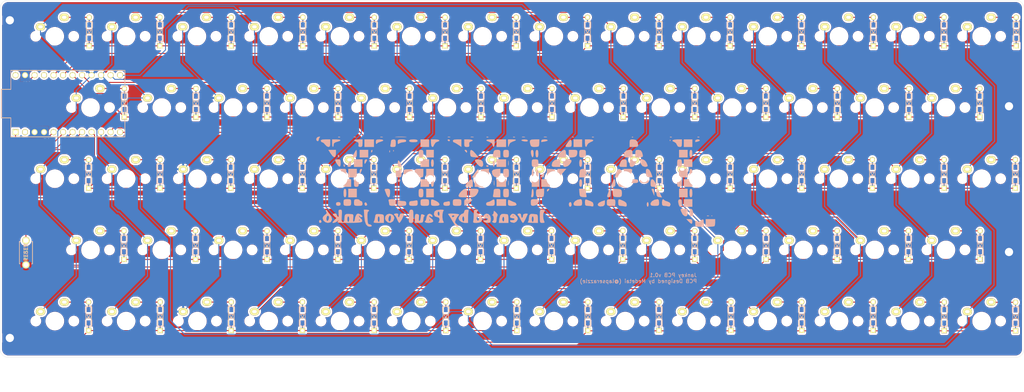
<source format=kicad_pcb>
(kicad_pcb (version 20171130) (host pcbnew "(5.1.6)-1")
  (layers (0 F.Cu signal hide) (31 B.Cu signal) (34 B.Paste user) (35 F.Paste user) (36 B.SilkS user) (37 F.SilkS user) (38 B.Mask user) (39 F.Mask user) (44 Edge.Cuts user))
  (net 0 "")
  (net 1 "Net-(D1-Pad1)")
  (net 2 row0)
  (net 3 "Net-(D2-Pad1)")
  (net 4 "Net-(D3-Pad1)")
  (net 5 "Net-(D4-Pad1)")
  (net 6 "Net-(D5-Pad1)")
  (net 7 "Net-(D6-Pad1)")
  (net 8 "Net-(D7-Pad1)")
  (net 9 row1)
  (net 10 "Net-(D8-Pad1)")
  (net 11 "Net-(D9-Pad1)")
  (net 12 "Net-(D10-Pad1)")
  (net 13 "Net-(D11-Pad1)")
  (net 14 "Net-(D12-Pad1)")
  (net 15 "Net-(D13-Pad1)")
  (net 16 "Net-(D14-Pad1)")
  (net 17 "Net-(D15-Pad1)")
  (net 18 row2)
  (net 19 "Net-(D16-Pad1)")
  (net 20 "Net-(D17-Pad1)")
  (net 21 "Net-(D18-Pad1)")
  (net 22 "Net-(D19-Pad1)")
  (net 23 "Net-(D20-Pad1)")
  (net 24 "Net-(D21-Pad1)")
  (net 25 row3)
  (net 26 "Net-(D22-Pad1)")
  (net 27 "Net-(D23-Pad1)")
  (net 28 "Net-(D24-Pad1)")
  (net 29 "Net-(D25-Pad1)")
  (net 30 "Net-(D26-Pad1)")
  (net 31 "Net-(D27-Pad1)")
  (net 32 row4)
  (net 33 "Net-(D28-Pad1)")
  (net 34 "Net-(D29-Pad1)")
  (net 35 "Net-(D30-Pad1)")
  (net 36 "Net-(D31-Pad1)")
  (net 37 "Net-(D32-Pad1)")
  (net 38 "Net-(D33-Pad1)")
  (net 39 "Net-(D34-Pad1)")
  (net 40 "Net-(D35-Pad1)")
  (net 41 row5)
  (net 42 "Net-(D36-Pad1)")
  (net 43 "Net-(D37-Pad1)")
  (net 44 "Net-(D38-Pad1)")
  (net 45 "Net-(D39-Pad1)")
  (net 46 "Net-(D40-Pad1)")
  (net 47 "Net-(D41-Pad1)")
  (net 48 row6)
  (net 49 "Net-(D42-Pad1)")
  (net 50 "Net-(D43-Pad1)")
  (net 51 "Net-(D44-Pad1)")
  (net 52 "Net-(D45-Pad1)")
  (net 53 "Net-(D46-Pad1)")
  (net 54 "Net-(D47-Pad1)")
  (net 55 "Net-(D48-Pad1)")
  (net 56 row7)
  (net 57 "Net-(D49-Pad1)")
  (net 58 "Net-(D50-Pad1)")
  (net 59 "Net-(D51-Pad1)")
  (net 60 "Net-(D52-Pad1)")
  (net 61 "Net-(D53-Pad1)")
  (net 62 "Net-(D54-Pad1)")
  (net 63 row8)
  (net 64 "Net-(D55-Pad1)")
  (net 65 "Net-(D56-Pad1)")
  (net 66 "Net-(D57-Pad1)")
  (net 67 "Net-(D58-Pad1)")
  (net 68 "Net-(D59-Pad1)")
  (net 69 "Net-(D60-Pad1)")
  (net 70 "Net-(D61-Pad1)")
  (net 71 "Net-(D62-Pad1)")
  (net 72 col0)
  (net 73 "Net-(D63-Pad1)")
  (net 74 "Net-(D64-Pad1)")
  (net 75 "Net-(D65-Pad1)")
  (net 76 "Net-(D66-Pad1)")
  (net 77 "Net-(D67-Pad1)")
  (net 78 "Net-(D68-Pad1)")
  (net 79 "Net-(SW_RESET1-Pad1)")
  (net 80 VCC)
  (net 81 "Net-(U1-Pad2)")
  (net 82 GND)
  (net 83 "Net-(U1-Pad24)")
  (net 84 row9)
  (net 85 col1)
  (net 86 col2)
  (net 87 col3)
  (net 88 col4)
  (net 89 col5)
  (net 90 col6)
  (module kbd:CherryMX_1u (layer F.Cu) (at 55.80625 61.0375)
    (fp_text reference SW16 hide)
    (fp_text value SW_Push hide)
    (pad 1 thru_hole oval (at -3.81 -2.54) (size 2.5 2) (drill oval 1.2 0.8) (layers *.Cu F.SilkS B.Mask) (net 85 col1))
    (pad 2 thru_hole oval (at 2.54 -5.08) (size 2.5 2) (drill oval 1.2 0.8) (layers *.Cu F.SilkS B.Mask) (net 19 "Net-(D16-Pad1)"))
    (pad "" np_thru_hole circle (at 5.08 0 90) (size 1.9 1.9) (drill 1.9) (layers *.Cu *.Mask))
    (pad "" np_thru_hole circle (at -5.08 0 90) (size 1.9 1.9) (drill 1.9) (layers *.Cu *.Mask))
    (pad "" np_thru_hole circle (at 0 0 90) (size 4 4) (drill 4) (layers *.Cu *.Mask))
  )
  (module kbd:CherryMX_1u (layer F.Cu) (at 46.28125 41.9875)
    (fp_text reference SW2 hide)
    (fp_text value SW_Push hide)
    (pad 1 thru_hole oval (at -3.81 -2.54) (size 2.5 2) (drill oval 1.2 0.8) (layers *.Cu F.SilkS B.Mask) (net 85 col1))
    (pad 2 thru_hole oval (at 2.54 -5.08) (size 2.5 2) (drill oval 1.2 0.8) (layers *.Cu F.SilkS B.Mask) (net 3 "Net-(D2-Pad1)"))
    (pad "" np_thru_hole circle (at 5.08 0 90) (size 1.9 1.9) (drill 1.9) (layers *.Cu *.Mask))
    (pad "" np_thru_hole circle (at -5.08 0 90) (size 1.9 1.9) (drill 1.9) (layers *.Cu *.Mask))
    (pad "" np_thru_hole circle (at 0 0 90) (size 4 4) (drill 4) (layers *.Cu *.Mask))
  )
  (module Jankey:Jankey (layer B.Cu) (at 150.6 81 180)
    (fp_text reference G*** hide)
    (fp_text value LOGO hide)
  )
  (module MountingHole:MountingHole_2.2mm_M2_ISO7380_Pad (layer F.Cu) (at 15.2 37.7)
    (fp_text reference M2_3 hide)
    (fp_text value MountingHole_2.2mm_M2_ISO7380_Pad hide)
    (pad 1 thru_hole circle (at 0 0) (size 3.5 3.5) (drill 2.2) (layers *.Cu *.Mask) (net 82 GND))
  )
  (module MountingHole:MountingHole_2.2mm_M2_ISO7380_Pad (layer F.Cu) (at 15.2 122.7)
    (fp_text reference M2_4 hide)
    (fp_text value MountingHole_2.2mm_M2_ISO7380_Pad hide)
    (pad 1 thru_hole circle (at 0 0) (size 3.5 3.5) (drill 2.2) (layers *.Cu *.Mask) (net 82 GND))
  )
  (module MountingHole:MountingHole_2.2mm_M2_ISO7380_Pad (layer F.Cu) (at 282.2 99.7)
    (fp_text reference M2_2 hide)
    (fp_text value MountingHole_2.2mm_M2_ISO7380_Pad hide)
    (pad 1 thru_hole circle (at 0 0) (size 3.5 3.5) (drill 2.2) (layers *.Cu *.Mask) (net 82 GND))
  )
  (module MountingHole:MountingHole_2.2mm_M2_ISO7380_Pad (layer F.Cu) (at 282.2 60.7)
    (fp_text reference M2_1 hide)
    (fp_text value MountingHole_2.2mm_M2_ISO7380_Pad hide)
    (pad 1 thru_hole circle (at 0 0) (size 3.5 3.5) (drill 2.2) (layers *.Cu *.Mask) (net 82 GND))
  )
  (module kbd:D3_TH_SMD (layer F.Cu) (at 284.125 40.725 90)
    (fp_text reference D14 hide)
    (fp_text value "D " hide)
    (pad 2 smd rect (at -1.775 0 90) (size 1.3 0.95) (layers F.Cu F.Paste F.Mask) (net 9 row1))
    (pad 1 smd rect (at 1.775 0 90) (size 1.3 0.95) (layers B.Cu B.Paste B.Mask) (net 16 "Net-(D14-Pad1)"))
    (pad 2 smd rect (at -1.775 0 90) (size 1.3 0.95) (layers B.Cu B.Paste B.Mask) (net 9 row1))
    (pad 2 thru_hole rect (at -3.81 0 90) (size 1.397 1.397) (drill 0.8128) (layers *.Cu *.Mask F.SilkS) (net 9 row1))
    (pad 1 thru_hole circle (at 3.81 0 90) (size 1.397 1.397) (drill 0.8128) (layers *.Cu *.Mask F.SilkS) (net 16 "Net-(D14-Pad1)"))
    (pad 1 smd rect (at 1.775 0 90) (size 1.3 0.95) (layers F.Cu F.Paste F.Mask) (net 16 "Net-(D14-Pad1)"))
  )
  (module kbd:CherryMX_1u (layer F.Cu) (at 141.53125 80.0875)
    (fp_text reference SW34 hide)
    (fp_text value SW_Push hide)
    (pad 1 thru_hole oval (at -3.81 -2.54) (size 2.5 2) (drill oval 1.2 0.8) (layers *.Cu F.SilkS B.Mask) (net 90 col6))
    (pad 2 thru_hole oval (at 2.54 -5.08) (size 2.5 2) (drill oval 1.2 0.8) (layers *.Cu F.SilkS B.Mask) (net 39 "Net-(D34-Pad1)"))
    (pad "" np_thru_hole circle (at 5.08 0 90) (size 1.9 1.9) (drill 1.9) (layers *.Cu *.Mask))
    (pad "" np_thru_hole circle (at -5.08 0 90) (size 1.9 1.9) (drill 1.9) (layers *.Cu *.Mask))
    (pad "" np_thru_hole circle (at 0 0 90) (size 4 4) (drill 4) (layers *.Cu *.Mask))
  )
  (module kbd:CherryMX_1u (layer F.Cu) (at 65.2 41.9875)
    (fp_text reference SW3 hide)
    (fp_text value SW_Push hide)
    (pad 1 thru_hole oval (at -3.81 -2.54) (size 2.5 2) (drill oval 1.2 0.8) (layers *.Cu F.SilkS B.Mask) (net 86 col2))
    (pad 2 thru_hole oval (at 2.54 -5.08) (size 2.5 2) (drill oval 1.2 0.8) (layers *.Cu F.SilkS B.Mask) (net 4 "Net-(D3-Pad1)"))
    (pad "" np_thru_hole circle (at 5.08 0 90) (size 1.9 1.9) (drill 1.9) (layers *.Cu *.Mask))
    (pad "" np_thru_hole circle (at -5.08 0 90) (size 1.9 1.9) (drill 1.9) (layers *.Cu *.Mask))
    (pad "" np_thru_hole circle (at 0 0 90) (size 4 4) (drill 4) (layers *.Cu *.Mask))
  )
  (module kbd:D3_TH_SMD (layer F.Cu) (at 36.425 40.725 90)
    (fp_text reference D1 hide)
    (fp_text value "D " hide)
    (pad 2 smd rect (at -1.775 0 90) (size 1.3 0.95) (layers F.Cu F.Paste F.Mask) (net 2 row0))
    (pad 1 smd rect (at 1.775 0 90) (size 1.3 0.95) (layers B.Cu B.Paste B.Mask) (net 1 "Net-(D1-Pad1)"))
    (pad 2 smd rect (at -1.775 0 90) (size 1.3 0.95) (layers B.Cu B.Paste B.Mask) (net 2 row0))
    (pad 2 thru_hole rect (at -3.81 0 90) (size 1.397 1.397) (drill 0.8128) (layers *.Cu *.Mask F.SilkS) (net 2 row0))
    (pad 1 thru_hole circle (at 3.81 0 90) (size 1.397 1.397) (drill 0.8128) (layers *.Cu *.Mask F.SilkS) (net 1 "Net-(D1-Pad1)"))
    (pad 1 smd rect (at 1.775 0 90) (size 1.3 0.95) (layers F.Cu F.Paste F.Mask) (net 1 "Net-(D1-Pad1)"))
  )
  (module kbd:D3_TH_SMD (layer F.Cu) (at 55.3 40.71 90)
    (fp_text reference D2 hide)
    (fp_text value "D " hide)
    (pad 2 smd rect (at -1.775 0 90) (size 1.3 0.95) (layers F.Cu F.Paste F.Mask) (net 2 row0))
    (pad 1 smd rect (at 1.775 0 90) (size 1.3 0.95) (layers B.Cu B.Paste B.Mask) (net 3 "Net-(D2-Pad1)"))
    (pad 2 smd rect (at -1.775 0 90) (size 1.3 0.95) (layers B.Cu B.Paste B.Mask) (net 2 row0))
    (pad 2 thru_hole rect (at -3.81 0 90) (size 1.397 1.397) (drill 0.8128) (layers *.Cu *.Mask F.SilkS) (net 2 row0))
    (pad 1 thru_hole circle (at 3.81 0 90) (size 1.397 1.397) (drill 0.8128) (layers *.Cu *.Mask F.SilkS) (net 3 "Net-(D2-Pad1)"))
    (pad 1 smd rect (at 1.775 0 90) (size 1.3 0.95) (layers F.Cu F.Paste F.Mask) (net 3 "Net-(D2-Pad1)"))
  )
  (module kbd:D3_TH_SMD (layer F.Cu) (at 74.35 40.735 90)
    (fp_text reference D3 hide)
    (fp_text value "D " hide)
    (pad 2 smd rect (at -1.775 0 90) (size 1.3 0.95) (layers F.Cu F.Paste F.Mask) (net 2 row0))
    (pad 1 smd rect (at 1.775 0 90) (size 1.3 0.95) (layers B.Cu B.Paste B.Mask) (net 4 "Net-(D3-Pad1)"))
    (pad 2 smd rect (at -1.775 0 90) (size 1.3 0.95) (layers B.Cu B.Paste B.Mask) (net 2 row0))
    (pad 2 thru_hole rect (at -3.81 0 90) (size 1.397 1.397) (drill 0.8128) (layers *.Cu *.Mask F.SilkS) (net 2 row0))
    (pad 1 thru_hole circle (at 3.81 0 90) (size 1.397 1.397) (drill 0.8128) (layers *.Cu *.Mask F.SilkS) (net 4 "Net-(D3-Pad1)"))
    (pad 1 smd rect (at 1.775 0 90) (size 1.3 0.95) (layers F.Cu F.Paste F.Mask) (net 4 "Net-(D3-Pad1)"))
  )
  (module kbd:D3_TH_SMD (layer F.Cu) (at 93.5 40.71 90)
    (fp_text reference D4 hide)
    (fp_text value "D " hide)
    (pad 2 smd rect (at -1.775 0 90) (size 1.3 0.95) (layers F.Cu F.Paste F.Mask) (net 2 row0))
    (pad 1 smd rect (at 1.775 0 90) (size 1.3 0.95) (layers B.Cu B.Paste B.Mask) (net 5 "Net-(D4-Pad1)"))
    (pad 2 smd rect (at -1.775 0 90) (size 1.3 0.95) (layers B.Cu B.Paste B.Mask) (net 2 row0))
    (pad 2 thru_hole rect (at -3.81 0 90) (size 1.397 1.397) (drill 0.8128) (layers *.Cu *.Mask F.SilkS) (net 2 row0))
    (pad 1 thru_hole circle (at 3.81 0 90) (size 1.397 1.397) (drill 0.8128) (layers *.Cu *.Mask F.SilkS) (net 5 "Net-(D4-Pad1)"))
    (pad 1 smd rect (at 1.775 0 90) (size 1.3 0.95) (layers F.Cu F.Paste F.Mask) (net 5 "Net-(D4-Pad1)"))
  )
  (module kbd:D3_TH_SMD (layer F.Cu) (at 112.6 40.735 90)
    (fp_text reference D5 hide)
    (fp_text value "D " hide)
    (pad 2 smd rect (at -1.775 0 90) (size 1.3 0.95) (layers F.Cu F.Paste F.Mask) (net 2 row0))
    (pad 1 smd rect (at 1.775 0 90) (size 1.3 0.95) (layers B.Cu B.Paste B.Mask) (net 6 "Net-(D5-Pad1)"))
    (pad 2 smd rect (at -1.775 0 90) (size 1.3 0.95) (layers B.Cu B.Paste B.Mask) (net 2 row0))
    (pad 2 thru_hole rect (at -3.81 0 90) (size 1.397 1.397) (drill 0.8128) (layers *.Cu *.Mask F.SilkS) (net 2 row0))
    (pad 1 thru_hole circle (at 3.81 0 90) (size 1.397 1.397) (drill 0.8128) (layers *.Cu *.Mask F.SilkS) (net 6 "Net-(D5-Pad1)"))
    (pad 1 smd rect (at 1.775 0 90) (size 1.3 0.95) (layers F.Cu F.Paste F.Mask) (net 6 "Net-(D5-Pad1)"))
  )
  (module kbd:D3_TH_SMD (layer F.Cu) (at 131.5 40.735 90)
    (fp_text reference D6 hide)
    (fp_text value "D " hide)
    (pad 2 smd rect (at -1.775 0 90) (size 1.3 0.95) (layers F.Cu F.Paste F.Mask) (net 2 row0))
    (pad 1 smd rect (at 1.775 0 90) (size 1.3 0.95) (layers B.Cu B.Paste B.Mask) (net 7 "Net-(D6-Pad1)"))
    (pad 2 smd rect (at -1.775 0 90) (size 1.3 0.95) (layers B.Cu B.Paste B.Mask) (net 2 row0))
    (pad 2 thru_hole rect (at -3.81 0 90) (size 1.397 1.397) (drill 0.8128) (layers *.Cu *.Mask F.SilkS) (net 2 row0))
    (pad 1 thru_hole circle (at 3.81 0 90) (size 1.397 1.397) (drill 0.8128) (layers *.Cu *.Mask F.SilkS) (net 7 "Net-(D6-Pad1)"))
    (pad 1 smd rect (at 1.775 0 90) (size 1.3 0.95) (layers F.Cu F.Paste F.Mask) (net 7 "Net-(D6-Pad1)"))
  )
  (module kbd:D3_TH_SMD (layer F.Cu) (at 150.525 40.725 90)
    (fp_text reference D7 hide)
    (fp_text value "D " hide)
    (pad 2 smd rect (at -1.775 0 90) (size 1.3 0.95) (layers F.Cu F.Paste F.Mask) (net 2 row0))
    (pad 1 smd rect (at 1.775 0 90) (size 1.3 0.95) (layers B.Cu B.Paste B.Mask) (net 8 "Net-(D7-Pad1)"))
    (pad 2 smd rect (at -1.775 0 90) (size 1.3 0.95) (layers B.Cu B.Paste B.Mask) (net 2 row0))
    (pad 2 thru_hole rect (at -3.81 0 90) (size 1.397 1.397) (drill 0.8128) (layers *.Cu *.Mask F.SilkS) (net 2 row0))
    (pad 1 thru_hole circle (at 3.81 0 90) (size 1.397 1.397) (drill 0.8128) (layers *.Cu *.Mask F.SilkS) (net 8 "Net-(D7-Pad1)"))
    (pad 1 smd rect (at 1.775 0 90) (size 1.3 0.95) (layers F.Cu F.Paste F.Mask) (net 8 "Net-(D7-Pad1)"))
  )
  (module kbd:D3_TH_SMD (layer F.Cu) (at 169.575 40.725 90)
    (fp_text reference D8 hide)
    (fp_text value "D " hide)
    (pad 2 smd rect (at -1.775 0 90) (size 1.3 0.95) (layers F.Cu F.Paste F.Mask) (net 9 row1))
    (pad 1 smd rect (at 1.775 0 90) (size 1.3 0.95) (layers B.Cu B.Paste B.Mask) (net 10 "Net-(D8-Pad1)"))
    (pad 2 smd rect (at -1.775 0 90) (size 1.3 0.95) (layers B.Cu B.Paste B.Mask) (net 9 row1))
    (pad 2 thru_hole rect (at -3.81 0 90) (size 1.397 1.397) (drill 0.8128) (layers *.Cu *.Mask F.SilkS) (net 9 row1))
    (pad 1 thru_hole circle (at 3.81 0 90) (size 1.397 1.397) (drill 0.8128) (layers *.Cu *.Mask F.SilkS) (net 10 "Net-(D8-Pad1)"))
    (pad 1 smd rect (at 1.775 0 90) (size 1.3 0.95) (layers F.Cu F.Paste F.Mask) (net 10 "Net-(D8-Pad1)"))
  )
  (module kbd:D3_TH_SMD (layer F.Cu) (at 188.725 40.71 90)
    (fp_text reference D9 hide)
    (fp_text value "D " hide)
    (pad 2 smd rect (at -1.775 0 90) (size 1.3 0.95) (layers F.Cu F.Paste F.Mask) (net 9 row1))
    (pad 1 smd rect (at 1.775 0 90) (size 1.3 0.95) (layers B.Cu B.Paste B.Mask) (net 11 "Net-(D9-Pad1)"))
    (pad 2 smd rect (at -1.775 0 90) (size 1.3 0.95) (layers B.Cu B.Paste B.Mask) (net 9 row1))
    (pad 2 thru_hole rect (at -3.81 0 90) (size 1.397 1.397) (drill 0.8128) (layers *.Cu *.Mask F.SilkS) (net 9 row1))
    (pad 1 thru_hole circle (at 3.81 0 90) (size 1.397 1.397) (drill 0.8128) (layers *.Cu *.Mask F.SilkS) (net 11 "Net-(D9-Pad1)"))
    (pad 1 smd rect (at 1.775 0 90) (size 1.3 0.95) (layers F.Cu F.Paste F.Mask) (net 11 "Net-(D9-Pad1)"))
  )
  (module kbd:D3_TH_SMD (layer F.Cu) (at 207.675 40.735 90)
    (fp_text reference D10 hide)
    (fp_text value "D " hide)
    (pad 2 smd rect (at -1.775 0 90) (size 1.3 0.95) (layers F.Cu F.Paste F.Mask) (net 9 row1))
    (pad 1 smd rect (at 1.775 0 90) (size 1.3 0.95) (layers B.Cu B.Paste B.Mask) (net 12 "Net-(D10-Pad1)"))
    (pad 2 smd rect (at -1.775 0 90) (size 1.3 0.95) (layers B.Cu B.Paste B.Mask) (net 9 row1))
    (pad 2 thru_hole rect (at -3.81 0 90) (size 1.397 1.397) (drill 0.8128) (layers *.Cu *.Mask F.SilkS) (net 9 row1))
    (pad 1 thru_hole circle (at 3.81 0 90) (size 1.397 1.397) (drill 0.8128) (layers *.Cu *.Mask F.SilkS) (net 12 "Net-(D10-Pad1)"))
    (pad 1 smd rect (at 1.775 0 90) (size 1.3 0.95) (layers F.Cu F.Paste F.Mask) (net 12 "Net-(D10-Pad1)"))
  )
  (module kbd:D3_TH_SMD (layer F.Cu) (at 226.75 40.71 90)
    (fp_text reference D11 hide)
    (fp_text value "D " hide)
    (pad 2 smd rect (at -1.775 0 90) (size 1.3 0.95) (layers F.Cu F.Paste F.Mask) (net 9 row1))
    (pad 1 smd rect (at 1.775 0 90) (size 1.3 0.95) (layers B.Cu B.Paste B.Mask) (net 13 "Net-(D11-Pad1)"))
    (pad 2 smd rect (at -1.775 0 90) (size 1.3 0.95) (layers B.Cu B.Paste B.Mask) (net 9 row1))
    (pad 2 thru_hole rect (at -3.81 0 90) (size 1.397 1.397) (drill 0.8128) (layers *.Cu *.Mask F.SilkS) (net 9 row1))
    (pad 1 thru_hole circle (at 3.81 0 90) (size 1.397 1.397) (drill 0.8128) (layers *.Cu *.Mask F.SilkS) (net 13 "Net-(D11-Pad1)"))
    (pad 1 smd rect (at 1.775 0 90) (size 1.3 0.95) (layers F.Cu F.Paste F.Mask) (net 13 "Net-(D11-Pad1)"))
  )
  (module kbd:D3_TH_SMD (layer F.Cu) (at 245.975 40.735 90)
    (fp_text reference D12 hide)
    (fp_text value "D " hide)
    (pad 2 smd rect (at -1.775 0 90) (size 1.3 0.95) (layers F.Cu F.Paste F.Mask) (net 9 row1))
    (pad 1 smd rect (at 1.775 0 90) (size 1.3 0.95) (layers B.Cu B.Paste B.Mask) (net 14 "Net-(D12-Pad1)"))
    (pad 2 smd rect (at -1.775 0 90) (size 1.3 0.95) (layers B.Cu B.Paste B.Mask) (net 9 row1))
    (pad 2 thru_hole rect (at -3.81 0 90) (size 1.397 1.397) (drill 0.8128) (layers *.Cu *.Mask F.SilkS) (net 9 row1))
    (pad 1 thru_hole circle (at 3.81 0 90) (size 1.397 1.397) (drill 0.8128) (layers *.Cu *.Mask F.SilkS) (net 14 "Net-(D12-Pad1)"))
    (pad 1 smd rect (at 1.775 0 90) (size 1.3 0.95) (layers F.Cu F.Paste F.Mask) (net 14 "Net-(D12-Pad1)"))
  )
  (module kbd:D3_TH_SMD (layer F.Cu) (at 264.825 40.71 90)
    (fp_text reference D13 hide)
    (fp_text value "D " hide)
    (pad 2 smd rect (at -1.775 0 90) (size 1.3 0.95) (layers F.Cu F.Paste F.Mask) (net 9 row1))
    (pad 1 smd rect (at 1.775 0 90) (size 1.3 0.95) (layers B.Cu B.Paste B.Mask) (net 15 "Net-(D13-Pad1)"))
    (pad 2 smd rect (at -1.775 0 90) (size 1.3 0.95) (layers B.Cu B.Paste B.Mask) (net 9 row1))
    (pad 2 thru_hole rect (at -3.81 0 90) (size 1.397 1.397) (drill 0.8128) (layers *.Cu *.Mask F.SilkS) (net 9 row1))
    (pad 1 thru_hole circle (at 3.81 0 90) (size 1.397 1.397) (drill 0.8128) (layers *.Cu *.Mask F.SilkS) (net 15 "Net-(D13-Pad1)"))
    (pad 1 smd rect (at 1.775 0 90) (size 1.3 0.95) (layers F.Cu F.Paste F.Mask) (net 15 "Net-(D13-Pad1)"))
  )
  (module kbd:D3_TH_SMD (layer F.Cu) (at 45.825 59.775 90)
    (fp_text reference D15 hide)
    (fp_text value "D " hide)
    (pad 2 smd rect (at -1.775 0 90) (size 1.3 0.95) (layers F.Cu F.Paste F.Mask) (net 18 row2))
    (pad 1 smd rect (at 1.775 0 90) (size 1.3 0.95) (layers B.Cu B.Paste B.Mask) (net 17 "Net-(D15-Pad1)"))
    (pad 2 smd rect (at -1.775 0 90) (size 1.3 0.95) (layers B.Cu B.Paste B.Mask) (net 18 row2))
    (pad 2 thru_hole rect (at -3.81 0 90) (size 1.397 1.397) (drill 0.8128) (layers *.Cu *.Mask F.SilkS) (net 18 row2))
    (pad 1 thru_hole circle (at 3.81 0 90) (size 1.397 1.397) (drill 0.8128) (layers *.Cu *.Mask F.SilkS) (net 17 "Net-(D15-Pad1)"))
    (pad 1 smd rect (at 1.775 0 90) (size 1.3 0.95) (layers F.Cu F.Paste F.Mask) (net 17 "Net-(D15-Pad1)"))
  )
  (module kbd:D3_TH_SMD (layer F.Cu) (at 64.925 59.775 90)
    (fp_text reference D16 hide)
    (fp_text value "D " hide)
    (pad 2 smd rect (at -1.775 0 90) (size 1.3 0.95) (layers F.Cu F.Paste F.Mask) (net 18 row2))
    (pad 1 smd rect (at 1.775 0 90) (size 1.3 0.95) (layers B.Cu B.Paste B.Mask) (net 19 "Net-(D16-Pad1)"))
    (pad 2 smd rect (at -1.775 0 90) (size 1.3 0.95) (layers B.Cu B.Paste B.Mask) (net 18 row2))
    (pad 2 thru_hole rect (at -3.81 0 90) (size 1.397 1.397) (drill 0.8128) (layers *.Cu *.Mask F.SilkS) (net 18 row2))
    (pad 1 thru_hole circle (at 3.81 0 90) (size 1.397 1.397) (drill 0.8128) (layers *.Cu *.Mask F.SilkS) (net 19 "Net-(D16-Pad1)"))
    (pad 1 smd rect (at 1.775 0 90) (size 1.3 0.95) (layers F.Cu F.Paste F.Mask) (net 19 "Net-(D16-Pad1)"))
  )
  (module kbd:D3_TH_SMD (layer F.Cu) (at 83.9 59.75 90)
    (fp_text reference D17 hide)
    (fp_text value "D " hide)
    (pad 2 smd rect (at -1.775 0 90) (size 1.3 0.95) (layers F.Cu F.Paste F.Mask) (net 18 row2))
    (pad 1 smd rect (at 1.775 0 90) (size 1.3 0.95) (layers B.Cu B.Paste B.Mask) (net 20 "Net-(D17-Pad1)"))
    (pad 2 smd rect (at -1.775 0 90) (size 1.3 0.95) (layers B.Cu B.Paste B.Mask) (net 18 row2))
    (pad 2 thru_hole rect (at -3.81 0 90) (size 1.397 1.397) (drill 0.8128) (layers *.Cu *.Mask F.SilkS) (net 18 row2))
    (pad 1 thru_hole circle (at 3.81 0 90) (size 1.397 1.397) (drill 0.8128) (layers *.Cu *.Mask F.SilkS) (net 20 "Net-(D17-Pad1)"))
    (pad 1 smd rect (at 1.775 0 90) (size 1.3 0.95) (layers F.Cu F.Paste F.Mask) (net 20 "Net-(D17-Pad1)"))
  )
  (module kbd:D3_TH_SMD (layer F.Cu) (at 102.875 59.775 90)
    (fp_text reference D18 hide)
    (fp_text value "D " hide)
    (pad 2 smd rect (at -1.775 0 90) (size 1.3 0.95) (layers F.Cu F.Paste F.Mask) (net 18 row2))
    (pad 1 smd rect (at 1.775 0 90) (size 1.3 0.95) (layers B.Cu B.Paste B.Mask) (net 21 "Net-(D18-Pad1)"))
    (pad 2 smd rect (at -1.775 0 90) (size 1.3 0.95) (layers B.Cu B.Paste B.Mask) (net 18 row2))
    (pad 2 thru_hole rect (at -3.81 0 90) (size 1.397 1.397) (drill 0.8128) (layers *.Cu *.Mask F.SilkS) (net 18 row2))
    (pad 1 thru_hole circle (at 3.81 0 90) (size 1.397 1.397) (drill 0.8128) (layers *.Cu *.Mask F.SilkS) (net 21 "Net-(D18-Pad1)"))
    (pad 1 smd rect (at 1.775 0 90) (size 1.3 0.95) (layers F.Cu F.Paste F.Mask) (net 21 "Net-(D18-Pad1)"))
  )
  (module kbd:D3_TH_SMD (layer F.Cu) (at 122.025 59.775 90)
    (fp_text reference D19 hide)
    (fp_text value "D " hide)
    (pad 2 smd rect (at -1.775 0 90) (size 1.3 0.95) (layers F.Cu F.Paste F.Mask) (net 18 row2))
    (pad 1 smd rect (at 1.775 0 90) (size 1.3 0.95) (layers B.Cu B.Paste B.Mask) (net 22 "Net-(D19-Pad1)"))
    (pad 2 smd rect (at -1.775 0 90) (size 1.3 0.95) (layers B.Cu B.Paste B.Mask) (net 18 row2))
    (pad 2 thru_hole rect (at -3.81 0 90) (size 1.397 1.397) (drill 0.8128) (layers *.Cu *.Mask F.SilkS) (net 18 row2))
    (pad 1 thru_hole circle (at 3.81 0 90) (size 1.397 1.397) (drill 0.8128) (layers *.Cu *.Mask F.SilkS) (net 22 "Net-(D19-Pad1)"))
    (pad 1 smd rect (at 1.775 0 90) (size 1.3 0.95) (layers F.Cu F.Paste F.Mask) (net 22 "Net-(D19-Pad1)"))
  )
  (module kbd:D3_TH_SMD (layer F.Cu) (at 141.1 59.775 90)
    (fp_text reference D20 hide)
    (fp_text value "D " hide)
    (pad 2 smd rect (at -1.775 0 90) (size 1.3 0.95) (layers F.Cu F.Paste F.Mask) (net 18 row2))
    (pad 1 smd rect (at 1.775 0 90) (size 1.3 0.95) (layers B.Cu B.Paste B.Mask) (net 23 "Net-(D20-Pad1)"))
    (pad 2 smd rect (at -1.775 0 90) (size 1.3 0.95) (layers B.Cu B.Paste B.Mask) (net 18 row2))
    (pad 2 thru_hole rect (at -3.81 0 90) (size 1.397 1.397) (drill 0.8128) (layers *.Cu *.Mask F.SilkS) (net 18 row2))
    (pad 1 thru_hole circle (at 3.81 0 90) (size 1.397 1.397) (drill 0.8128) (layers *.Cu *.Mask F.SilkS) (net 23 "Net-(D20-Pad1)"))
    (pad 1 smd rect (at 1.775 0 90) (size 1.3 0.95) (layers F.Cu F.Paste F.Mask) (net 23 "Net-(D20-Pad1)"))
  )
  (module kbd:D3_TH_SMD (layer F.Cu) (at 160.075 59.75 90)
    (fp_text reference D21 hide)
    (fp_text value "D " hide)
    (pad 2 smd rect (at -1.775 0 90) (size 1.3 0.95) (layers F.Cu F.Paste F.Mask) (net 18 row2))
    (pad 1 smd rect (at 1.775 0 90) (size 1.3 0.95) (layers B.Cu B.Paste B.Mask) (net 24 "Net-(D21-Pad1)"))
    (pad 2 smd rect (at -1.775 0 90) (size 1.3 0.95) (layers B.Cu B.Paste B.Mask) (net 18 row2))
    (pad 2 thru_hole rect (at -3.81 0 90) (size 1.397 1.397) (drill 0.8128) (layers *.Cu *.Mask F.SilkS) (net 18 row2))
    (pad 1 thru_hole circle (at 3.81 0 90) (size 1.397 1.397) (drill 0.8128) (layers *.Cu *.Mask F.SilkS) (net 24 "Net-(D21-Pad1)"))
    (pad 1 smd rect (at 1.775 0 90) (size 1.3 0.95) (layers F.Cu F.Paste F.Mask) (net 24 "Net-(D21-Pad1)"))
  )
  (module kbd:D3_TH_SMD (layer F.Cu) (at 179.15 59.75 90)
    (fp_text reference D22 hide)
    (fp_text value "D " hide)
    (pad 2 smd rect (at -1.775 0 90) (size 1.3 0.95) (layers F.Cu F.Paste F.Mask) (net 25 row3))
    (pad 1 smd rect (at 1.775 0 90) (size 1.3 0.95) (layers B.Cu B.Paste B.Mask) (net 26 "Net-(D22-Pad1)"))
    (pad 2 smd rect (at -1.775 0 90) (size 1.3 0.95) (layers B.Cu B.Paste B.Mask) (net 25 row3))
    (pad 2 thru_hole rect (at -3.81 0 90) (size 1.397 1.397) (drill 0.8128) (layers *.Cu *.Mask F.SilkS) (net 25 row3))
    (pad 1 thru_hole circle (at 3.81 0 90) (size 1.397 1.397) (drill 0.8128) (layers *.Cu *.Mask F.SilkS) (net 26 "Net-(D22-Pad1)"))
    (pad 1 smd rect (at 1.775 0 90) (size 1.3 0.95) (layers F.Cu F.Paste F.Mask) (net 26 "Net-(D22-Pad1)"))
  )
  (module kbd:D3_TH_SMD (layer F.Cu) (at 198.225 59.75 90)
    (fp_text reference D23 hide)
    (fp_text value "D " hide)
    (pad 2 smd rect (at -1.775 0 90) (size 1.3 0.95) (layers F.Cu F.Paste F.Mask) (net 25 row3))
    (pad 1 smd rect (at 1.775 0 90) (size 1.3 0.95) (layers B.Cu B.Paste B.Mask) (net 27 "Net-(D23-Pad1)"))
    (pad 2 smd rect (at -1.775 0 90) (size 1.3 0.95) (layers B.Cu B.Paste B.Mask) (net 25 row3))
    (pad 2 thru_hole rect (at -3.81 0 90) (size 1.397 1.397) (drill 0.8128) (layers *.Cu *.Mask F.SilkS) (net 25 row3))
    (pad 1 thru_hole circle (at 3.81 0 90) (size 1.397 1.397) (drill 0.8128) (layers *.Cu *.Mask F.SilkS) (net 27 "Net-(D23-Pad1)"))
    (pad 1 smd rect (at 1.775 0 90) (size 1.3 0.95) (layers F.Cu F.Paste F.Mask) (net 27 "Net-(D23-Pad1)"))
  )
  (module kbd:D3_TH_SMD (layer F.Cu) (at 217.225 59.75 90)
    (fp_text reference D24 hide)
    (fp_text value "D " hide)
    (pad 2 smd rect (at -1.775 0 90) (size 1.3 0.95) (layers F.Cu F.Paste F.Mask) (net 25 row3))
    (pad 1 smd rect (at 1.775 0 90) (size 1.3 0.95) (layers B.Cu B.Paste B.Mask) (net 28 "Net-(D24-Pad1)"))
    (pad 2 smd rect (at -1.775 0 90) (size 1.3 0.95) (layers B.Cu B.Paste B.Mask) (net 25 row3))
    (pad 2 thru_hole rect (at -3.81 0 90) (size 1.397 1.397) (drill 0.8128) (layers *.Cu *.Mask F.SilkS) (net 25 row3))
    (pad 1 thru_hole circle (at 3.81 0 90) (size 1.397 1.397) (drill 0.8128) (layers *.Cu *.Mask F.SilkS) (net 28 "Net-(D24-Pad1)"))
    (pad 1 smd rect (at 1.775 0 90) (size 1.3 0.95) (layers F.Cu F.Paste F.Mask) (net 28 "Net-(D24-Pad1)"))
  )
  (module kbd:D3_TH_SMD (layer F.Cu) (at 236.325 59.775 90)
    (fp_text reference D25 hide)
    (fp_text value "D " hide)
    (pad 2 smd rect (at -1.775 0 90) (size 1.3 0.95) (layers F.Cu F.Paste F.Mask) (net 25 row3))
    (pad 1 smd rect (at 1.775 0 90) (size 1.3 0.95) (layers B.Cu B.Paste B.Mask) (net 29 "Net-(D25-Pad1)"))
    (pad 2 smd rect (at -1.775 0 90) (size 1.3 0.95) (layers B.Cu B.Paste B.Mask) (net 25 row3))
    (pad 2 thru_hole rect (at -3.81 0 90) (size 1.397 1.397) (drill 0.8128) (layers *.Cu *.Mask F.SilkS) (net 25 row3))
    (pad 1 thru_hole circle (at 3.81 0 90) (size 1.397 1.397) (drill 0.8128) (layers *.Cu *.Mask F.SilkS) (net 29 "Net-(D25-Pad1)"))
    (pad 1 smd rect (at 1.775 0 90) (size 1.3 0.95) (layers F.Cu F.Paste F.Mask) (net 29 "Net-(D25-Pad1)"))
  )
  (module kbd:D3_TH_SMD (layer F.Cu) (at 255.45 59.775 90)
    (fp_text reference D26 hide)
    (fp_text value "D " hide)
    (pad 2 smd rect (at -1.775 0 90) (size 1.3 0.95) (layers F.Cu F.Paste F.Mask) (net 25 row3))
    (pad 1 smd rect (at 1.775 0 90) (size 1.3 0.95) (layers B.Cu B.Paste B.Mask) (net 30 "Net-(D26-Pad1)"))
    (pad 2 smd rect (at -1.775 0 90) (size 1.3 0.95) (layers B.Cu B.Paste B.Mask) (net 25 row3))
    (pad 2 thru_hole rect (at -3.81 0 90) (size 1.397 1.397) (drill 0.8128) (layers *.Cu *.Mask F.SilkS) (net 25 row3))
    (pad 1 thru_hole circle (at 3.81 0 90) (size 1.397 1.397) (drill 0.8128) (layers *.Cu *.Mask F.SilkS) (net 30 "Net-(D26-Pad1)"))
    (pad 1 smd rect (at 1.775 0 90) (size 1.3 0.95) (layers F.Cu F.Paste F.Mask) (net 30 "Net-(D26-Pad1)"))
  )
  (module kbd:D3_TH_SMD (layer F.Cu) (at 274.375 59.775 90)
    (fp_text reference D27 hide)
    (fp_text value "D " hide)
    (pad 2 smd rect (at -1.775 0 90) (size 1.3 0.95) (layers F.Cu F.Paste F.Mask) (net 25 row3))
    (pad 1 smd rect (at 1.775 0 90) (size 1.3 0.95) (layers B.Cu B.Paste B.Mask) (net 31 "Net-(D27-Pad1)"))
    (pad 2 smd rect (at -1.775 0 90) (size 1.3 0.95) (layers B.Cu B.Paste B.Mask) (net 25 row3))
    (pad 2 thru_hole rect (at -3.81 0 90) (size 1.397 1.397) (drill 0.8128) (layers *.Cu *.Mask F.SilkS) (net 25 row3))
    (pad 1 thru_hole circle (at 3.81 0 90) (size 1.397 1.397) (drill 0.8128) (layers *.Cu *.Mask F.SilkS) (net 31 "Net-(D27-Pad1)"))
    (pad 1 smd rect (at 1.775 0 90) (size 1.3 0.95) (layers F.Cu F.Paste F.Mask) (net 31 "Net-(D27-Pad1)"))
  )
  (module kbd:D3_TH_SMD (layer F.Cu) (at 36.25 78.825 90)
    (fp_text reference D28 hide)
    (fp_text value "D " hide)
    (pad 2 smd rect (at -1.775 0 90) (size 1.3 0.95) (layers F.Cu F.Paste F.Mask) (net 32 row4))
    (pad 1 smd rect (at 1.775 0 90) (size 1.3 0.95) (layers B.Cu B.Paste B.Mask) (net 33 "Net-(D28-Pad1)"))
    (pad 2 smd rect (at -1.775 0 90) (size 1.3 0.95) (layers B.Cu B.Paste B.Mask) (net 32 row4))
    (pad 2 thru_hole rect (at -3.81 0 90) (size 1.397 1.397) (drill 0.8128) (layers *.Cu *.Mask F.SilkS) (net 32 row4))
    (pad 1 thru_hole circle (at 3.81 0 90) (size 1.397 1.397) (drill 0.8128) (layers *.Cu *.Mask F.SilkS) (net 33 "Net-(D28-Pad1)"))
    (pad 1 smd rect (at 1.775 0 90) (size 1.3 0.95) (layers F.Cu F.Paste F.Mask) (net 33 "Net-(D28-Pad1)"))
  )
  (module kbd:D3_TH_SMD (layer F.Cu) (at 55.325 78.8 90)
    (fp_text reference D29 hide)
    (fp_text value "D " hide)
    (pad 2 smd rect (at -1.775 0 90) (size 1.3 0.95) (layers F.Cu F.Paste F.Mask) (net 32 row4))
    (pad 1 smd rect (at 1.775 0 90) (size 1.3 0.95) (layers B.Cu B.Paste B.Mask) (net 34 "Net-(D29-Pad1)"))
    (pad 2 smd rect (at -1.775 0 90) (size 1.3 0.95) (layers B.Cu B.Paste B.Mask) (net 32 row4))
    (pad 2 thru_hole rect (at -3.81 0 90) (size 1.397 1.397) (drill 0.8128) (layers *.Cu *.Mask F.SilkS) (net 32 row4))
    (pad 1 thru_hole circle (at 3.81 0 90) (size 1.397 1.397) (drill 0.8128) (layers *.Cu *.Mask F.SilkS) (net 34 "Net-(D29-Pad1)"))
    (pad 1 smd rect (at 1.775 0 90) (size 1.3 0.95) (layers F.Cu F.Paste F.Mask) (net 34 "Net-(D29-Pad1)"))
  )
  (module kbd:D3_TH_SMD (layer F.Cu) (at 74.225 78.825 90)
    (fp_text reference D30 hide)
    (fp_text value "D " hide)
    (pad 2 smd rect (at -1.775 0 90) (size 1.3 0.95) (layers F.Cu F.Paste F.Mask) (net 32 row4))
    (pad 1 smd rect (at 1.775 0 90) (size 1.3 0.95) (layers B.Cu B.Paste B.Mask) (net 35 "Net-(D30-Pad1)"))
    (pad 2 smd rect (at -1.775 0 90) (size 1.3 0.95) (layers B.Cu B.Paste B.Mask) (net 32 row4))
    (pad 2 thru_hole rect (at -3.81 0 90) (size 1.397 1.397) (drill 0.8128) (layers *.Cu *.Mask F.SilkS) (net 32 row4))
    (pad 1 thru_hole circle (at 3.81 0 90) (size 1.397 1.397) (drill 0.8128) (layers *.Cu *.Mask F.SilkS) (net 35 "Net-(D30-Pad1)"))
    (pad 1 smd rect (at 1.775 0 90) (size 1.3 0.95) (layers F.Cu F.Paste F.Mask) (net 35 "Net-(D30-Pad1)"))
  )
  (module kbd:D3_TH_SMD (layer F.Cu) (at 93.375 78.8 90)
    (fp_text reference D31 hide)
    (fp_text value "D " hide)
    (pad 2 smd rect (at -1.775 0 90) (size 1.3 0.95) (layers F.Cu F.Paste F.Mask) (net 32 row4))
    (pad 1 smd rect (at 1.775 0 90) (size 1.3 0.95) (layers B.Cu B.Paste B.Mask) (net 36 "Net-(D31-Pad1)"))
    (pad 2 smd rect (at -1.775 0 90) (size 1.3 0.95) (layers B.Cu B.Paste B.Mask) (net 32 row4))
    (pad 2 thru_hole rect (at -3.81 0 90) (size 1.397 1.397) (drill 0.8128) (layers *.Cu *.Mask F.SilkS) (net 32 row4))
    (pad 1 thru_hole circle (at 3.81 0 90) (size 1.397 1.397) (drill 0.8128) (layers *.Cu *.Mask F.SilkS) (net 36 "Net-(D31-Pad1)"))
    (pad 1 smd rect (at 1.775 0 90) (size 1.3 0.95) (layers F.Cu F.Paste F.Mask) (net 36 "Net-(D31-Pad1)"))
  )
  (module kbd:D3_TH_SMD (layer F.Cu) (at 112.475 78.8 90)
    (fp_text reference D32 hide)
    (fp_text value "D " hide)
    (pad 2 smd rect (at -1.775 0 90) (size 1.3 0.95) (layers F.Cu F.Paste F.Mask) (net 32 row4))
    (pad 1 smd rect (at 1.775 0 90) (size 1.3 0.95) (layers B.Cu B.Paste B.Mask) (net 37 "Net-(D32-Pad1)"))
    (pad 2 smd rect (at -1.775 0 90) (size 1.3 0.95) (layers B.Cu B.Paste B.Mask) (net 32 row4))
    (pad 2 thru_hole rect (at -3.81 0 90) (size 1.397 1.397) (drill 0.8128) (layers *.Cu *.Mask F.SilkS) (net 32 row4))
    (pad 1 thru_hole circle (at 3.81 0 90) (size 1.397 1.397) (drill 0.8128) (layers *.Cu *.Mask F.SilkS) (net 37 "Net-(D32-Pad1)"))
    (pad 1 smd rect (at 1.775 0 90) (size 1.3 0.95) (layers F.Cu F.Paste F.Mask) (net 37 "Net-(D32-Pad1)"))
  )
  (module kbd:D3_TH_SMD (layer F.Cu) (at 131.475 78.825 90)
    (fp_text reference D33 hide)
    (fp_text value "D " hide)
    (pad 2 smd rect (at -1.775 0 90) (size 1.3 0.95) (layers F.Cu F.Paste F.Mask) (net 32 row4))
    (pad 1 smd rect (at 1.775 0 90) (size 1.3 0.95) (layers B.Cu B.Paste B.Mask) (net 38 "Net-(D33-Pad1)"))
    (pad 2 smd rect (at -1.775 0 90) (size 1.3 0.95) (layers B.Cu B.Paste B.Mask) (net 32 row4))
    (pad 2 thru_hole rect (at -3.81 0 90) (size 1.397 1.397) (drill 0.8128) (layers *.Cu *.Mask F.SilkS) (net 32 row4))
    (pad 1 thru_hole circle (at 3.81 0 90) (size 1.397 1.397) (drill 0.8128) (layers *.Cu *.Mask F.SilkS) (net 38 "Net-(D33-Pad1)"))
    (pad 1 smd rect (at 1.775 0 90) (size 1.3 0.95) (layers F.Cu F.Paste F.Mask) (net 38 "Net-(D33-Pad1)"))
  )
  (module kbd:D3_TH_SMD (layer F.Cu) (at 150.55 78.825 90)
    (fp_text reference D34 hide)
    (fp_text value "D " hide)
    (pad 2 smd rect (at -1.775 0 90) (size 1.3 0.95) (layers F.Cu F.Paste F.Mask) (net 32 row4))
    (pad 1 smd rect (at 1.775 0 90) (size 1.3 0.95) (layers B.Cu B.Paste B.Mask) (net 39 "Net-(D34-Pad1)"))
    (pad 2 smd rect (at -1.775 0 90) (size 1.3 0.95) (layers B.Cu B.Paste B.Mask) (net 32 row4))
    (pad 2 thru_hole rect (at -3.81 0 90) (size 1.397 1.397) (drill 0.8128) (layers *.Cu *.Mask F.SilkS) (net 32 row4))
    (pad 1 thru_hole circle (at 3.81 0 90) (size 1.397 1.397) (drill 0.8128) (layers *.Cu *.Mask F.SilkS) (net 39 "Net-(D34-Pad1)"))
    (pad 1 smd rect (at 1.775 0 90) (size 1.3 0.95) (layers F.Cu F.Paste F.Mask) (net 39 "Net-(D34-Pad1)"))
  )
  (module kbd:D3_TH_SMD (layer F.Cu) (at 169.575 78.825 90)
    (fp_text reference D35 hide)
    (fp_text value "D " hide)
    (pad 2 smd rect (at -1.775 0 90) (size 1.3 0.95) (layers F.Cu F.Paste F.Mask) (net 41 row5))
    (pad 1 smd rect (at 1.775 0 90) (size 1.3 0.95) (layers B.Cu B.Paste B.Mask) (net 40 "Net-(D35-Pad1)"))
    (pad 2 smd rect (at -1.775 0 90) (size 1.3 0.95) (layers B.Cu B.Paste B.Mask) (net 41 row5))
    (pad 2 thru_hole rect (at -3.81 0 90) (size 1.397 1.397) (drill 0.8128) (layers *.Cu *.Mask F.SilkS) (net 41 row5))
    (pad 1 thru_hole circle (at 3.81 0 90) (size 1.397 1.397) (drill 0.8128) (layers *.Cu *.Mask F.SilkS) (net 40 "Net-(D35-Pad1)"))
    (pad 1 smd rect (at 1.775 0 90) (size 1.3 0.95) (layers F.Cu F.Paste F.Mask) (net 40 "Net-(D35-Pad1)"))
  )
  (module kbd:D3_TH_SMD (layer F.Cu) (at 188.8 78.81 90)
    (fp_text reference D36 hide)
    (fp_text value "D " hide)
    (pad 2 smd rect (at -1.775 0 90) (size 1.3 0.95) (layers F.Cu F.Paste F.Mask) (net 41 row5))
    (pad 1 smd rect (at 1.775 0 90) (size 1.3 0.95) (layers B.Cu B.Paste B.Mask) (net 42 "Net-(D36-Pad1)"))
    (pad 2 smd rect (at -1.775 0 90) (size 1.3 0.95) (layers B.Cu B.Paste B.Mask) (net 41 row5))
    (pad 2 thru_hole rect (at -3.81 0 90) (size 1.397 1.397) (drill 0.8128) (layers *.Cu *.Mask F.SilkS) (net 41 row5))
    (pad 1 thru_hole circle (at 3.81 0 90) (size 1.397 1.397) (drill 0.8128) (layers *.Cu *.Mask F.SilkS) (net 42 "Net-(D36-Pad1)"))
    (pad 1 smd rect (at 1.775 0 90) (size 1.3 0.95) (layers F.Cu F.Paste F.Mask) (net 42 "Net-(D36-Pad1)"))
  )
  (module kbd:D3_TH_SMD (layer F.Cu) (at 207.675 78.81 90)
    (fp_text reference D37 hide)
    (fp_text value "D " hide)
    (pad 2 smd rect (at -1.775 0 90) (size 1.3 0.95) (layers F.Cu F.Paste F.Mask) (net 41 row5))
    (pad 1 smd rect (at 1.775 0 90) (size 1.3 0.95) (layers B.Cu B.Paste B.Mask) (net 43 "Net-(D37-Pad1)"))
    (pad 2 smd rect (at -1.775 0 90) (size 1.3 0.95) (layers B.Cu B.Paste B.Mask) (net 41 row5))
    (pad 2 thru_hole rect (at -3.81 0 90) (size 1.397 1.397) (drill 0.8128) (layers *.Cu *.Mask F.SilkS) (net 41 row5))
    (pad 1 thru_hole circle (at 3.81 0 90) (size 1.397 1.397) (drill 0.8128) (layers *.Cu *.Mask F.SilkS) (net 43 "Net-(D37-Pad1)"))
    (pad 1 smd rect (at 1.775 0 90) (size 1.3 0.95) (layers F.Cu F.Paste F.Mask) (net 43 "Net-(D37-Pad1)"))
  )
  (module kbd:D3_TH_SMD (layer F.Cu) (at 226.8 78.81 90)
    (fp_text reference D38 hide)
    (fp_text value "D " hide)
    (pad 2 smd rect (at -1.775 0 90) (size 1.3 0.95) (layers F.Cu F.Paste F.Mask) (net 41 row5))
    (pad 1 smd rect (at 1.775 0 90) (size 1.3 0.95) (layers B.Cu B.Paste B.Mask) (net 44 "Net-(D38-Pad1)"))
    (pad 2 smd rect (at -1.775 0 90) (size 1.3 0.95) (layers B.Cu B.Paste B.Mask) (net 41 row5))
    (pad 2 thru_hole rect (at -3.81 0 90) (size 1.397 1.397) (drill 0.8128) (layers *.Cu *.Mask F.SilkS) (net 41 row5))
    (pad 1 thru_hole circle (at 3.81 0 90) (size 1.397 1.397) (drill 0.8128) (layers *.Cu *.Mask F.SilkS) (net 44 "Net-(D38-Pad1)"))
    (pad 1 smd rect (at 1.775 0 90) (size 1.3 0.95) (layers F.Cu F.Paste F.Mask) (net 44 "Net-(D38-Pad1)"))
  )
  (module kbd:D3_TH_SMD (layer F.Cu) (at 245.7 78.81 90)
    (fp_text reference D39 hide)
    (fp_text value "D " hide)
    (pad 2 smd rect (at -1.775 0 90) (size 1.3 0.95) (layers F.Cu F.Paste F.Mask) (net 41 row5))
    (pad 1 smd rect (at 1.775 0 90) (size 1.3 0.95) (layers B.Cu B.Paste B.Mask) (net 45 "Net-(D39-Pad1)"))
    (pad 2 smd rect (at -1.775 0 90) (size 1.3 0.95) (layers B.Cu B.Paste B.Mask) (net 41 row5))
    (pad 2 thru_hole rect (at -3.81 0 90) (size 1.397 1.397) (drill 0.8128) (layers *.Cu *.Mask F.SilkS) (net 41 row5))
    (pad 1 thru_hole circle (at 3.81 0 90) (size 1.397 1.397) (drill 0.8128) (layers *.Cu *.Mask F.SilkS) (net 45 "Net-(D39-Pad1)"))
    (pad 1 smd rect (at 1.775 0 90) (size 1.3 0.95) (layers F.Cu F.Paste F.Mask) (net 45 "Net-(D39-Pad1)"))
  )
  (module kbd:D3_TH_SMD (layer F.Cu) (at 264.865 78.82 90)
    (fp_text reference D40 hide)
    (fp_text value "D " hide)
    (pad 2 smd rect (at -1.775 0 90) (size 1.3 0.95) (layers F.Cu F.Paste F.Mask) (net 41 row5))
    (pad 1 smd rect (at 1.775 0 90) (size 1.3 0.95) (layers B.Cu B.Paste B.Mask) (net 46 "Net-(D40-Pad1)"))
    (pad 2 smd rect (at -1.775 0 90) (size 1.3 0.95) (layers B.Cu B.Paste B.Mask) (net 41 row5))
    (pad 2 thru_hole rect (at -3.81 0 90) (size 1.397 1.397) (drill 0.8128) (layers *.Cu *.Mask F.SilkS) (net 41 row5))
    (pad 1 thru_hole circle (at 3.81 0 90) (size 1.397 1.397) (drill 0.8128) (layers *.Cu *.Mask F.SilkS) (net 46 "Net-(D40-Pad1)"))
    (pad 1 smd rect (at 1.775 0 90) (size 1.3 0.95) (layers F.Cu F.Paste F.Mask) (net 46 "Net-(D40-Pad1)"))
  )
  (module kbd:D3_TH_SMD (layer F.Cu) (at 283.9 78.81 90)
    (fp_text reference D41 hide)
    (fp_text value "D " hide)
    (pad 2 smd rect (at -1.775 0 90) (size 1.3 0.95) (layers F.Cu F.Paste F.Mask) (net 41 row5))
    (pad 1 smd rect (at 1.775 0 90) (size 1.3 0.95) (layers B.Cu B.Paste B.Mask) (net 47 "Net-(D41-Pad1)"))
    (pad 2 smd rect (at -1.775 0 90) (size 1.3 0.95) (layers B.Cu B.Paste B.Mask) (net 41 row5))
    (pad 2 thru_hole rect (at -3.81 0 90) (size 1.397 1.397) (drill 0.8128) (layers *.Cu *.Mask F.SilkS) (net 41 row5))
    (pad 1 thru_hole circle (at 3.81 0 90) (size 1.397 1.397) (drill 0.8128) (layers *.Cu *.Mask F.SilkS) (net 47 "Net-(D41-Pad1)"))
    (pad 1 smd rect (at 1.775 0 90) (size 1.3 0.95) (layers F.Cu F.Paste F.Mask) (net 47 "Net-(D41-Pad1)"))
  )
  (module kbd:D3_TH_SMD (layer F.Cu) (at 45.7 97.875 90)
    (fp_text reference D42 hide)
    (fp_text value "D " hide)
    (pad 2 smd rect (at -1.775 0 90) (size 1.3 0.95) (layers F.Cu F.Paste F.Mask) (net 48 row6))
    (pad 1 smd rect (at 1.775 0 90) (size 1.3 0.95) (layers B.Cu B.Paste B.Mask) (net 49 "Net-(D42-Pad1)"))
    (pad 2 smd rect (at -1.775 0 90) (size 1.3 0.95) (layers B.Cu B.Paste B.Mask) (net 48 row6))
    (pad 2 thru_hole rect (at -3.81 0 90) (size 1.397 1.397) (drill 0.8128) (layers *.Cu *.Mask F.SilkS) (net 48 row6))
    (pad 1 thru_hole circle (at 3.81 0 90) (size 1.397 1.397) (drill 0.8128) (layers *.Cu *.Mask F.SilkS) (net 49 "Net-(D42-Pad1)"))
    (pad 1 smd rect (at 1.775 0 90) (size 1.3 0.95) (layers F.Cu F.Paste F.Mask) (net 49 "Net-(D42-Pad1)"))
  )
  (module kbd:D3_TH_SMD (layer F.Cu) (at 64.825 97.875 90)
    (fp_text reference D43 hide)
    (fp_text value "D " hide)
    (pad 2 smd rect (at -1.775 0 90) (size 1.3 0.95) (layers F.Cu F.Paste F.Mask) (net 48 row6))
    (pad 1 smd rect (at 1.775 0 90) (size 1.3 0.95) (layers B.Cu B.Paste B.Mask) (net 50 "Net-(D43-Pad1)"))
    (pad 2 smd rect (at -1.775 0 90) (size 1.3 0.95) (layers B.Cu B.Paste B.Mask) (net 48 row6))
    (pad 2 thru_hole rect (at -3.81 0 90) (size 1.397 1.397) (drill 0.8128) (layers *.Cu *.Mask F.SilkS) (net 48 row6))
    (pad 1 thru_hole circle (at 3.81 0 90) (size 1.397 1.397) (drill 0.8128) (layers *.Cu *.Mask F.SilkS) (net 50 "Net-(D43-Pad1)"))
    (pad 1 smd rect (at 1.775 0 90) (size 1.3 0.95) (layers F.Cu F.Paste F.Mask) (net 50 "Net-(D43-Pad1)"))
  )
  (module kbd:D3_TH_SMD (layer F.Cu) (at 83.925 97.885 90)
    (fp_text reference D44 hide)
    (fp_text value "D " hide)
    (pad 2 smd rect (at -1.775 0 90) (size 1.3 0.95) (layers F.Cu F.Paste F.Mask) (net 48 row6))
    (pad 1 smd rect (at 1.775 0 90) (size 1.3 0.95) (layers B.Cu B.Paste B.Mask) (net 51 "Net-(D44-Pad1)"))
    (pad 2 smd rect (at -1.775 0 90) (size 1.3 0.95) (layers B.Cu B.Paste B.Mask) (net 48 row6))
    (pad 2 thru_hole rect (at -3.81 0 90) (size 1.397 1.397) (drill 0.8128) (layers *.Cu *.Mask F.SilkS) (net 48 row6))
    (pad 1 thru_hole circle (at 3.81 0 90) (size 1.397 1.397) (drill 0.8128) (layers *.Cu *.Mask F.SilkS) (net 51 "Net-(D44-Pad1)"))
    (pad 1 smd rect (at 1.775 0 90) (size 1.3 0.95) (layers F.Cu F.Paste F.Mask) (net 51 "Net-(D44-Pad1)"))
  )
  (module kbd:D3_TH_SMD (layer F.Cu) (at 102.875 97.85 90)
    (fp_text reference D45 hide)
    (fp_text value "D " hide)
    (pad 2 smd rect (at -1.775 0 90) (size 1.3 0.95) (layers F.Cu F.Paste F.Mask) (net 48 row6))
    (pad 1 smd rect (at 1.775 0 90) (size 1.3 0.95) (layers B.Cu B.Paste B.Mask) (net 52 "Net-(D45-Pad1)"))
    (pad 2 smd rect (at -1.775 0 90) (size 1.3 0.95) (layers B.Cu B.Paste B.Mask) (net 48 row6))
    (pad 2 thru_hole rect (at -3.81 0 90) (size 1.397 1.397) (drill 0.8128) (layers *.Cu *.Mask F.SilkS) (net 48 row6))
    (pad 1 thru_hole circle (at 3.81 0 90) (size 1.397 1.397) (drill 0.8128) (layers *.Cu *.Mask F.SilkS) (net 52 "Net-(D45-Pad1)"))
    (pad 1 smd rect (at 1.775 0 90) (size 1.3 0.95) (layers F.Cu F.Paste F.Mask) (net 52 "Net-(D45-Pad1)"))
  )
  (module kbd:D3_TH_SMD (layer F.Cu) (at 121.9 97.86 90)
    (fp_text reference D46 hide)
    (fp_text value "D " hide)
    (pad 2 smd rect (at -1.775 0 90) (size 1.3 0.95) (layers F.Cu F.Paste F.Mask) (net 48 row6))
    (pad 1 smd rect (at 1.775 0 90) (size 1.3 0.95) (layers B.Cu B.Paste B.Mask) (net 53 "Net-(D46-Pad1)"))
    (pad 2 smd rect (at -1.775 0 90) (size 1.3 0.95) (layers B.Cu B.Paste B.Mask) (net 48 row6))
    (pad 2 thru_hole rect (at -3.81 0 90) (size 1.397 1.397) (drill 0.8128) (layers *.Cu *.Mask F.SilkS) (net 48 row6))
    (pad 1 thru_hole circle (at 3.81 0 90) (size 1.397 1.397) (drill 0.8128) (layers *.Cu *.Mask F.SilkS) (net 53 "Net-(D46-Pad1)"))
    (pad 1 smd rect (at 1.775 0 90) (size 1.3 0.95) (layers F.Cu F.Paste F.Mask) (net 53 "Net-(D46-Pad1)"))
  )
  (module kbd:D3_TH_SMD (layer F.Cu) (at 140.975 97.86 90)
    (fp_text reference D47 hide)
    (fp_text value "D " hide)
    (pad 2 smd rect (at -1.775 0 90) (size 1.3 0.95) (layers F.Cu F.Paste F.Mask) (net 48 row6))
    (pad 1 smd rect (at 1.775 0 90) (size 1.3 0.95) (layers B.Cu B.Paste B.Mask) (net 54 "Net-(D47-Pad1)"))
    (pad 2 smd rect (at -1.775 0 90) (size 1.3 0.95) (layers B.Cu B.Paste B.Mask) (net 48 row6))
    (pad 2 thru_hole rect (at -3.81 0 90) (size 1.397 1.397) (drill 0.8128) (layers *.Cu *.Mask F.SilkS) (net 48 row6))
    (pad 1 thru_hole circle (at 3.81 0 90) (size 1.397 1.397) (drill 0.8128) (layers *.Cu *.Mask F.SilkS) (net 54 "Net-(D47-Pad1)"))
    (pad 1 smd rect (at 1.775 0 90) (size 1.3 0.95) (layers F.Cu F.Paste F.Mask) (net 54 "Net-(D47-Pad1)"))
  )
  (module kbd:D3_TH_SMD (layer F.Cu) (at 159.95 97.86 90)
    (fp_text reference D48 hide)
    (fp_text value "D " hide)
    (pad 2 smd rect (at -1.775 0 90) (size 1.3 0.95) (layers F.Cu F.Paste F.Mask) (net 48 row6))
    (pad 1 smd rect (at 1.775 0 90) (size 1.3 0.95) (layers B.Cu B.Paste B.Mask) (net 55 "Net-(D48-Pad1)"))
    (pad 2 smd rect (at -1.775 0 90) (size 1.3 0.95) (layers B.Cu B.Paste B.Mask) (net 48 row6))
    (pad 2 thru_hole rect (at -3.81 0 90) (size 1.397 1.397) (drill 0.8128) (layers *.Cu *.Mask F.SilkS) (net 48 row6))
    (pad 1 thru_hole circle (at 3.81 0 90) (size 1.397 1.397) (drill 0.8128) (layers *.Cu *.Mask F.SilkS) (net 55 "Net-(D48-Pad1)"))
    (pad 1 smd rect (at 1.775 0 90) (size 1.3 0.95) (layers F.Cu F.Paste F.Mask) (net 55 "Net-(D48-Pad1)"))
  )
  (module kbd:D3_TH_SMD (layer F.Cu) (at 179 97.835 90)
    (fp_text reference D49 hide)
    (fp_text value "D " hide)
    (pad 2 smd rect (at -1.775 0 90) (size 1.3 0.95) (layers F.Cu F.Paste F.Mask) (net 56 row7))
    (pad 1 smd rect (at 1.775 0 90) (size 1.3 0.95) (layers B.Cu B.Paste B.Mask) (net 57 "Net-(D49-Pad1)"))
    (pad 2 smd rect (at -1.775 0 90) (size 1.3 0.95) (layers B.Cu B.Paste B.Mask) (net 56 row7))
    (pad 2 thru_hole rect (at -3.81 0 90) (size 1.397 1.397) (drill 0.8128) (layers *.Cu *.Mask F.SilkS) (net 56 row7))
    (pad 1 thru_hole circle (at 3.81 0 90) (size 1.397 1.397) (drill 0.8128) (layers *.Cu *.Mask F.SilkS) (net 57 "Net-(D49-Pad1)"))
    (pad 1 smd rect (at 1.775 0 90) (size 1.3 0.95) (layers F.Cu F.Paste F.Mask) (net 57 "Net-(D49-Pad1)"))
  )
  (module kbd:D3_TH_SMD (layer F.Cu) (at 198.225 97.86 90)
    (fp_text reference D50 hide)
    (fp_text value "D " hide)
    (pad 2 smd rect (at -1.775 0 90) (size 1.3 0.95) (layers F.Cu F.Paste F.Mask) (net 56 row7))
    (pad 1 smd rect (at 1.775 0 90) (size 1.3 0.95) (layers B.Cu B.Paste B.Mask) (net 58 "Net-(D50-Pad1)"))
    (pad 2 smd rect (at -1.775 0 90) (size 1.3 0.95) (layers B.Cu B.Paste B.Mask) (net 56 row7))
    (pad 2 thru_hole rect (at -3.81 0 90) (size 1.397 1.397) (drill 0.8128) (layers *.Cu *.Mask F.SilkS) (net 56 row7))
    (pad 1 thru_hole circle (at 3.81 0 90) (size 1.397 1.397) (drill 0.8128) (layers *.Cu *.Mask F.SilkS) (net 58 "Net-(D50-Pad1)"))
    (pad 1 smd rect (at 1.775 0 90) (size 1.3 0.95) (layers F.Cu F.Paste F.Mask) (net 58 "Net-(D50-Pad1)"))
  )
  (module kbd:D3_TH_SMD (layer F.Cu) (at 217.275 97.86 90)
    (fp_text reference D51 hide)
    (fp_text value "D " hide)
    (pad 2 smd rect (at -1.775 0 90) (size 1.3 0.95) (layers F.Cu F.Paste F.Mask) (net 56 row7))
    (pad 1 smd rect (at 1.775 0 90) (size 1.3 0.95) (layers B.Cu B.Paste B.Mask) (net 59 "Net-(D51-Pad1)"))
    (pad 2 smd rect (at -1.775 0 90) (size 1.3 0.95) (layers B.Cu B.Paste B.Mask) (net 56 row7))
    (pad 2 thru_hole rect (at -3.81 0 90) (size 1.397 1.397) (drill 0.8128) (layers *.Cu *.Mask F.SilkS) (net 56 row7))
    (pad 1 thru_hole circle (at 3.81 0 90) (size 1.397 1.397) (drill 0.8128) (layers *.Cu *.Mask F.SilkS) (net 59 "Net-(D51-Pad1)"))
    (pad 1 smd rect (at 1.775 0 90) (size 1.3 0.95) (layers F.Cu F.Paste F.Mask) (net 59 "Net-(D51-Pad1)"))
  )
  (module kbd:D3_TH_SMD (layer F.Cu) (at 236.275 97.86 90)
    (fp_text reference D52 hide)
    (fp_text value "D " hide)
    (pad 2 smd rect (at -1.775 0 90) (size 1.3 0.95) (layers F.Cu F.Paste F.Mask) (net 56 row7))
    (pad 1 smd rect (at 1.775 0 90) (size 1.3 0.95) (layers B.Cu B.Paste B.Mask) (net 60 "Net-(D52-Pad1)"))
    (pad 2 smd rect (at -1.775 0 90) (size 1.3 0.95) (layers B.Cu B.Paste B.Mask) (net 56 row7))
    (pad 2 thru_hole rect (at -3.81 0 90) (size 1.397 1.397) (drill 0.8128) (layers *.Cu *.Mask F.SilkS) (net 56 row7))
    (pad 1 thru_hole circle (at 3.81 0 90) (size 1.397 1.397) (drill 0.8128) (layers *.Cu *.Mask F.SilkS) (net 60 "Net-(D52-Pad1)"))
    (pad 1 smd rect (at 1.775 0 90) (size 1.3 0.95) (layers F.Cu F.Paste F.Mask) (net 60 "Net-(D52-Pad1)"))
  )
  (module kbd:D3_TH_SMD (layer F.Cu) (at 255.325 97.85 90)
    (fp_text reference D53 hide)
    (fp_text value "D " hide)
    (pad 2 smd rect (at -1.775 0 90) (size 1.3 0.95) (layers F.Cu F.Paste F.Mask) (net 56 row7))
    (pad 1 smd rect (at 1.775 0 90) (size 1.3 0.95) (layers B.Cu B.Paste B.Mask) (net 61 "Net-(D53-Pad1)"))
    (pad 2 smd rect (at -1.775 0 90) (size 1.3 0.95) (layers B.Cu B.Paste B.Mask) (net 56 row7))
    (pad 2 thru_hole rect (at -3.81 0 90) (size 1.397 1.397) (drill 0.8128) (layers *.Cu *.Mask F.SilkS) (net 56 row7))
    (pad 1 thru_hole circle (at 3.81 0 90) (size 1.397 1.397) (drill 0.8128) (layers *.Cu *.Mask F.SilkS) (net 61 "Net-(D53-Pad1)"))
    (pad 1 smd rect (at 1.775 0 90) (size 1.3 0.95) (layers F.Cu F.Paste F.Mask) (net 61 "Net-(D53-Pad1)"))
  )
  (module kbd:D3_TH_SMD (layer F.Cu) (at 274.475 97.86 90)
    (fp_text reference D54 hide)
    (fp_text value "D " hide)
    (pad 2 smd rect (at -1.775 0 90) (size 1.3 0.95) (layers F.Cu F.Paste F.Mask) (net 56 row7))
    (pad 1 smd rect (at 1.775 0 90) (size 1.3 0.95) (layers B.Cu B.Paste B.Mask) (net 62 "Net-(D54-Pad1)"))
    (pad 2 smd rect (at -1.775 0 90) (size 1.3 0.95) (layers B.Cu B.Paste B.Mask) (net 56 row7))
    (pad 2 thru_hole rect (at -3.81 0 90) (size 1.397 1.397) (drill 0.8128) (layers *.Cu *.Mask F.SilkS) (net 56 row7))
    (pad 1 thru_hole circle (at 3.81 0 90) (size 1.397 1.397) (drill 0.8128) (layers *.Cu *.Mask F.SilkS) (net 62 "Net-(D54-Pad1)"))
    (pad 1 smd rect (at 1.775 0 90) (size 1.3 0.95) (layers F.Cu F.Paste F.Mask) (net 62 "Net-(D54-Pad1)"))
  )
  (module kbd:D3_TH_SMD (layer F.Cu) (at 36.25 116.9 90)
    (fp_text reference D55 hide)
    (fp_text value "D " hide)
    (pad 2 smd rect (at -1.775 0 90) (size 1.3 0.95) (layers F.Cu F.Paste F.Mask) (net 63 row8))
    (pad 1 smd rect (at 1.775 0 90) (size 1.3 0.95) (layers B.Cu B.Paste B.Mask) (net 64 "Net-(D55-Pad1)"))
    (pad 2 smd rect (at -1.775 0 90) (size 1.3 0.95) (layers B.Cu B.Paste B.Mask) (net 63 row8))
    (pad 2 thru_hole rect (at -3.81 0 90) (size 1.397 1.397) (drill 0.8128) (layers *.Cu *.Mask F.SilkS) (net 63 row8))
    (pad 1 thru_hole circle (at 3.81 0 90) (size 1.397 1.397) (drill 0.8128) (layers *.Cu *.Mask F.SilkS) (net 64 "Net-(D55-Pad1)"))
    (pad 1 smd rect (at 1.775 0 90) (size 1.3 0.95) (layers F.Cu F.Paste F.Mask) (net 64 "Net-(D55-Pad1)"))
  )
  (module kbd:D3_TH_SMD (layer F.Cu) (at 55.375 116.9 90)
    (fp_text reference D56 hide)
    (fp_text value "D " hide)
    (pad 2 smd rect (at -1.775 0 90) (size 1.3 0.95) (layers F.Cu F.Paste F.Mask) (net 63 row8))
    (pad 1 smd rect (at 1.775 0 90) (size 1.3 0.95) (layers B.Cu B.Paste B.Mask) (net 65 "Net-(D56-Pad1)"))
    (pad 2 smd rect (at -1.775 0 90) (size 1.3 0.95) (layers B.Cu B.Paste B.Mask) (net 63 row8))
    (pad 2 thru_hole rect (at -3.81 0 90) (size 1.397 1.397) (drill 0.8128) (layers *.Cu *.Mask F.SilkS) (net 63 row8))
    (pad 1 thru_hole circle (at 3.81 0 90) (size 1.397 1.397) (drill 0.8128) (layers *.Cu *.Mask F.SilkS) (net 65 "Net-(D56-Pad1)"))
    (pad 1 smd rect (at 1.775 0 90) (size 1.3 0.95) (layers F.Cu F.Paste F.Mask) (net 65 "Net-(D56-Pad1)"))
  )
  (module kbd:D3_TH_SMD (layer F.Cu) (at 74.375 116.9 90)
    (fp_text reference D57 hide)
    (fp_text value "D " hide)
    (pad 2 smd rect (at -1.775 0 90) (size 1.3 0.95) (layers F.Cu F.Paste F.Mask) (net 63 row8))
    (pad 1 smd rect (at 1.775 0 90) (size 1.3 0.95) (layers B.Cu B.Paste B.Mask) (net 66 "Net-(D57-Pad1)"))
    (pad 2 smd rect (at -1.775 0 90) (size 1.3 0.95) (layers B.Cu B.Paste B.Mask) (net 63 row8))
    (pad 2 thru_hole rect (at -3.81 0 90) (size 1.397 1.397) (drill 0.8128) (layers *.Cu *.Mask F.SilkS) (net 63 row8))
    (pad 1 thru_hole circle (at 3.81 0 90) (size 1.397 1.397) (drill 0.8128) (layers *.Cu *.Mask F.SilkS) (net 66 "Net-(D57-Pad1)"))
    (pad 1 smd rect (at 1.775 0 90) (size 1.3 0.95) (layers F.Cu F.Paste F.Mask) (net 66 "Net-(D57-Pad1)"))
  )
  (module kbd:D3_TH_SMD (layer F.Cu) (at 93.4 116.9 90)
    (fp_text reference D58 hide)
    (fp_text value "D " hide)
    (pad 2 smd rect (at -1.775 0 90) (size 1.3 0.95) (layers F.Cu F.Paste F.Mask) (net 63 row8))
    (pad 1 smd rect (at 1.775 0 90) (size 1.3 0.95) (layers B.Cu B.Paste B.Mask) (net 67 "Net-(D58-Pad1)"))
    (pad 2 smd rect (at -1.775 0 90) (size 1.3 0.95) (layers B.Cu B.Paste B.Mask) (net 63 row8))
    (pad 2 thru_hole rect (at -3.81 0 90) (size 1.397 1.397) (drill 0.8128) (layers *.Cu *.Mask F.SilkS) (net 63 row8))
    (pad 1 thru_hole circle (at 3.81 0 90) (size 1.397 1.397) (drill 0.8128) (layers *.Cu *.Mask F.SilkS) (net 67 "Net-(D58-Pad1)"))
    (pad 1 smd rect (at 1.775 0 90) (size 1.3 0.95) (layers F.Cu F.Paste F.Mask) (net 67 "Net-(D58-Pad1)"))
  )
  (module kbd:D3_TH_SMD (layer F.Cu) (at 112.55 116.9 90)
    (fp_text reference D59 hide)
    (fp_text value "D " hide)
    (pad 2 smd rect (at -1.775 0 90) (size 1.3 0.95) (layers F.Cu F.Paste F.Mask) (net 63 row8))
    (pad 1 smd rect (at 1.775 0 90) (size 1.3 0.95) (layers B.Cu B.Paste B.Mask) (net 68 "Net-(D59-Pad1)"))
    (pad 2 smd rect (at -1.775 0 90) (size 1.3 0.95) (layers B.Cu B.Paste B.Mask) (net 63 row8))
    (pad 2 thru_hole rect (at -3.81 0 90) (size 1.397 1.397) (drill 0.8128) (layers *.Cu *.Mask F.SilkS) (net 63 row8))
    (pad 1 thru_hole circle (at 3.81 0 90) (size 1.397 1.397) (drill 0.8128) (layers *.Cu *.Mask F.SilkS) (net 68 "Net-(D59-Pad1)"))
    (pad 1 smd rect (at 1.775 0 90) (size 1.3 0.95) (layers F.Cu F.Paste F.Mask) (net 68 "Net-(D59-Pad1)"))
  )
  (module kbd:D3_TH_SMD (layer F.Cu) (at 131.7 116.91 90)
    (fp_text reference D60 hide)
    (fp_text value "D " hide)
    (pad 2 smd rect (at -1.775 0 90) (size 1.3 0.95) (layers F.Cu F.Paste F.Mask) (net 63 row8))
    (pad 1 smd rect (at 1.775 0 90) (size 1.3 0.95) (layers B.Cu B.Paste B.Mask) (net 69 "Net-(D60-Pad1)"))
    (pad 2 smd rect (at -1.775 0 90) (size 1.3 0.95) (layers B.Cu B.Paste B.Mask) (net 63 row8))
    (pad 2 thru_hole rect (at -3.81 0 90) (size 1.397 1.397) (drill 0.8128) (layers *.Cu *.Mask F.SilkS) (net 63 row8))
    (pad 1 thru_hole circle (at 3.81 0 90) (size 1.397 1.397) (drill 0.8128) (layers *.Cu *.Mask F.SilkS) (net 69 "Net-(D60-Pad1)"))
    (pad 1 smd rect (at 1.775 0 90) (size 1.3 0.95) (layers F.Cu F.Paste F.Mask) (net 69 "Net-(D60-Pad1)"))
  )
  (module kbd:D3_TH_SMD (layer F.Cu) (at 150.675 116.91 90)
    (fp_text reference D61 hide)
    (fp_text value "D " hide)
    (pad 2 smd rect (at -1.775 0 90) (size 1.3 0.95) (layers F.Cu F.Paste F.Mask) (net 63 row8))
    (pad 1 smd rect (at 1.775 0 90) (size 1.3 0.95) (layers B.Cu B.Paste B.Mask) (net 70 "Net-(D61-Pad1)"))
    (pad 2 smd rect (at -1.775 0 90) (size 1.3 0.95) (layers B.Cu B.Paste B.Mask) (net 63 row8))
    (pad 2 thru_hole rect (at -3.81 0 90) (size 1.397 1.397) (drill 0.8128) (layers *.Cu *.Mask F.SilkS) (net 63 row8))
    (pad 1 thru_hole circle (at 3.81 0 90) (size 1.397 1.397) (drill 0.8128) (layers *.Cu *.Mask F.SilkS) (net 70 "Net-(D61-Pad1)"))
    (pad 1 smd rect (at 1.775 0 90) (size 1.3 0.95) (layers F.Cu F.Paste F.Mask) (net 70 "Net-(D61-Pad1)"))
  )
  (module kbd:D3_TH_SMD (layer F.Cu) (at 169.67 116.9 90)
    (fp_text reference D62 hide)
    (fp_text value "D " hide)
    (pad 2 smd rect (at -1.775 0 90) (size 1.3 0.95) (layers F.Cu F.Paste F.Mask) (net 84 row9))
    (pad 1 smd rect (at 1.775 0 90) (size 1.3 0.95) (layers B.Cu B.Paste B.Mask) (net 71 "Net-(D62-Pad1)"))
    (pad 2 smd rect (at -1.775 0 90) (size 1.3 0.95) (layers B.Cu B.Paste B.Mask) (net 84 row9))
    (pad 2 thru_hole rect (at -3.81 0 90) (size 1.397 1.397) (drill 0.8128) (layers *.Cu *.Mask F.SilkS) (net 84 row9))
    (pad 1 thru_hole circle (at 3.81 0 90) (size 1.397 1.397) (drill 0.8128) (layers *.Cu *.Mask F.SilkS) (net 71 "Net-(D62-Pad1)"))
    (pad 1 smd rect (at 1.775 0 90) (size 1.3 0.95) (layers F.Cu F.Paste F.Mask) (net 71 "Net-(D62-Pad1)"))
  )
  (module kbd:D3_TH_SMD (layer F.Cu) (at 188.675 116.885 90)
    (fp_text reference D63 hide)
    (fp_text value "D " hide)
    (pad 2 smd rect (at -1.775 0 90) (size 1.3 0.95) (layers F.Cu F.Paste F.Mask) (net 84 row9))
    (pad 1 smd rect (at 1.775 0 90) (size 1.3 0.95) (layers B.Cu B.Paste B.Mask) (net 73 "Net-(D63-Pad1)"))
    (pad 2 smd rect (at -1.775 0 90) (size 1.3 0.95) (layers B.Cu B.Paste B.Mask) (net 84 row9))
    (pad 2 thru_hole rect (at -3.81 0 90) (size 1.397 1.397) (drill 0.8128) (layers *.Cu *.Mask F.SilkS) (net 84 row9))
    (pad 1 thru_hole circle (at 3.81 0 90) (size 1.397 1.397) (drill 0.8128) (layers *.Cu *.Mask F.SilkS) (net 73 "Net-(D63-Pad1)"))
    (pad 1 smd rect (at 1.775 0 90) (size 1.3 0.95) (layers F.Cu F.Paste F.Mask) (net 73 "Net-(D63-Pad1)"))
  )
  (module kbd:D3_TH_SMD (layer F.Cu) (at 207.9 116.885 90)
    (fp_text reference D64 hide)
    (fp_text value "D " hide)
    (pad 2 smd rect (at -1.775 0 90) (size 1.3 0.95) (layers F.Cu F.Paste F.Mask) (net 84 row9))
    (pad 1 smd rect (at 1.775 0 90) (size 1.3 0.95) (layers B.Cu B.Paste B.Mask) (net 74 "Net-(D64-Pad1)"))
    (pad 2 smd rect (at -1.775 0 90) (size 1.3 0.95) (layers B.Cu B.Paste B.Mask) (net 84 row9))
    (pad 2 thru_hole rect (at -3.81 0 90) (size 1.397 1.397) (drill 0.8128) (layers *.Cu *.Mask F.SilkS) (net 84 row9))
    (pad 1 thru_hole circle (at 3.81 0 90) (size 1.397 1.397) (drill 0.8128) (layers *.Cu *.Mask F.SilkS) (net 74 "Net-(D64-Pad1)"))
    (pad 1 smd rect (at 1.775 0 90) (size 1.3 0.95) (layers F.Cu F.Paste F.Mask) (net 74 "Net-(D64-Pad1)"))
  )
  (module kbd:D3_TH_SMD (layer F.Cu) (at 226.8 116.885 90)
    (fp_text reference D65 hide)
    (fp_text value "D " hide)
    (pad 2 smd rect (at -1.775 0 90) (size 1.3 0.95) (layers F.Cu F.Paste F.Mask) (net 84 row9))
    (pad 1 smd rect (at 1.775 0 90) (size 1.3 0.95) (layers B.Cu B.Paste B.Mask) (net 75 "Net-(D65-Pad1)"))
    (pad 2 smd rect (at -1.775 0 90) (size 1.3 0.95) (layers B.Cu B.Paste B.Mask) (net 84 row9))
    (pad 2 thru_hole rect (at -3.81 0 90) (size 1.397 1.397) (drill 0.8128) (layers *.Cu *.Mask F.SilkS) (net 84 row9))
    (pad 1 thru_hole circle (at 3.81 0 90) (size 1.397 1.397) (drill 0.8128) (layers *.Cu *.Mask F.SilkS) (net 75 "Net-(D65-Pad1)"))
    (pad 1 smd rect (at 1.775 0 90) (size 1.3 0.95) (layers F.Cu F.Paste F.Mask) (net 75 "Net-(D65-Pad1)"))
  )
  (module kbd:D3_TH_SMD (layer F.Cu) (at 245.9 116.885 90)
    (fp_text reference D66 hide)
    (fp_text value "D " hide)
    (pad 2 smd rect (at -1.775 0 90) (size 1.3 0.95) (layers F.Cu F.Paste F.Mask) (net 84 row9))
    (pad 1 smd rect (at 1.775 0 90) (size 1.3 0.95) (layers B.Cu B.Paste B.Mask) (net 76 "Net-(D66-Pad1)"))
    (pad 2 smd rect (at -1.775 0 90) (size 1.3 0.95) (layers B.Cu B.Paste B.Mask) (net 84 row9))
    (pad 2 thru_hole rect (at -3.81 0 90) (size 1.397 1.397) (drill 0.8128) (layers *.Cu *.Mask F.SilkS) (net 84 row9))
    (pad 1 thru_hole circle (at 3.81 0 90) (size 1.397 1.397) (drill 0.8128) (layers *.Cu *.Mask F.SilkS) (net 76 "Net-(D66-Pad1)"))
    (pad 1 smd rect (at 1.775 0 90) (size 1.3 0.95) (layers F.Cu F.Paste F.Mask) (net 76 "Net-(D66-Pad1)"))
  )
  (module kbd:D3_TH_SMD (layer F.Cu) (at 264.9 116.925 90)
    (fp_text reference D67 hide)
    (fp_text value "D " hide)
    (pad 2 smd rect (at -1.775 0 90) (size 1.3 0.95) (layers F.Cu F.Paste F.Mask) (net 84 row9))
    (pad 1 smd rect (at 1.775 0 90) (size 1.3 0.95) (layers B.Cu B.Paste B.Mask) (net 77 "Net-(D67-Pad1)"))
    (pad 2 smd rect (at -1.775 0 90) (size 1.3 0.95) (layers B.Cu B.Paste B.Mask) (net 84 row9))
    (pad 2 thru_hole rect (at -3.81 0 90) (size 1.397 1.397) (drill 0.8128) (layers *.Cu *.Mask F.SilkS) (net 84 row9))
    (pad 1 thru_hole circle (at 3.81 0 90) (size 1.397 1.397) (drill 0.8128) (layers *.Cu *.Mask F.SilkS) (net 77 "Net-(D67-Pad1)"))
    (pad 1 smd rect (at 1.775 0 90) (size 1.3 0.95) (layers F.Cu F.Paste F.Mask) (net 77 "Net-(D67-Pad1)"))
  )
  (module kbd:D3_TH_SMD (layer F.Cu) (at 283.95 116.975 90)
    (fp_text reference D68 hide)
    (fp_text value "D " hide)
    (pad 2 smd rect (at -1.775 0 90) (size 1.3 0.95) (layers F.Cu F.Paste F.Mask) (net 84 row9))
    (pad 1 smd rect (at 1.775 0 90) (size 1.3 0.95) (layers B.Cu B.Paste B.Mask) (net 78 "Net-(D68-Pad1)"))
    (pad 2 smd rect (at -1.775 0 90) (size 1.3 0.95) (layers B.Cu B.Paste B.Mask) (net 84 row9))
    (pad 2 thru_hole rect (at -3.81 0 90) (size 1.397 1.397) (drill 0.8128) (layers *.Cu *.Mask F.SilkS) (net 84 row9))
    (pad 1 thru_hole circle (at 3.81 0 90) (size 1.397 1.397) (drill 0.8128) (layers *.Cu *.Mask F.SilkS) (net 78 "Net-(D68-Pad1)"))
    (pad 1 smd rect (at 1.775 0 90) (size 1.3 0.95) (layers F.Cu F.Paste F.Mask) (net 78 "Net-(D68-Pad1)"))
  )
  (module kbd:CherryMX_1u (layer F.Cu) (at 27.2 41.9875)
    (fp_text reference SW1 hide)
    (fp_text value SW_Push hide)
    (pad 1 thru_hole oval (at -3.81 -2.54) (size 2.5 2) (drill oval 1.2 0.8) (layers *.Cu F.SilkS B.Mask) (net 72 col0))
    (pad 2 thru_hole oval (at 2.54 -5.08) (size 2.5 2) (drill oval 1.2 0.8) (layers *.Cu F.SilkS B.Mask) (net 1 "Net-(D1-Pad1)"))
    (pad "" np_thru_hole circle (at 5.08 0 90) (size 1.9 1.9) (drill 1.9) (layers *.Cu *.Mask))
    (pad "" np_thru_hole circle (at -5.08 0 90) (size 1.9 1.9) (drill 1.9) (layers *.Cu *.Mask))
    (pad "" np_thru_hole circle (at 0 0 90) (size 4 4) (drill 4) (layers *.Cu *.Mask))
  )
  (module kbd:CherryMX_1u (layer F.Cu) (at 84.38125 41.9875)
    (fp_text reference SW4 hide)
    (fp_text value SW_Push hide)
    (pad 1 thru_hole oval (at -3.81 -2.54) (size 2.5 2) (drill oval 1.2 0.8) (layers *.Cu F.SilkS B.Mask) (net 87 col3))
    (pad 2 thru_hole oval (at 2.54 -5.08) (size 2.5 2) (drill oval 1.2 0.8) (layers *.Cu F.SilkS B.Mask) (net 5 "Net-(D4-Pad1)"))
    (pad "" np_thru_hole circle (at 5.08 0 90) (size 1.9 1.9) (drill 1.9) (layers *.Cu *.Mask))
    (pad "" np_thru_hole circle (at -5.08 0 90) (size 1.9 1.9) (drill 1.9) (layers *.Cu *.Mask))
    (pad "" np_thru_hole circle (at 0 0 90) (size 4 4) (drill 4) (layers *.Cu *.Mask))
  )
  (module kbd:CherryMX_1u (layer F.Cu) (at 103.43125 41.9875)
    (fp_text reference SW5 hide)
    (fp_text value SW_Push hide)
    (pad 1 thru_hole oval (at -3.81 -2.54) (size 2.5 2) (drill oval 1.2 0.8) (layers *.Cu F.SilkS B.Mask) (net 88 col4))
    (pad 2 thru_hole oval (at 2.54 -5.08) (size 2.5 2) (drill oval 1.2 0.8) (layers *.Cu F.SilkS B.Mask) (net 6 "Net-(D5-Pad1)"))
    (pad "" np_thru_hole circle (at 5.08 0 90) (size 1.9 1.9) (drill 1.9) (layers *.Cu *.Mask))
    (pad "" np_thru_hole circle (at -5.08 0 90) (size 1.9 1.9) (drill 1.9) (layers *.Cu *.Mask))
    (pad "" np_thru_hole circle (at 0 0 90) (size 4 4) (drill 4) (layers *.Cu *.Mask))
  )
  (module kbd:CherryMX_1u (layer F.Cu) (at 122.48125 41.9875)
    (fp_text reference SW6 hide)
    (fp_text value SW_Push hide)
    (pad 1 thru_hole oval (at -3.81 -2.54) (size 2.5 2) (drill oval 1.2 0.8) (layers *.Cu F.SilkS B.Mask) (net 89 col5))
    (pad 2 thru_hole oval (at 2.54 -5.08) (size 2.5 2) (drill oval 1.2 0.8) (layers *.Cu F.SilkS B.Mask) (net 7 "Net-(D6-Pad1)"))
    (pad "" np_thru_hole circle (at 5.08 0 90) (size 1.9 1.9) (drill 1.9) (layers *.Cu *.Mask))
    (pad "" np_thru_hole circle (at -5.08 0 90) (size 1.9 1.9) (drill 1.9) (layers *.Cu *.Mask))
    (pad "" np_thru_hole circle (at 0 0 90) (size 4 4) (drill 4) (layers *.Cu *.Mask))
  )
  (module kbd:CherryMX_1u (layer F.Cu) (at 141.53125 41.9875)
    (fp_text reference SW7 hide)
    (fp_text value SW_Push hide)
    (pad 1 thru_hole oval (at -3.81 -2.54) (size 2.5 2) (drill oval 1.2 0.8) (layers *.Cu F.SilkS B.Mask) (net 90 col6))
    (pad 2 thru_hole oval (at 2.54 -5.08) (size 2.5 2) (drill oval 1.2 0.8) (layers *.Cu F.SilkS B.Mask) (net 8 "Net-(D7-Pad1)"))
    (pad "" np_thru_hole circle (at 5.08 0 90) (size 1.9 1.9) (drill 1.9) (layers *.Cu *.Mask))
    (pad "" np_thru_hole circle (at -5.08 0 90) (size 1.9 1.9) (drill 1.9) (layers *.Cu *.Mask))
    (pad "" np_thru_hole circle (at 0 0 90) (size 4 4) (drill 4) (layers *.Cu *.Mask))
  )
  (module kbd:CherryMX_1u (layer F.Cu) (at 160.58125 41.9875)
    (fp_text reference SW8 hide)
    (fp_text value SW_Push hide)
    (pad 1 thru_hole oval (at -3.81 -2.54) (size 2.5 2) (drill oval 1.2 0.8) (layers *.Cu F.SilkS B.Mask) (net 72 col0))
    (pad 2 thru_hole oval (at 2.54 -5.08) (size 2.5 2) (drill oval 1.2 0.8) (layers *.Cu F.SilkS B.Mask) (net 10 "Net-(D8-Pad1)"))
    (pad "" np_thru_hole circle (at 5.08 0 90) (size 1.9 1.9) (drill 1.9) (layers *.Cu *.Mask))
    (pad "" np_thru_hole circle (at -5.08 0 90) (size 1.9 1.9) (drill 1.9) (layers *.Cu *.Mask))
    (pad "" np_thru_hole circle (at 0 0 90) (size 4 4) (drill 4) (layers *.Cu *.Mask))
  )
  (module kbd:CherryMX_1u (layer F.Cu) (at 179.63125 41.9875)
    (fp_text reference SW9 hide)
    (fp_text value SW_Push hide)
    (pad 1 thru_hole oval (at -3.81 -2.54) (size 2.5 2) (drill oval 1.2 0.8) (layers *.Cu F.SilkS B.Mask) (net 85 col1))
    (pad 2 thru_hole oval (at 2.54 -5.08) (size 2.5 2) (drill oval 1.2 0.8) (layers *.Cu F.SilkS B.Mask) (net 11 "Net-(D9-Pad1)"))
    (pad "" np_thru_hole circle (at 5.08 0 90) (size 1.9 1.9) (drill 1.9) (layers *.Cu *.Mask))
    (pad "" np_thru_hole circle (at -5.08 0 90) (size 1.9 1.9) (drill 1.9) (layers *.Cu *.Mask))
    (pad "" np_thru_hole circle (at 0 0 90) (size 4 4) (drill 4) (layers *.Cu *.Mask))
  )
  (module kbd:CherryMX_1u (layer F.Cu) (at 198.68125 41.9875)
    (fp_text reference SW10 hide)
    (fp_text value SW_Push hide)
    (pad 1 thru_hole oval (at -3.81 -2.54) (size 2.5 2) (drill oval 1.2 0.8) (layers *.Cu F.SilkS B.Mask) (net 86 col2))
    (pad 2 thru_hole oval (at 2.54 -5.08) (size 2.5 2) (drill oval 1.2 0.8) (layers *.Cu F.SilkS B.Mask) (net 12 "Net-(D10-Pad1)"))
    (pad "" np_thru_hole circle (at 5.08 0 90) (size 1.9 1.9) (drill 1.9) (layers *.Cu *.Mask))
    (pad "" np_thru_hole circle (at -5.08 0 90) (size 1.9 1.9) (drill 1.9) (layers *.Cu *.Mask))
    (pad "" np_thru_hole circle (at 0 0 90) (size 4 4) (drill 4) (layers *.Cu *.Mask))
  )
  (module kbd:CherryMX_1u (layer F.Cu) (at 217.73125 41.9875)
    (fp_text reference SW11 hide)
    (fp_text value SW_Push hide)
    (pad 1 thru_hole oval (at -3.81 -2.54) (size 2.5 2) (drill oval 1.2 0.8) (layers *.Cu F.SilkS B.Mask) (net 87 col3))
    (pad 2 thru_hole oval (at 2.54 -5.08) (size 2.5 2) (drill oval 1.2 0.8) (layers *.Cu F.SilkS B.Mask) (net 13 "Net-(D11-Pad1)"))
    (pad "" np_thru_hole circle (at 5.08 0 90) (size 1.9 1.9) (drill 1.9) (layers *.Cu *.Mask))
    (pad "" np_thru_hole circle (at -5.08 0 90) (size 1.9 1.9) (drill 1.9) (layers *.Cu *.Mask))
    (pad "" np_thru_hole circle (at 0 0 90) (size 4 4) (drill 4) (layers *.Cu *.Mask))
  )
  (module kbd:CherryMX_1u (layer F.Cu) (at 236.78125 41.9875)
    (fp_text reference SW12 hide)
    (fp_text value SW_Push hide)
    (pad 1 thru_hole oval (at -3.81 -2.54) (size 2.5 2) (drill oval 1.2 0.8) (layers *.Cu F.SilkS B.Mask) (net 88 col4))
    (pad 2 thru_hole oval (at 2.54 -5.08) (size 2.5 2) (drill oval 1.2 0.8) (layers *.Cu F.SilkS B.Mask) (net 14 "Net-(D12-Pad1)"))
    (pad "" np_thru_hole circle (at 5.08 0 90) (size 1.9 1.9) (drill 1.9) (layers *.Cu *.Mask))
    (pad "" np_thru_hole circle (at -5.08 0 90) (size 1.9 1.9) (drill 1.9) (layers *.Cu *.Mask))
    (pad "" np_thru_hole circle (at 0 0 90) (size 4 4) (drill 4) (layers *.Cu *.Mask))
  )
  (module kbd:CherryMX_1u (layer F.Cu) (at 255.83125 41.9875)
    (fp_text reference SW13 hide)
    (fp_text value SW_Push hide)
    (pad 1 thru_hole oval (at -3.81 -2.54) (size 2.5 2) (drill oval 1.2 0.8) (layers *.Cu F.SilkS B.Mask) (net 89 col5))
    (pad 2 thru_hole oval (at 2.54 -5.08) (size 2.5 2) (drill oval 1.2 0.8) (layers *.Cu F.SilkS B.Mask) (net 15 "Net-(D13-Pad1)"))
    (pad "" np_thru_hole circle (at 5.08 0 90) (size 1.9 1.9) (drill 1.9) (layers *.Cu *.Mask))
    (pad "" np_thru_hole circle (at -5.08 0 90) (size 1.9 1.9) (drill 1.9) (layers *.Cu *.Mask))
    (pad "" np_thru_hole circle (at 0 0 90) (size 4 4) (drill 4) (layers *.Cu *.Mask))
  )
  (module kbd:CherryMX_1u (layer F.Cu) (at 274.88125 41.9875)
    (fp_text reference SW14 hide)
    (fp_text value SW_Push hide)
    (pad 1 thru_hole oval (at -3.81 -2.54) (size 2.5 2) (drill oval 1.2 0.8) (layers *.Cu F.SilkS B.Mask) (net 90 col6))
    (pad 2 thru_hole oval (at 2.54 -5.08) (size 2.5 2) (drill oval 1.2 0.8) (layers *.Cu F.SilkS B.Mask) (net 16 "Net-(D14-Pad1)"))
    (pad "" np_thru_hole circle (at 5.08 0 90) (size 1.9 1.9) (drill 1.9) (layers *.Cu *.Mask))
    (pad "" np_thru_hole circle (at -5.08 0 90) (size 1.9 1.9) (drill 1.9) (layers *.Cu *.Mask))
    (pad "" np_thru_hole circle (at 0 0 90) (size 4 4) (drill 4) (layers *.Cu *.Mask))
  )
  (module kbd:CherryMX_1u (layer F.Cu) (at 36.75625 61.0375)
    (fp_text reference SW15 hide)
    (fp_text value SW_Push hide)
    (pad 1 thru_hole oval (at -3.81 -2.54) (size 2.5 2) (drill oval 1.2 0.8) (layers *.Cu F.SilkS B.Mask) (net 72 col0))
    (pad 2 thru_hole oval (at 2.54 -5.08) (size 2.5 2) (drill oval 1.2 0.8) (layers *.Cu F.SilkS B.Mask) (net 17 "Net-(D15-Pad1)"))
    (pad "" np_thru_hole circle (at 5.08 0 90) (size 1.9 1.9) (drill 1.9) (layers *.Cu *.Mask))
    (pad "" np_thru_hole circle (at -5.08 0 90) (size 1.9 1.9) (drill 1.9) (layers *.Cu *.Mask))
    (pad "" np_thru_hole circle (at 0 0 90) (size 4 4) (drill 4) (layers *.Cu *.Mask))
  )
  (module kbd:CherryMX_1u (layer F.Cu) (at 74.85625 61.0375)
    (fp_text reference SW17 hide)
    (fp_text value SW_Push hide)
    (pad 1 thru_hole oval (at -3.81 -2.54) (size 2.5 2) (drill oval 1.2 0.8) (layers *.Cu F.SilkS B.Mask) (net 86 col2))
    (pad 2 thru_hole oval (at 2.54 -5.08) (size 2.5 2) (drill oval 1.2 0.8) (layers *.Cu F.SilkS B.Mask) (net 20 "Net-(D17-Pad1)"))
    (pad "" np_thru_hole circle (at 5.08 0 90) (size 1.9 1.9) (drill 1.9) (layers *.Cu *.Mask))
    (pad "" np_thru_hole circle (at -5.08 0 90) (size 1.9 1.9) (drill 1.9) (layers *.Cu *.Mask))
    (pad "" np_thru_hole circle (at 0 0 90) (size 4 4) (drill 4) (layers *.Cu *.Mask))
  )
  (module kbd:CherryMX_1u (layer F.Cu) (at 93.90625 61.0375)
    (fp_text reference SW18 hide)
    (fp_text value SW_Push hide)
    (pad 1 thru_hole oval (at -3.81 -2.54) (size 2.5 2) (drill oval 1.2 0.8) (layers *.Cu F.SilkS B.Mask) (net 87 col3))
    (pad 2 thru_hole oval (at 2.54 -5.08) (size 2.5 2) (drill oval 1.2 0.8) (layers *.Cu F.SilkS B.Mask) (net 21 "Net-(D18-Pad1)"))
    (pad "" np_thru_hole circle (at 5.08 0 90) (size 1.9 1.9) (drill 1.9) (layers *.Cu *.Mask))
    (pad "" np_thru_hole circle (at -5.08 0 90) (size 1.9 1.9) (drill 1.9) (layers *.Cu *.Mask))
    (pad "" np_thru_hole circle (at 0 0 90) (size 4 4) (drill 4) (layers *.Cu *.Mask))
  )
  (module kbd:CherryMX_1u (layer F.Cu) (at 112.95625 61.0375)
    (fp_text reference SW19 hide)
    (fp_text value SW_Push hide)
    (pad 1 thru_hole oval (at -3.81 -2.54) (size 2.5 2) (drill oval 1.2 0.8) (layers *.Cu F.SilkS B.Mask) (net 88 col4))
    (pad 2 thru_hole oval (at 2.54 -5.08) (size 2.5 2) (drill oval 1.2 0.8) (layers *.Cu F.SilkS B.Mask) (net 22 "Net-(D19-Pad1)"))
    (pad "" np_thru_hole circle (at 5.08 0 90) (size 1.9 1.9) (drill 1.9) (layers *.Cu *.Mask))
    (pad "" np_thru_hole circle (at -5.08 0 90) (size 1.9 1.9) (drill 1.9) (layers *.Cu *.Mask))
    (pad "" np_thru_hole circle (at 0 0 90) (size 4 4) (drill 4) (layers *.Cu *.Mask))
  )
  (module kbd:CherryMX_1u (layer F.Cu) (at 132.00625 61.0375)
    (fp_text reference SW20 hide)
    (fp_text value SW_Push hide)
    (pad 1 thru_hole oval (at -3.81 -2.54) (size 2.5 2) (drill oval 1.2 0.8) (layers *.Cu F.SilkS B.Mask) (net 89 col5))
    (pad 2 thru_hole oval (at 2.54 -5.08) (size 2.5 2) (drill oval 1.2 0.8) (layers *.Cu F.SilkS B.Mask) (net 23 "Net-(D20-Pad1)"))
    (pad "" np_thru_hole circle (at 5.08 0 90) (size 1.9 1.9) (drill 1.9) (layers *.Cu *.Mask))
    (pad "" np_thru_hole circle (at -5.08 0 90) (size 1.9 1.9) (drill 1.9) (layers *.Cu *.Mask))
    (pad "" np_thru_hole circle (at 0 0 90) (size 4 4) (drill 4) (layers *.Cu *.Mask))
  )
  (module kbd:CherryMX_1u (layer F.Cu) (at 151.05625 61.0375)
    (fp_text reference SW21 hide)
    (fp_text value SW_Push hide)
    (pad 1 thru_hole oval (at -3.81 -2.54) (size 2.5 2) (drill oval 1.2 0.8) (layers *.Cu F.SilkS B.Mask) (net 90 col6))
    (pad 2 thru_hole oval (at 2.54 -5.08) (size 2.5 2) (drill oval 1.2 0.8) (layers *.Cu F.SilkS B.Mask) (net 24 "Net-(D21-Pad1)"))
    (pad "" np_thru_hole circle (at 5.08 0 90) (size 1.9 1.9) (drill 1.9) (layers *.Cu *.Mask))
    (pad "" np_thru_hole circle (at -5.08 0 90) (size 1.9 1.9) (drill 1.9) (layers *.Cu *.Mask))
    (pad "" np_thru_hole circle (at 0 0 90) (size 4 4) (drill 4) (layers *.Cu *.Mask))
  )
  (module kbd:CherryMX_1u (layer F.Cu) (at 170.10625 61.0375)
    (fp_text reference SW22 hide)
    (fp_text value SW_Push hide)
    (pad 1 thru_hole oval (at -3.81 -2.54) (size 2.5 2) (drill oval 1.2 0.8) (layers *.Cu F.SilkS B.Mask) (net 72 col0))
    (pad 2 thru_hole oval (at 2.54 -5.08) (size 2.5 2) (drill oval 1.2 0.8) (layers *.Cu F.SilkS B.Mask) (net 26 "Net-(D22-Pad1)"))
    (pad "" np_thru_hole circle (at 5.08 0 90) (size 1.9 1.9) (drill 1.9) (layers *.Cu *.Mask))
    (pad "" np_thru_hole circle (at -5.08 0 90) (size 1.9 1.9) (drill 1.9) (layers *.Cu *.Mask))
    (pad "" np_thru_hole circle (at 0 0 90) (size 4 4) (drill 4) (layers *.Cu *.Mask))
  )
  (module kbd:CherryMX_1u (layer F.Cu) (at 189.15625 61.0375)
    (fp_text reference SW23 hide)
    (fp_text value SW_Push hide)
    (pad 1 thru_hole oval (at -3.81 -2.54) (size 2.5 2) (drill oval 1.2 0.8) (layers *.Cu F.SilkS B.Mask) (net 85 col1))
    (pad 2 thru_hole oval (at 2.54 -5.08) (size 2.5 2) (drill oval 1.2 0.8) (layers *.Cu F.SilkS B.Mask) (net 27 "Net-(D23-Pad1)"))
    (pad "" np_thru_hole circle (at 5.08 0 90) (size 1.9 1.9) (drill 1.9) (layers *.Cu *.Mask))
    (pad "" np_thru_hole circle (at -5.08 0 90) (size 1.9 1.9) (drill 1.9) (layers *.Cu *.Mask))
    (pad "" np_thru_hole circle (at 0 0 90) (size 4 4) (drill 4) (layers *.Cu *.Mask))
  )
  (module kbd:CherryMX_1u (layer F.Cu) (at 208.20625 61.0375)
    (fp_text reference SW24 hide)
    (fp_text value SW_Push hide)
    (pad 1 thru_hole oval (at -3.81 -2.54) (size 2.5 2) (drill oval 1.2 0.8) (layers *.Cu F.SilkS B.Mask) (net 86 col2))
    (pad 2 thru_hole oval (at 2.54 -5.08) (size 2.5 2) (drill oval 1.2 0.8) (layers *.Cu F.SilkS B.Mask) (net 28 "Net-(D24-Pad1)"))
    (pad "" np_thru_hole circle (at 5.08 0 90) (size 1.9 1.9) (drill 1.9) (layers *.Cu *.Mask))
    (pad "" np_thru_hole circle (at -5.08 0 90) (size 1.9 1.9) (drill 1.9) (layers *.Cu *.Mask))
    (pad "" np_thru_hole circle (at 0 0 90) (size 4 4) (drill 4) (layers *.Cu *.Mask))
  )
  (module kbd:CherryMX_1u (layer F.Cu) (at 227.25625 61.0375)
    (fp_text reference SW25 hide)
    (fp_text value SW_Push hide)
    (pad 1 thru_hole oval (at -3.81 -2.54) (size 2.5 2) (drill oval 1.2 0.8) (layers *.Cu F.SilkS B.Mask) (net 87 col3))
    (pad 2 thru_hole oval (at 2.54 -5.08) (size 2.5 2) (drill oval 1.2 0.8) (layers *.Cu F.SilkS B.Mask) (net 29 "Net-(D25-Pad1)"))
    (pad "" np_thru_hole circle (at 5.08 0 90) (size 1.9 1.9) (drill 1.9) (layers *.Cu *.Mask))
    (pad "" np_thru_hole circle (at -5.08 0 90) (size 1.9 1.9) (drill 1.9) (layers *.Cu *.Mask))
    (pad "" np_thru_hole circle (at 0 0 90) (size 4 4) (drill 4) (layers *.Cu *.Mask))
  )
  (module kbd:CherryMX_1u (layer F.Cu) (at 246.30625 61.0375)
    (fp_text reference SW26 hide)
    (fp_text value SW_Push hide)
    (pad 1 thru_hole oval (at -3.81 -2.54) (size 2.5 2) (drill oval 1.2 0.8) (layers *.Cu F.SilkS B.Mask) (net 88 col4))
    (pad 2 thru_hole oval (at 2.54 -5.08) (size 2.5 2) (drill oval 1.2 0.8) (layers *.Cu F.SilkS B.Mask) (net 30 "Net-(D26-Pad1)"))
    (pad "" np_thru_hole circle (at 5.08 0 90) (size 1.9 1.9) (drill 1.9) (layers *.Cu *.Mask))
    (pad "" np_thru_hole circle (at -5.08 0 90) (size 1.9 1.9) (drill 1.9) (layers *.Cu *.Mask))
    (pad "" np_thru_hole circle (at 0 0 90) (size 4 4) (drill 4) (layers *.Cu *.Mask))
  )
  (module kbd:CherryMX_1u (layer F.Cu) (at 265.35625 61.0375)
    (fp_text reference SW27 hide)
    (fp_text value SW_Push hide)
    (pad 1 thru_hole oval (at -3.81 -2.54) (size 2.5 2) (drill oval 1.2 0.8) (layers *.Cu F.SilkS B.Mask) (net 89 col5))
    (pad 2 thru_hole oval (at 2.54 -5.08) (size 2.5 2) (drill oval 1.2 0.8) (layers *.Cu F.SilkS B.Mask) (net 31 "Net-(D27-Pad1)"))
    (pad "" np_thru_hole circle (at 5.08 0 90) (size 1.9 1.9) (drill 1.9) (layers *.Cu *.Mask))
    (pad "" np_thru_hole circle (at -5.08 0 90) (size 1.9 1.9) (drill 1.9) (layers *.Cu *.Mask))
    (pad "" np_thru_hole circle (at 0 0 90) (size 4 4) (drill 4) (layers *.Cu *.Mask))
  )
  (module kbd:CherryMX_1u (layer F.Cu) (at 27.23125 80.0875)
    (fp_text reference SW28 hide)
    (fp_text value SW_Push hide)
    (pad 1 thru_hole oval (at -3.81 -2.54) (size 2.5 2) (drill oval 1.2 0.8) (layers *.Cu F.SilkS B.Mask) (net 72 col0))
    (pad 2 thru_hole oval (at 2.54 -5.08) (size 2.5 2) (drill oval 1.2 0.8) (layers *.Cu F.SilkS B.Mask) (net 33 "Net-(D28-Pad1)"))
    (pad "" np_thru_hole circle (at 5.08 0 90) (size 1.9 1.9) (drill 1.9) (layers *.Cu *.Mask))
    (pad "" np_thru_hole circle (at -5.08 0 90) (size 1.9 1.9) (drill 1.9) (layers *.Cu *.Mask))
    (pad "" np_thru_hole circle (at 0 0 90) (size 4 4) (drill 4) (layers *.Cu *.Mask))
  )
  (module kbd:CherryMX_1u (layer F.Cu) (at 46.28125 80.0875)
    (fp_text reference SW29 hide)
    (fp_text value SW_Push hide)
    (pad 1 thru_hole oval (at -3.81 -2.54) (size 2.5 2) (drill oval 1.2 0.8) (layers *.Cu F.SilkS B.Mask) (net 85 col1))
    (pad 2 thru_hole oval (at 2.54 -5.08) (size 2.5 2) (drill oval 1.2 0.8) (layers *.Cu F.SilkS B.Mask) (net 34 "Net-(D29-Pad1)"))
    (pad "" np_thru_hole circle (at 5.08 0 90) (size 1.9 1.9) (drill 1.9) (layers *.Cu *.Mask))
    (pad "" np_thru_hole circle (at -5.08 0 90) (size 1.9 1.9) (drill 1.9) (layers *.Cu *.Mask))
    (pad "" np_thru_hole circle (at 0 0 90) (size 4 4) (drill 4) (layers *.Cu *.Mask))
  )
  (module kbd:CherryMX_1u (layer F.Cu) (at 65.33125 80.0875)
    (fp_text reference SW30 hide)
    (fp_text value SW_Push hide)
    (pad 1 thru_hole oval (at -3.81 -2.54) (size 2.5 2) (drill oval 1.2 0.8) (layers *.Cu F.SilkS B.Mask) (net 86 col2))
    (pad 2 thru_hole oval (at 2.54 -5.08) (size 2.5 2) (drill oval 1.2 0.8) (layers *.Cu F.SilkS B.Mask) (net 35 "Net-(D30-Pad1)"))
    (pad "" np_thru_hole circle (at 5.08 0 90) (size 1.9 1.9) (drill 1.9) (layers *.Cu *.Mask))
    (pad "" np_thru_hole circle (at -5.08 0 90) (size 1.9 1.9) (drill 1.9) (layers *.Cu *.Mask))
    (pad "" np_thru_hole circle (at 0 0 90) (size 4 4) (drill 4) (layers *.Cu *.Mask))
  )
  (module kbd:CherryMX_1u (layer F.Cu) (at 84.38125 80.0875)
    (fp_text reference SW31 hide)
    (fp_text value SW_Push hide)
    (pad 1 thru_hole oval (at -3.81 -2.54) (size 2.5 2) (drill oval 1.2 0.8) (layers *.Cu F.SilkS B.Mask) (net 87 col3))
    (pad 2 thru_hole oval (at 2.54 -5.08) (size 2.5 2) (drill oval 1.2 0.8) (layers *.Cu F.SilkS B.Mask) (net 36 "Net-(D31-Pad1)"))
    (pad "" np_thru_hole circle (at 5.08 0 90) (size 1.9 1.9) (drill 1.9) (layers *.Cu *.Mask))
    (pad "" np_thru_hole circle (at -5.08 0 90) (size 1.9 1.9) (drill 1.9) (layers *.Cu *.Mask))
    (pad "" np_thru_hole circle (at 0 0 90) (size 4 4) (drill 4) (layers *.Cu *.Mask))
  )
  (module kbd:CherryMX_1u (layer F.Cu) (at 103.43125 80.0875)
    (fp_text reference SW32 hide)
    (fp_text value SW_Push hide)
    (pad 1 thru_hole oval (at -3.81 -2.54) (size 2.5 2) (drill oval 1.2 0.8) (layers *.Cu F.SilkS B.Mask) (net 88 col4))
    (pad 2 thru_hole oval (at 2.54 -5.08) (size 2.5 2) (drill oval 1.2 0.8) (layers *.Cu F.SilkS B.Mask) (net 37 "Net-(D32-Pad1)"))
    (pad "" np_thru_hole circle (at 5.08 0 90) (size 1.9 1.9) (drill 1.9) (layers *.Cu *.Mask))
    (pad "" np_thru_hole circle (at -5.08 0 90) (size 1.9 1.9) (drill 1.9) (layers *.Cu *.Mask))
    (pad "" np_thru_hole circle (at 0 0 90) (size 4 4) (drill 4) (layers *.Cu *.Mask))
  )
  (module kbd:CherryMX_1u (layer F.Cu) (at 122.48125 80.0875)
    (fp_text reference SW33 hide)
    (fp_text value SW_Push hide)
    (pad 1 thru_hole oval (at -3.81 -2.54) (size 2.5 2) (drill oval 1.2 0.8) (layers *.Cu F.SilkS B.Mask) (net 89 col5))
    (pad 2 thru_hole oval (at 2.54 -5.08) (size 2.5 2) (drill oval 1.2 0.8) (layers *.Cu F.SilkS B.Mask) (net 38 "Net-(D33-Pad1)"))
    (pad "" np_thru_hole circle (at 5.08 0 90) (size 1.9 1.9) (drill 1.9) (layers *.Cu *.Mask))
    (pad "" np_thru_hole circle (at -5.08 0 90) (size 1.9 1.9) (drill 1.9) (layers *.Cu *.Mask))
    (pad "" np_thru_hole circle (at 0 0 90) (size 4 4) (drill 4) (layers *.Cu *.Mask))
  )
  (module kbd:CherryMX_1u (layer F.Cu) (at 160.58125 80.0875)
    (fp_text reference SW35 hide)
    (fp_text value SW_Push hide)
    (pad 1 thru_hole oval (at -3.81 -2.54) (size 2.5 2) (drill oval 1.2 0.8) (layers *.Cu F.SilkS B.Mask) (net 72 col0))
    (pad 2 thru_hole oval (at 2.54 -5.08) (size 2.5 2) (drill oval 1.2 0.8) (layers *.Cu F.SilkS B.Mask) (net 40 "Net-(D35-Pad1)"))
    (pad "" np_thru_hole circle (at 5.08 0 90) (size 1.9 1.9) (drill 1.9) (layers *.Cu *.Mask))
    (pad "" np_thru_hole circle (at -5.08 0 90) (size 1.9 1.9) (drill 1.9) (layers *.Cu *.Mask))
    (pad "" np_thru_hole circle (at 0 0 90) (size 4 4) (drill 4) (layers *.Cu *.Mask))
  )
  (module kbd:CherryMX_1u (layer F.Cu) (at 179.63125 80.0875)
    (fp_text reference SW36 hide)
    (fp_text value SW_Push hide)
    (pad 1 thru_hole oval (at -3.81 -2.54) (size 2.5 2) (drill oval 1.2 0.8) (layers *.Cu F.SilkS B.Mask) (net 85 col1))
    (pad 2 thru_hole oval (at 2.54 -5.08) (size 2.5 2) (drill oval 1.2 0.8) (layers *.Cu F.SilkS B.Mask) (net 42 "Net-(D36-Pad1)"))
    (pad "" np_thru_hole circle (at 5.08 0 90) (size 1.9 1.9) (drill 1.9) (layers *.Cu *.Mask))
    (pad "" np_thru_hole circle (at -5.08 0 90) (size 1.9 1.9) (drill 1.9) (layers *.Cu *.Mask))
    (pad "" np_thru_hole circle (at 0 0 90) (size 4 4) (drill 4) (layers *.Cu *.Mask))
  )
  (module kbd:CherryMX_1u (layer F.Cu) (at 198.68125 80.0875)
    (fp_text reference SW37 hide)
    (fp_text value SW_Push hide)
    (pad 1 thru_hole oval (at -3.81 -2.54) (size 2.5 2) (drill oval 1.2 0.8) (layers *.Cu F.SilkS B.Mask) (net 86 col2))
    (pad 2 thru_hole oval (at 2.54 -5.08) (size 2.5 2) (drill oval 1.2 0.8) (layers *.Cu F.SilkS B.Mask) (net 43 "Net-(D37-Pad1)"))
    (pad "" np_thru_hole circle (at 5.08 0 90) (size 1.9 1.9) (drill 1.9) (layers *.Cu *.Mask))
    (pad "" np_thru_hole circle (at -5.08 0 90) (size 1.9 1.9) (drill 1.9) (layers *.Cu *.Mask))
    (pad "" np_thru_hole circle (at 0 0 90) (size 4 4) (drill 4) (layers *.Cu *.Mask))
  )
  (module kbd:CherryMX_1u (layer F.Cu) (at 217.78125 80.0875)
    (fp_text reference SW38 hide)
    (fp_text value SW_Push hide)
    (pad 1 thru_hole oval (at -3.81 -2.54) (size 2.5 2) (drill oval 1.2 0.8) (layers *.Cu F.SilkS B.Mask) (net 87 col3))
    (pad 2 thru_hole oval (at 2.54 -5.08) (size 2.5 2) (drill oval 1.2 0.8) (layers *.Cu F.SilkS B.Mask) (net 44 "Net-(D38-Pad1)"))
    (pad "" np_thru_hole circle (at 5.08 0 90) (size 1.9 1.9) (drill 1.9) (layers *.Cu *.Mask))
    (pad "" np_thru_hole circle (at -5.08 0 90) (size 1.9 1.9) (drill 1.9) (layers *.Cu *.Mask))
    (pad "" np_thru_hole circle (at 0 0 90) (size 4 4) (drill 4) (layers *.Cu *.Mask))
  )
  (module kbd:CherryMX_1u (layer F.Cu) (at 236.73125 80.0875)
    (fp_text reference SW39 hide)
    (fp_text value SW_Push hide)
    (pad 1 thru_hole oval (at -3.81 -2.54) (size 2.5 2) (drill oval 1.2 0.8) (layers *.Cu F.SilkS B.Mask) (net 88 col4))
    (pad 2 thru_hole oval (at 2.54 -5.08) (size 2.5 2) (drill oval 1.2 0.8) (layers *.Cu F.SilkS B.Mask) (net 45 "Net-(D39-Pad1)"))
    (pad "" np_thru_hole circle (at 5.08 0 90) (size 1.9 1.9) (drill 1.9) (layers *.Cu *.Mask))
    (pad "" np_thru_hole circle (at -5.08 0 90) (size 1.9 1.9) (drill 1.9) (layers *.Cu *.Mask))
    (pad "" np_thru_hole circle (at 0 0 90) (size 4 4) (drill 4) (layers *.Cu *.Mask))
  )
  (module kbd:CherryMX_1u (layer F.Cu) (at 255.83125 80.0875)
    (fp_text reference SW40 hide)
    (fp_text value SW_Push hide)
    (pad 1 thru_hole oval (at -3.81 -2.54) (size 2.5 2) (drill oval 1.2 0.8) (layers *.Cu F.SilkS B.Mask) (net 89 col5))
    (pad 2 thru_hole oval (at 2.54 -5.08) (size 2.5 2) (drill oval 1.2 0.8) (layers *.Cu F.SilkS B.Mask) (net 46 "Net-(D40-Pad1)"))
    (pad "" np_thru_hole circle (at 5.08 0 90) (size 1.9 1.9) (drill 1.9) (layers *.Cu *.Mask))
    (pad "" np_thru_hole circle (at -5.08 0 90) (size 1.9 1.9) (drill 1.9) (layers *.Cu *.Mask))
    (pad "" np_thru_hole circle (at 0 0 90) (size 4 4) (drill 4) (layers *.Cu *.Mask))
  )
  (module kbd:CherryMX_1u (layer F.Cu) (at 274.88125 80.0875)
    (fp_text reference SW41 hide)
    (fp_text value SW_Push hide)
    (pad 1 thru_hole oval (at -3.81 -2.54) (size 2.5 2) (drill oval 1.2 0.8) (layers *.Cu F.SilkS B.Mask) (net 90 col6))
    (pad 2 thru_hole oval (at 2.54 -5.08) (size 2.5 2) (drill oval 1.2 0.8) (layers *.Cu F.SilkS B.Mask) (net 47 "Net-(D41-Pad1)"))
    (pad "" np_thru_hole circle (at 5.08 0 90) (size 1.9 1.9) (drill 1.9) (layers *.Cu *.Mask))
    (pad "" np_thru_hole circle (at -5.08 0 90) (size 1.9 1.9) (drill 1.9) (layers *.Cu *.Mask))
    (pad "" np_thru_hole circle (at 0 0 90) (size 4 4) (drill 4) (layers *.Cu *.Mask))
  )
  (module kbd:CherryMX_1u (layer F.Cu) (at 36.75625 99.1375)
    (fp_text reference SW42 hide)
    (fp_text value SW_Push hide)
    (pad 1 thru_hole oval (at -3.81 -2.54) (size 2.5 2) (drill oval 1.2 0.8) (layers *.Cu F.SilkS B.Mask) (net 72 col0))
    (pad 2 thru_hole oval (at 2.54 -5.08) (size 2.5 2) (drill oval 1.2 0.8) (layers *.Cu F.SilkS B.Mask) (net 49 "Net-(D42-Pad1)"))
    (pad "" np_thru_hole circle (at 5.08 0 90) (size 1.9 1.9) (drill 1.9) (layers *.Cu *.Mask))
    (pad "" np_thru_hole circle (at -5.08 0 90) (size 1.9 1.9) (drill 1.9) (layers *.Cu *.Mask))
    (pad "" np_thru_hole circle (at 0 0 90) (size 4 4) (drill 4) (layers *.Cu *.Mask))
  )
  (module kbd:CherryMX_1u (layer F.Cu) (at 55.80625 99.1375)
    (fp_text reference SW43 hide)
    (fp_text value SW_Push hide)
    (pad 1 thru_hole oval (at -3.81 -2.54) (size 2.5 2) (drill oval 1.2 0.8) (layers *.Cu F.SilkS B.Mask) (net 85 col1))
    (pad 2 thru_hole oval (at 2.54 -5.08) (size 2.5 2) (drill oval 1.2 0.8) (layers *.Cu F.SilkS B.Mask) (net 50 "Net-(D43-Pad1)"))
    (pad "" np_thru_hole circle (at 5.08 0 90) (size 1.9 1.9) (drill 1.9) (layers *.Cu *.Mask))
    (pad "" np_thru_hole circle (at -5.08 0 90) (size 1.9 1.9) (drill 1.9) (layers *.Cu *.Mask))
    (pad "" np_thru_hole circle (at 0 0 90) (size 4 4) (drill 4) (layers *.Cu *.Mask))
  )
  (module kbd:CherryMX_1u (layer F.Cu) (at 74.85625 99.1375)
    (fp_text reference SW44 hide)
    (fp_text value SW_Push hide)
    (pad 1 thru_hole oval (at -3.81 -2.54) (size 2.5 2) (drill oval 1.2 0.8) (layers *.Cu F.SilkS B.Mask) (net 86 col2))
    (pad 2 thru_hole oval (at 2.54 -5.08) (size 2.5 2) (drill oval 1.2 0.8) (layers *.Cu F.SilkS B.Mask) (net 51 "Net-(D44-Pad1)"))
    (pad "" np_thru_hole circle (at 5.08 0 90) (size 1.9 1.9) (drill 1.9) (layers *.Cu *.Mask))
    (pad "" np_thru_hole circle (at -5.08 0 90) (size 1.9 1.9) (drill 1.9) (layers *.Cu *.Mask))
    (pad "" np_thru_hole circle (at 0 0 90) (size 4 4) (drill 4) (layers *.Cu *.Mask))
  )
  (module kbd:CherryMX_1u (layer F.Cu) (at 93.90625 99.1375)
    (fp_text reference SW45 hide)
    (fp_text value SW_Push hide)
    (pad 1 thru_hole oval (at -3.81 -2.54) (size 2.5 2) (drill oval 1.2 0.8) (layers *.Cu F.SilkS B.Mask) (net 87 col3))
    (pad 2 thru_hole oval (at 2.54 -5.08) (size 2.5 2) (drill oval 1.2 0.8) (layers *.Cu F.SilkS B.Mask) (net 52 "Net-(D45-Pad1)"))
    (pad "" np_thru_hole circle (at 5.08 0 90) (size 1.9 1.9) (drill 1.9) (layers *.Cu *.Mask))
    (pad "" np_thru_hole circle (at -5.08 0 90) (size 1.9 1.9) (drill 1.9) (layers *.Cu *.Mask))
    (pad "" np_thru_hole circle (at 0 0 90) (size 4 4) (drill 4) (layers *.Cu *.Mask))
  )
  (module kbd:CherryMX_1u (layer F.Cu) (at 112.95625 99.1375)
    (fp_text reference SW46 hide)
    (fp_text value SW_Push hide)
    (pad 1 thru_hole oval (at -3.81 -2.54) (size 2.5 2) (drill oval 1.2 0.8) (layers *.Cu F.SilkS B.Mask) (net 88 col4))
    (pad 2 thru_hole oval (at 2.54 -5.08) (size 2.5 2) (drill oval 1.2 0.8) (layers *.Cu F.SilkS B.Mask) (net 53 "Net-(D46-Pad1)"))
    (pad "" np_thru_hole circle (at 5.08 0 90) (size 1.9 1.9) (drill 1.9) (layers *.Cu *.Mask))
    (pad "" np_thru_hole circle (at -5.08 0 90) (size 1.9 1.9) (drill 1.9) (layers *.Cu *.Mask))
    (pad "" np_thru_hole circle (at 0 0 90) (size 4 4) (drill 4) (layers *.Cu *.Mask))
  )
  (module kbd:CherryMX_1u (layer F.Cu) (at 132.00625 99.1375)
    (fp_text reference SW47 hide)
    (fp_text value SW_Push hide)
    (pad 1 thru_hole oval (at -3.81 -2.54) (size 2.5 2) (drill oval 1.2 0.8) (layers *.Cu F.SilkS B.Mask) (net 89 col5))
    (pad 2 thru_hole oval (at 2.54 -5.08) (size 2.5 2) (drill oval 1.2 0.8) (layers *.Cu F.SilkS B.Mask) (net 54 "Net-(D47-Pad1)"))
    (pad "" np_thru_hole circle (at 5.08 0 90) (size 1.9 1.9) (drill 1.9) (layers *.Cu *.Mask))
    (pad "" np_thru_hole circle (at -5.08 0 90) (size 1.9 1.9) (drill 1.9) (layers *.Cu *.Mask))
    (pad "" np_thru_hole circle (at 0 0 90) (size 4 4) (drill 4) (layers *.Cu *.Mask))
  )
  (module kbd:CherryMX_1u (layer F.Cu) (at 151.05625 99.1375)
    (fp_text reference SW48 hide)
    (fp_text value SW_Push hide)
    (pad 1 thru_hole oval (at -3.81 -2.54) (size 2.5 2) (drill oval 1.2 0.8) (layers *.Cu F.SilkS B.Mask) (net 90 col6))
    (pad 2 thru_hole oval (at 2.54 -5.08) (size 2.5 2) (drill oval 1.2 0.8) (layers *.Cu F.SilkS B.Mask) (net 55 "Net-(D48-Pad1)"))
    (pad "" np_thru_hole circle (at 5.08 0 90) (size 1.9 1.9) (drill 1.9) (layers *.Cu *.Mask))
    (pad "" np_thru_hole circle (at -5.08 0 90) (size 1.9 1.9) (drill 1.9) (layers *.Cu *.Mask))
    (pad "" np_thru_hole circle (at 0 0 90) (size 4 4) (drill 4) (layers *.Cu *.Mask))
  )
  (module kbd:CherryMX_1u (layer F.Cu) (at 170.10625 99.1375)
    (fp_text reference SW49 hide)
    (fp_text value SW_Push hide)
    (pad 1 thru_hole oval (at -3.81 -2.54) (size 2.5 2) (drill oval 1.2 0.8) (layers *.Cu F.SilkS B.Mask) (net 72 col0))
    (pad 2 thru_hole oval (at 2.54 -5.08) (size 2.5 2) (drill oval 1.2 0.8) (layers *.Cu F.SilkS B.Mask) (net 57 "Net-(D49-Pad1)"))
    (pad "" np_thru_hole circle (at 5.08 0 90) (size 1.9 1.9) (drill 1.9) (layers *.Cu *.Mask))
    (pad "" np_thru_hole circle (at -5.08 0 90) (size 1.9 1.9) (drill 1.9) (layers *.Cu *.Mask))
    (pad "" np_thru_hole circle (at 0 0 90) (size 4 4) (drill 4) (layers *.Cu *.Mask))
  )
  (module kbd:CherryMX_1u (layer F.Cu) (at 189.15625 99.1375)
    (fp_text reference SW50 hide)
    (fp_text value SW_Push hide)
    (pad 1 thru_hole oval (at -3.81 -2.54) (size 2.5 2) (drill oval 1.2 0.8) (layers *.Cu F.SilkS B.Mask) (net 85 col1))
    (pad 2 thru_hole oval (at 2.54 -5.08) (size 2.5 2) (drill oval 1.2 0.8) (layers *.Cu F.SilkS B.Mask) (net 58 "Net-(D50-Pad1)"))
    (pad "" np_thru_hole circle (at 5.08 0 90) (size 1.9 1.9) (drill 1.9) (layers *.Cu *.Mask))
    (pad "" np_thru_hole circle (at -5.08 0 90) (size 1.9 1.9) (drill 1.9) (layers *.Cu *.Mask))
    (pad "" np_thru_hole circle (at 0 0 90) (size 4 4) (drill 4) (layers *.Cu *.Mask))
  )
  (module kbd:CherryMX_1u (layer F.Cu) (at 208.20625 99.1375)
    (fp_text reference SW51 hide)
    (fp_text value SW_Push hide)
    (pad 1 thru_hole oval (at -3.81 -2.54) (size 2.5 2) (drill oval 1.2 0.8) (layers *.Cu F.SilkS B.Mask) (net 86 col2))
    (pad 2 thru_hole oval (at 2.54 -5.08) (size 2.5 2) (drill oval 1.2 0.8) (layers *.Cu F.SilkS B.Mask) (net 59 "Net-(D51-Pad1)"))
    (pad "" np_thru_hole circle (at 5.08 0 90) (size 1.9 1.9) (drill 1.9) (layers *.Cu *.Mask))
    (pad "" np_thru_hole circle (at -5.08 0 90) (size 1.9 1.9) (drill 1.9) (layers *.Cu *.Mask))
    (pad "" np_thru_hole circle (at 0 0 90) (size 4 4) (drill 4) (layers *.Cu *.Mask))
  )
  (module kbd:CherryMX_1u (layer F.Cu) (at 227.25625 99.1375)
    (fp_text reference SW52 hide)
    (fp_text value SW_Push hide)
    (pad 1 thru_hole oval (at -3.81 -2.54) (size 2.5 2) (drill oval 1.2 0.8) (layers *.Cu F.SilkS B.Mask) (net 87 col3))
    (pad 2 thru_hole oval (at 2.54 -5.08) (size 2.5 2) (drill oval 1.2 0.8) (layers *.Cu F.SilkS B.Mask) (net 60 "Net-(D52-Pad1)"))
    (pad "" np_thru_hole circle (at 5.08 0 90) (size 1.9 1.9) (drill 1.9) (layers *.Cu *.Mask))
    (pad "" np_thru_hole circle (at -5.08 0 90) (size 1.9 1.9) (drill 1.9) (layers *.Cu *.Mask))
    (pad "" np_thru_hole circle (at 0 0 90) (size 4 4) (drill 4) (layers *.Cu *.Mask))
  )
  (module kbd:CherryMX_1u (layer F.Cu) (at 246.30625 99.1375)
    (fp_text reference SW53 hide)
    (fp_text value SW_Push hide)
    (pad 1 thru_hole oval (at -3.81 -2.54) (size 2.5 2) (drill oval 1.2 0.8) (layers *.Cu F.SilkS B.Mask) (net 88 col4))
    (pad 2 thru_hole oval (at 2.54 -5.08) (size 2.5 2) (drill oval 1.2 0.8) (layers *.Cu F.SilkS B.Mask) (net 61 "Net-(D53-Pad1)"))
    (pad "" np_thru_hole circle (at 5.08 0 90) (size 1.9 1.9) (drill 1.9) (layers *.Cu *.Mask))
    (pad "" np_thru_hole circle (at -5.08 0 90) (size 1.9 1.9) (drill 1.9) (layers *.Cu *.Mask))
    (pad "" np_thru_hole circle (at 0 0 90) (size 4 4) (drill 4) (layers *.Cu *.Mask))
  )
  (module kbd:CherryMX_1u (layer F.Cu) (at 265.35625 99.1375)
    (fp_text reference SW54 hide)
    (fp_text value SW_Push hide)
    (pad 1 thru_hole oval (at -3.81 -2.54) (size 2.5 2) (drill oval 1.2 0.8) (layers *.Cu F.SilkS B.Mask) (net 89 col5))
    (pad 2 thru_hole oval (at 2.54 -5.08) (size 2.5 2) (drill oval 1.2 0.8) (layers *.Cu F.SilkS B.Mask) (net 62 "Net-(D54-Pad1)"))
    (pad "" np_thru_hole circle (at 5.08 0 90) (size 1.9 1.9) (drill 1.9) (layers *.Cu *.Mask))
    (pad "" np_thru_hole circle (at -5.08 0 90) (size 1.9 1.9) (drill 1.9) (layers *.Cu *.Mask))
    (pad "" np_thru_hole circle (at 0 0 90) (size 4 4) (drill 4) (layers *.Cu *.Mask))
  )
  (module kbd:CherryMX_1u (layer F.Cu) (at 27.23125 118.1875)
    (fp_text reference SW55 hide)
    (fp_text value SW_Push hide)
    (pad 1 thru_hole oval (at -3.81 -2.54) (size 2.5 2) (drill oval 1.2 0.8) (layers *.Cu F.SilkS B.Mask) (net 72 col0))
    (pad 2 thru_hole oval (at 2.54 -5.08) (size 2.5 2) (drill oval 1.2 0.8) (layers *.Cu F.SilkS B.Mask) (net 64 "Net-(D55-Pad1)"))
    (pad "" np_thru_hole circle (at 5.08 0 90) (size 1.9 1.9) (drill 1.9) (layers *.Cu *.Mask))
    (pad "" np_thru_hole circle (at -5.08 0 90) (size 1.9 1.9) (drill 1.9) (layers *.Cu *.Mask))
    (pad "" np_thru_hole circle (at 0 0 90) (size 4 4) (drill 4) (layers *.Cu *.Mask))
  )
  (module kbd:CherryMX_1u (layer F.Cu) (at 46.28125 118.1875)
    (fp_text reference SW56 hide)
    (fp_text value SW_Push hide)
    (pad 1 thru_hole oval (at -3.81 -2.54) (size 2.5 2) (drill oval 1.2 0.8) (layers *.Cu F.SilkS B.Mask) (net 85 col1))
    (pad 2 thru_hole oval (at 2.54 -5.08) (size 2.5 2) (drill oval 1.2 0.8) (layers *.Cu F.SilkS B.Mask) (net 65 "Net-(D56-Pad1)"))
    (pad "" np_thru_hole circle (at 5.08 0 90) (size 1.9 1.9) (drill 1.9) (layers *.Cu *.Mask))
    (pad "" np_thru_hole circle (at -5.08 0 90) (size 1.9 1.9) (drill 1.9) (layers *.Cu *.Mask))
    (pad "" np_thru_hole circle (at 0 0 90) (size 4 4) (drill 4) (layers *.Cu *.Mask))
  )
  (module kbd:CherryMX_1u (layer F.Cu) (at 65.33125 118.1875)
    (fp_text reference SW57 hide)
    (fp_text value SW_Push hide)
    (pad 1 thru_hole oval (at -3.81 -2.54) (size 2.5 2) (drill oval 1.2 0.8) (layers *.Cu F.SilkS B.Mask) (net 86 col2))
    (pad 2 thru_hole oval (at 2.54 -5.08) (size 2.5 2) (drill oval 1.2 0.8) (layers *.Cu F.SilkS B.Mask) (net 66 "Net-(D57-Pad1)"))
    (pad "" np_thru_hole circle (at 5.08 0 90) (size 1.9 1.9) (drill 1.9) (layers *.Cu *.Mask))
    (pad "" np_thru_hole circle (at -5.08 0 90) (size 1.9 1.9) (drill 1.9) (layers *.Cu *.Mask))
    (pad "" np_thru_hole circle (at 0 0 90) (size 4 4) (drill 4) (layers *.Cu *.Mask))
  )
  (module kbd:CherryMX_1u (layer F.Cu) (at 84.38125 118.1875)
    (fp_text reference SW58 hide)
    (fp_text value SW_Push hide)
    (pad 1 thru_hole oval (at -3.81 -2.54) (size 2.5 2) (drill oval 1.2 0.8) (layers *.Cu F.SilkS B.Mask) (net 87 col3))
    (pad 2 thru_hole oval (at 2.54 -5.08) (size 2.5 2) (drill oval 1.2 0.8) (layers *.Cu F.SilkS B.Mask) (net 67 "Net-(D58-Pad1)"))
    (pad "" np_thru_hole circle (at 5.08 0 90) (size 1.9 1.9) (drill 1.9) (layers *.Cu *.Mask))
    (pad "" np_thru_hole circle (at -5.08 0 90) (size 1.9 1.9) (drill 1.9) (layers *.Cu *.Mask))
    (pad "" np_thru_hole circle (at 0 0 90) (size 4 4) (drill 4) (layers *.Cu *.Mask))
  )
  (module kbd:CherryMX_1u (layer F.Cu) (at 103.43125 118.1875)
    (fp_text reference SW59 hide)
    (fp_text value SW_Push hide)
    (pad 1 thru_hole oval (at -3.81 -2.54) (size 2.5 2) (drill oval 1.2 0.8) (layers *.Cu F.SilkS B.Mask) (net 88 col4))
    (pad 2 thru_hole oval (at 2.54 -5.08) (size 2.5 2) (drill oval 1.2 0.8) (layers *.Cu F.SilkS B.Mask) (net 68 "Net-(D59-Pad1)"))
    (pad "" np_thru_hole circle (at 5.08 0 90) (size 1.9 1.9) (drill 1.9) (layers *.Cu *.Mask))
    (pad "" np_thru_hole circle (at -5.08 0 90) (size 1.9 1.9) (drill 1.9) (layers *.Cu *.Mask))
    (pad "" np_thru_hole circle (at 0 0 90) (size 4 4) (drill 4) (layers *.Cu *.Mask))
  )
  (module kbd:CherryMX_1u (layer F.Cu) (at 122.48125 118.1875)
    (fp_text reference SW60 hide)
    (fp_text value SW_Push hide)
    (pad 1 thru_hole oval (at -3.81 -2.54) (size 2.5 2) (drill oval 1.2 0.8) (layers *.Cu F.SilkS B.Mask) (net 89 col5))
    (pad 2 thru_hole oval (at 2.54 -5.08) (size 2.5 2) (drill oval 1.2 0.8) (layers *.Cu F.SilkS B.Mask) (net 69 "Net-(D60-Pad1)"))
    (pad "" np_thru_hole circle (at 5.08 0 90) (size 1.9 1.9) (drill 1.9) (layers *.Cu *.Mask))
    (pad "" np_thru_hole circle (at -5.08 0 90) (size 1.9 1.9) (drill 1.9) (layers *.Cu *.Mask))
    (pad "" np_thru_hole circle (at 0 0 90) (size 4 4) (drill 4) (layers *.Cu *.Mask))
  )
  (module kbd:CherryMX_1u (layer F.Cu) (at 141.53125 118.1875)
    (fp_text reference SW61 hide)
    (fp_text value SW_Push hide)
    (pad 1 thru_hole oval (at -3.81 -2.54) (size 2.5 2) (drill oval 1.2 0.8) (layers *.Cu F.SilkS B.Mask) (net 90 col6))
    (pad 2 thru_hole oval (at 2.54 -5.08) (size 2.5 2) (drill oval 1.2 0.8) (layers *.Cu F.SilkS B.Mask) (net 70 "Net-(D61-Pad1)"))
    (pad "" np_thru_hole circle (at 5.08 0 90) (size 1.9 1.9) (drill 1.9) (layers *.Cu *.Mask))
    (pad "" np_thru_hole circle (at -5.08 0 90) (size 1.9 1.9) (drill 1.9) (layers *.Cu *.Mask))
    (pad "" np_thru_hole circle (at 0 0 90) (size 4 4) (drill 4) (layers *.Cu *.Mask))
  )
  (module kbd:CherryMX_1u (layer F.Cu) (at 160.58125 118.1875)
    (fp_text reference SW62 hide)
    (fp_text value SW_Push hide)
    (pad 1 thru_hole oval (at -3.81 -2.54) (size 2.5 2) (drill oval 1.2 0.8) (layers *.Cu F.SilkS B.Mask) (net 72 col0))
    (pad 2 thru_hole oval (at 2.54 -5.08) (size 2.5 2) (drill oval 1.2 0.8) (layers *.Cu F.SilkS B.Mask) (net 71 "Net-(D62-Pad1)"))
    (pad "" np_thru_hole circle (at 5.08 0 90) (size 1.9 1.9) (drill 1.9) (layers *.Cu *.Mask))
    (pad "" np_thru_hole circle (at -5.08 0 90) (size 1.9 1.9) (drill 1.9) (layers *.Cu *.Mask))
    (pad "" np_thru_hole circle (at 0 0 90) (size 4 4) (drill 4) (layers *.Cu *.Mask))
  )
  (module kbd:CherryMX_1u (layer F.Cu) (at 179.63125 118.1875)
    (fp_text reference SW63 hide)
    (fp_text value SW_Push hide)
    (pad 1 thru_hole oval (at -3.81 -2.54) (size 2.5 2) (drill oval 1.2 0.8) (layers *.Cu F.SilkS B.Mask) (net 85 col1))
    (pad 2 thru_hole oval (at 2.54 -5.08) (size 2.5 2) (drill oval 1.2 0.8) (layers *.Cu F.SilkS B.Mask) (net 73 "Net-(D63-Pad1)"))
    (pad "" np_thru_hole circle (at 5.08 0 90) (size 1.9 1.9) (drill 1.9) (layers *.Cu *.Mask))
    (pad "" np_thru_hole circle (at -5.08 0 90) (size 1.9 1.9) (drill 1.9) (layers *.Cu *.Mask))
    (pad "" np_thru_hole circle (at 0 0 90) (size 4 4) (drill 4) (layers *.Cu *.Mask))
  )
  (module kbd:CherryMX_1u (layer F.Cu) (at 198.68125 118.1875)
    (fp_text reference SW64 hide)
    (fp_text value SW_Push hide)
    (pad 1 thru_hole oval (at -3.81 -2.54) (size 2.5 2) (drill oval 1.2 0.8) (layers *.Cu F.SilkS B.Mask) (net 86 col2))
    (pad 2 thru_hole oval (at 2.54 -5.08) (size 2.5 2) (drill oval 1.2 0.8) (layers *.Cu F.SilkS B.Mask) (net 74 "Net-(D64-Pad1)"))
    (pad "" np_thru_hole circle (at 5.08 0 90) (size 1.9 1.9) (drill 1.9) (layers *.Cu *.Mask))
    (pad "" np_thru_hole circle (at -5.08 0 90) (size 1.9 1.9) (drill 1.9) (layers *.Cu *.Mask))
    (pad "" np_thru_hole circle (at 0 0 90) (size 4 4) (drill 4) (layers *.Cu *.Mask))
  )
  (module kbd:CherryMX_1u (layer F.Cu) (at 217.73125 118.1875)
    (fp_text reference SW65 hide)
    (fp_text value SW_Push hide)
    (pad 1 thru_hole oval (at -3.81 -2.54) (size 2.5 2) (drill oval 1.2 0.8) (layers *.Cu F.SilkS B.Mask) (net 87 col3))
    (pad 2 thru_hole oval (at 2.54 -5.08) (size 2.5 2) (drill oval 1.2 0.8) (layers *.Cu F.SilkS B.Mask) (net 75 "Net-(D65-Pad1)"))
    (pad "" np_thru_hole circle (at 5.08 0 90) (size 1.9 1.9) (drill 1.9) (layers *.Cu *.Mask))
    (pad "" np_thru_hole circle (at -5.08 0 90) (size 1.9 1.9) (drill 1.9) (layers *.Cu *.Mask))
    (pad "" np_thru_hole circle (at 0 0 90) (size 4 4) (drill 4) (layers *.Cu *.Mask))
  )
  (module kbd:CherryMX_1u (layer F.Cu) (at 236.78125 118.1875)
    (fp_text reference SW66 hide)
    (fp_text value SW_Push hide)
    (pad 1 thru_hole oval (at -3.81 -2.54) (size 2.5 2) (drill oval 1.2 0.8) (layers *.Cu F.SilkS B.Mask) (net 88 col4))
    (pad 2 thru_hole oval (at 2.54 -5.08) (size 2.5 2) (drill oval 1.2 0.8) (layers *.Cu F.SilkS B.Mask) (net 76 "Net-(D66-Pad1)"))
    (pad "" np_thru_hole circle (at 5.08 0 90) (size 1.9 1.9) (drill 1.9) (layers *.Cu *.Mask))
    (pad "" np_thru_hole circle (at -5.08 0 90) (size 1.9 1.9) (drill 1.9) (layers *.Cu *.Mask))
    (pad "" np_thru_hole circle (at 0 0 90) (size 4 4) (drill 4) (layers *.Cu *.Mask))
  )
  (module kbd:CherryMX_1u (layer F.Cu) (at 255.83125 118.1875)
    (fp_text reference SW67 hide)
    (fp_text value SW_Push hide)
    (pad 1 thru_hole oval (at -3.81 -2.54) (size 2.5 2) (drill oval 1.2 0.8) (layers *.Cu F.SilkS B.Mask) (net 89 col5))
    (pad 2 thru_hole oval (at 2.54 -5.08) (size 2.5 2) (drill oval 1.2 0.8) (layers *.Cu F.SilkS B.Mask) (net 77 "Net-(D67-Pad1)"))
    (pad "" np_thru_hole circle (at 5.08 0 90) (size 1.9 1.9) (drill 1.9) (layers *.Cu *.Mask))
    (pad "" np_thru_hole circle (at -5.08 0 90) (size 1.9 1.9) (drill 1.9) (layers *.Cu *.Mask))
    (pad "" np_thru_hole circle (at 0 0 90) (size 4 4) (drill 4) (layers *.Cu *.Mask))
  )
  (module kbd:CherryMX_1u (layer F.Cu) (at 274.88125 118.1875)
    (fp_text reference SW68 hide)
    (fp_text value SW_Push hide)
    (pad 1 thru_hole oval (at -3.81 -2.54) (size 2.5 2) (drill oval 1.2 0.8) (layers *.Cu F.SilkS B.Mask) (net 90 col6))
    (pad 2 thru_hole oval (at 2.54 -5.08) (size 2.5 2) (drill oval 1.2 0.8) (layers *.Cu F.SilkS B.Mask) (net 78 "Net-(D68-Pad1)"))
    (pad "" np_thru_hole circle (at 5.08 0 90) (size 1.9 1.9) (drill 1.9) (layers *.Cu *.Mask))
    (pad "" np_thru_hole circle (at -5.08 0 90) (size 1.9 1.9) (drill 1.9) (layers *.Cu *.Mask))
    (pad "" np_thru_hole circle (at 0 0 90) (size 4 4) (drill 4) (layers *.Cu *.Mask))
  )
  (module kbd:ResetSW (layer F.Cu) (at 19.5 99.875 90)
    (fp_text reference SW_RESET1 hide)
    (fp_text value SW_Push)
    (fp_text user RESET (at 0.127 0 90) (layer B.SilkS) (effects (justify mirror)))
    (fp_text user RESET (at 0 0 90) (layer F.SilkS))
    (pad 1 thru_hole circle (at 3.25 0 90) (size 2 2) (drill 1.3) (layers *.Cu *.Mask F.SilkS) (net 79 "Net-(SW_RESET1-Pad1)"))
    (pad 2 thru_hole circle (at -3.25 0 90) (size 2 2) (drill 1.3) (layers *.Cu *.Mask F.SilkS) (net 82 GND))
  )
  (module promicro:ProMicro (layer F.Cu) (at 30.7 60)
    (fp_text reference U1 hide)
    (fp_text value ProMicro)
    (pad 1 thru_hole rect (at -13.97 7.62) (size 1.6 1.6) (drill 1.1) (layers *.Cu *.Mask F.SilkS) (net 84 row9))
    (pad 2 thru_hole circle (at -11.43 7.62) (size 1.6 1.6) (drill 1.1) (layers *.Cu *.Mask F.SilkS) (net 81 "Net-(U1-Pad2)"))
    (pad 3 thru_hole circle (at -8.89 7.62) (size 1.6 1.6) (drill 1.1) (layers *.Cu *.Mask F.SilkS) (net 82 GND))
    (pad 4 thru_hole circle (at -6.35 7.62) (size 1.6 1.6) (drill 1.1) (layers *.Cu *.Mask F.SilkS) (net 82 GND))
    (pad 5 thru_hole circle (at -3.81 7.62) (size 1.6 1.6) (drill 1.1) (layers *.Cu *.Mask F.SilkS) (net 63 row8))
    (pad 6 thru_hole circle (at -1.27 7.62) (size 1.6 1.6) (drill 1.1) (layers *.Cu *.Mask F.SilkS) (net 56 row7))
    (pad 7 thru_hole circle (at 1.27 7.62) (size 1.6 1.6) (drill 1.1) (layers *.Cu *.Mask F.SilkS) (net 48 row6))
    (pad 8 thru_hole circle (at 3.81 7.62) (size 1.6 1.6) (drill 1.1) (layers *.Cu *.Mask F.SilkS) (net 41 row5))
    (pad 9 thru_hole circle (at 6.35 7.62) (size 1.6 1.6) (drill 1.1) (layers *.Cu *.Mask F.SilkS) (net 32 row4))
    (pad 10 thru_hole circle (at 8.89 7.62) (size 1.6 1.6) (drill 1.1) (layers *.Cu *.Mask F.SilkS) (net 90 col6))
    (pad 11 thru_hole circle (at 11.43 7.62) (size 1.6 1.6) (drill 1.1) (layers *.Cu *.Mask F.SilkS) (net 89 col5))
    (pad 12 thru_hole circle (at 13.97 7.62) (size 1.6 1.6) (drill 1.1) (layers *.Cu *.Mask F.SilkS) (net 88 col4))
    (pad 13 thru_hole circle (at 13.97 -7.62) (size 1.6 1.6) (drill 1.1) (layers *.Cu *.Mask F.SilkS) (net 87 col3))
    (pad 14 thru_hole circle (at 11.43 -7.62) (size 1.6 1.6) (drill 1.1) (layers *.Cu *.Mask F.SilkS) (net 86 col2))
    (pad 15 thru_hole circle (at 8.89 -7.62) (size 1.6 1.6) (drill 1.1) (layers *.Cu *.Mask F.SilkS) (net 85 col1))
    (pad 16 thru_hole circle (at 6.35 -7.62) (size 1.6 1.6) (drill 1.1) (layers *.Cu *.Mask F.SilkS) (net 72 col0))
    (pad 17 thru_hole circle (at 3.81 -7.62) (size 1.6 1.6) (drill 1.1) (layers *.Cu *.Mask F.SilkS) (net 25 row3))
    (pad 18 thru_hole circle (at 1.27 -7.62) (size 1.6 1.6) (drill 1.1) (layers *.Cu *.Mask F.SilkS) (net 18 row2))
    (pad 19 thru_hole circle (at -1.27 -7.62) (size 1.6 1.6) (drill 1.1) (layers *.Cu *.Mask F.SilkS) (net 9 row1))
    (pad 20 thru_hole circle (at -3.81 -7.62) (size 1.6 1.6) (drill 1.1) (layers *.Cu *.Mask F.SilkS) (net 2 row0))
    (pad 21 thru_hole circle (at -6.35 -7.62) (size 1.6 1.6) (drill 1.1) (layers *.Cu *.Mask F.SilkS) (net 80 VCC))
    (pad 22 thru_hole circle (at -8.89 -7.62) (size 1.6 1.6) (drill 1.1) (layers *.Cu *.Mask F.SilkS) (net 79 "Net-(SW_RESET1-Pad1)"))
    (pad 23 thru_hole circle (at -11.43 -7.62) (size 1.6 1.6) (drill 1.1) (layers *.Cu *.Mask F.SilkS) (net 82 GND))
    (pad 24 thru_hole circle (at -13.97 -7.62) (size 1.6 1.6) (drill 1.1) (layers *.Cu *.Mask F.SilkS) (net 83 "Net-(U1-Pad24)"))
  )
  (gr_arc (start 14.8 34.5) (end 14.8 32.3) (angle -90) (layer Edge.Cuts) (width 0.05))
  (gr_arc (start 284 34.5) (end 286.2 34.5) (angle -90) (layer Edge.Cuts) (width 0.05))
  (gr_arc (start 284 125.7) (end 284 127.9) (angle -90) (layer Edge.Cuts) (width 0.05))
  (gr_arc (start 14.8 125.7) (end 12.6 125.7) (angle -90) (layer Edge.Cuts) (width 0.05))
  (gr_text "Jankey PCB v0.1\nPCB Designed by Medetai (@lapserazzle)" (at 198.9 106.7) (layer B.SilkS) (effects (font (size 1 1)) (justify left mirror)))
  (gr_line (start 12.6 34.5) (end 12.6 125.7) (layer Edge.Cuts) (width 0.05))
  (gr_line (start 284 127.9) (end 14.8 127.9) (layer Edge.Cuts) (width 0.05))
  (gr_line (start 286.2 34.5) (end 286.2 125.7) (layer Edge.Cuts) (width 0.05))
  (gr_line (start 14.8 32.3) (end 284 32.3) (layer Edge.Cuts) (width 0.05))
  (segment (start 36.4175 36.9075) (end 36.425 36.915) (width 0.25) (layer F.Cu) (net 1))
  (segment (start 29.74 36.9075) (end 36.4175 36.9075) (width 0.25) (layer F.Cu) (net 1))
  (segment (start 36.425 36.915) (end 36.425 38.425) (width 0.25) (layer F.Cu) (net 1))
  (segment (start 36.425 38.425) (end 36.425 38.95) (width 0.25) (layer F.Cu) (net 1))
  (segment (start 36.425 38.95) (end 36.425 36.915) (width 0.25) (layer B.Cu) (net 1))
  (segment (start 36.425 42.5) (end 36.425 44.535) (width 0.25) (layer F.Cu) (net 2))
  (segment (start 55.285 44.535) (end 55.3 44.52) (width 0.25) (layer F.Cu) (net 2))
  (segment (start 36.425 44.535) (end 55.285 44.535) (width 0.25) (layer F.Cu) (net 2))
  (segment (start 74.325 44.52) (end 74.35 44.545) (width 0.25) (layer F.Cu) (net 2))
  (segment (start 55.3 44.52) (end 74.325 44.52) (width 0.25) (layer F.Cu) (net 2))
  (segment (start 74.375 44.52) (end 74.35 44.545) (width 0.25) (layer F.Cu) (net 2))
  (segment (start 93.5 44.52) (end 74.375 44.52) (width 0.25) (layer F.Cu) (net 2))
  (segment (start 93.525 44.545) (end 93.5 44.52) (width 0.25) (layer F.Cu) (net 2))
  (segment (start 112.6 44.545) (end 93.525 44.545) (width 0.25) (layer F.Cu) (net 2))
  (segment (start 112.6 44.545) (end 131.5 44.545) (width 0.25) (layer F.Cu) (net 2))
  (segment (start 131.51 44.535) (end 131.5 44.545) (width 0.25) (layer F.Cu) (net 2))
  (segment (start 150.525 44.535) (end 131.51 44.535) (width 0.25) (layer F.Cu) (net 2))
  (segment (start 150.525 42.5) (end 150.525 44.535) (width 0.25) (layer F.Cu) (net 2))
  (segment (start 131.5 42.51) (end 131.5 44.545) (width 0.25) (layer F.Cu) (net 2))
  (segment (start 112.6 42.51) (end 112.6 44.545) (width 0.25) (layer F.Cu) (net 2))
  (segment (start 55.3 42.485) (end 55.3 44.52) (width 0.25) (layer F.Cu) (net 2))
  (segment (start 93.5 42.485) (end 93.5 44.52) (width 0.25) (layer F.Cu) (net 2))
  (segment (start 74.35 44.545) (end 74.35 42.51) (width 0.25) (layer F.Cu) (net 2))
  (segment (start 34.735 44.535) (end 36.425 44.535) (width 0.25) (layer F.Cu) (net 2))
  (segment (start 26.89 52.38) (end 34.735 44.535) (width 0.25) (layer F.Cu) (net 2))
  (segment (start 150.525 42.5) (end 150.525 44.535) (width 0.25) (layer B.Cu) (net 2))
  (segment (start 131.5 42.51) (end 131.5 44.545) (width 0.25) (layer B.Cu) (net 2))
  (segment (start 74.35 42.51) (end 74.35 44.545) (width 0.25) (layer B.Cu) (net 2))
  (segment (start 93.5 44.52) (end 93.5 42.485) (width 0.25) (layer B.Cu) (net 2))
  (segment (start 36.425 42.5) (end 36.425 44.535) (width 0.25) (layer B.Cu) (net 2))
  (segment (start 55.3 42.485) (end 55.3 44.52) (width 0.25) (layer B.Cu) (net 2))
  (segment (start 112.6 42.51) (end 112.6 44.545) (width 0.25) (layer B.Cu) (net 2))
  (segment (start 55.2925 36.9075) (end 55.3 36.9) (width 0.25) (layer F.Cu) (net 3))
  (segment (start 48.82125 36.9075) (end 55.2925 36.9075) (width 0.25) (layer F.Cu) (net 3))
  (segment (start 55.3 36.9) (end 55.3 38.935) (width 0.25) (layer F.Cu) (net 3))
  (segment (start 55.3 38.935) (end 55.3 36.9) (width 0.25) (layer B.Cu) (net 3))
  (segment (start 74.3325 36.9075) (end 74.35 36.925) (width 0.25) (layer F.Cu) (net 4))
  (segment (start 67.74 36.9075) (end 74.3325 36.9075) (width 0.25) (layer F.Cu) (net 4))
  (segment (start 74.35 38.96) (end 74.35 36.925) (width 0.25) (layer F.Cu) (net 4))
  (segment (start 74.35 36.925) (end 74.35 38.96) (width 0.25) (layer B.Cu) (net 4))
  (segment (start 93.4925 36.9075) (end 93.5 36.9) (width 0.25) (layer F.Cu) (net 5))
  (segment (start 86.92125 36.9075) (end 93.4925 36.9075) (width 0.25) (layer F.Cu) (net 5))
  (segment (start 93.5 38.935) (end 93.5 36.9) (width 0.25) (layer F.Cu) (net 5))
  (segment (start 93.5 38.935) (end 93.5 36.9) (width 0.25) (layer B.Cu) (net 5))
  (segment (start 112.5825 36.9075) (end 112.6 36.925) (width 0.25) (layer F.Cu) (net 6))
  (segment (start 105.97125 36.9075) (end 112.5825 36.9075) (width 0.25) (layer F.Cu) (net 6))
  (segment (start 112.6 36.925) (end 112.6 38.96) (width 0.25) (layer F.Cu) (net 6))
  (segment (start 112.6 38.96) (end 112.6 36.925) (width 0.25) (layer B.Cu) (net 6))
  (segment (start 131.4825 36.9075) (end 131.5 36.925) (width 0.25) (layer F.Cu) (net 7))
  (segment (start 125.02125 36.9075) (end 131.4825 36.9075) (width 0.25) (layer F.Cu) (net 7))
  (segment (start 131.5 36.925) (end 131.5 38.96) (width 0.25) (layer F.Cu) (net 7))
  (segment (start 131.5 36.925) (end 131.5 38.96) (width 0.25) (layer B.Cu) (net 7))
  (segment (start 150.5175 36.9075) (end 150.525 36.915) (width 0.25) (layer F.Cu) (net 8))
  (segment (start 144.07125 36.9075) (end 150.5175 36.9075) (width 0.25) (layer F.Cu) (net 8))
  (segment (start 150.525 36.915) (end 150.525 38.025) (width 0.25) (layer F.Cu) (net 8))
  (segment (start 150.525 38.025) (end 150.525 38.95) (width 0.25) (layer F.Cu) (net 8))
  (segment (start 150.525 36.915) (end 150.525 38.95) (width 0.25) (layer B.Cu) (net 8))
  (segment (start 188.71 44.535) (end 188.725 44.52) (width 0.25) (layer F.Cu) (net 9))
  (segment (start 169.575 44.535) (end 188.71 44.535) (width 0.25) (layer F.Cu) (net 9))
  (segment (start 207.65 44.52) (end 207.675 44.545) (width 0.25) (layer F.Cu) (net 9))
  (segment (start 188.725 44.52) (end 207.65 44.52) (width 0.25) (layer F.Cu) (net 9))
  (segment (start 226.725 44.545) (end 226.75 44.52) (width 0.25) (layer F.Cu) (net 9))
  (segment (start 207.675 44.545) (end 226.725 44.545) (width 0.25) (layer F.Cu) (net 9))
  (segment (start 226.75 44.52) (end 245.925 44.52) (width 0.25) (layer F.Cu) (net 9))
  (segment (start 245.925 44.52) (end 264.825 44.52) (width 0.25) (layer F.Cu) (net 9))
  (segment (start 284.11 44.52) (end 284.125 44.535) (width 0.25) (layer F.Cu) (net 9))
  (segment (start 264.825 44.52) (end 284.11 44.52) (width 0.25) (layer F.Cu) (net 9))
  (segment (start 284.125 42.5) (end 284.125 44.535) (width 0.25) (layer F.Cu) (net 9))
  (segment (start 264.825 42.485) (end 264.825 44.52) (width 0.25) (layer F.Cu) (net 9))
  (segment (start 226.75 42.485) (end 226.75 44.52) (width 0.25) (layer F.Cu) (net 9))
  (segment (start 207.675 42.51) (end 207.675 44.545) (width 0.25) (layer F.Cu) (net 9))
  (segment (start 188.725 42.485) (end 188.725 44.52) (width 0.25) (layer F.Cu) (net 9))
  (segment (start 169.575 42.5) (end 169.575 44.535) (width 0.25) (layer F.Cu) (net 9))
  (segment (start 245.975 44.545) (end 245.975 42.51) (width 0.25) (layer F.Cu) (net 9))
  (segment (start 167.535 46.575) (end 169.575 44.535) (width 0.25) (layer F.Cu) (net 9))
  (segment (start 29.43 52.38) (end 35.235 46.575) (width 0.25) (layer F.Cu) (net 9))
  (segment (start 35.235 46.575) (end 167.535 46.575) (width 0.25) (layer F.Cu) (net 9))
  (segment (start 169.575 42.5) (end 169.575 44.535) (width 0.25) (layer B.Cu) (net 9))
  (segment (start 226.75 42.485) (end 226.75 44.52) (width 0.25) (layer B.Cu) (net 9))
  (segment (start 264.825 42.485) (end 264.825 44.52) (width 0.25) (layer B.Cu) (net 9))
  (segment (start 284.125 42.5) (end 284.125 44.535) (width 0.25) (layer B.Cu) (net 9))
  (segment (start 245.975 42.51) (end 245.975 44.545) (width 0.25) (layer B.Cu) (net 9))
  (segment (start 207.675 44.545) (end 207.675 42.51) (width 0.25) (layer B.Cu) (net 9))
  (segment (start 188.725 42.485) (end 188.725 44.52) (width 0.25) (layer B.Cu) (net 9))
  (segment (start 163.12875 36.915) (end 163.12125 36.9075) (width 0.25) (layer F.Cu) (net 10))
  (segment (start 169.575 36.915) (end 163.12875 36.915) (width 0.25) (layer F.Cu) (net 10))
  (segment (start 169.575 36.915) (end 169.575 38.95) (width 0.25) (layer F.Cu) (net 10))
  (segment (start 169.575 36.915) (end 169.575 38.95) (width 0.25) (layer B.Cu) (net 10))
  (segment (start 188.7175 36.9075) (end 188.725 36.9) (width 0.25) (layer F.Cu) (net 11))
  (segment (start 182.17125 36.9075) (end 188.7175 36.9075) (width 0.25) (layer F.Cu) (net 11))
  (segment (start 188.725 36.9) (end 188.725 38.935) (width 0.25) (layer F.Cu) (net 11))
  (segment (start 188.725 38.935) (end 188.725 36.9) (width 0.25) (layer B.Cu) (net 11))
  (segment (start 207.6575 36.9075) (end 207.675 36.925) (width 0.25) (layer F.Cu) (net 12))
  (segment (start 201.22125 36.9075) (end 207.6575 36.9075) (width 0.25) (layer F.Cu) (net 12))
  (segment (start 207.675 36.925) (end 207.675 38.96) (width 0.25) (layer F.Cu) (net 12))
  (segment (start 207.675 38.96) (end 207.675 36.925) (width 0.25) (layer B.Cu) (net 12))
  (segment (start 226.7425 36.9075) (end 226.75 36.9) (width 0.25) (layer F.Cu) (net 13))
  (segment (start 220.27125 36.9075) (end 226.7425 36.9075) (width 0.25) (layer F.Cu) (net 13))
  (segment (start 226.75 36.9) (end 226.75 38.935) (width 0.25) (layer F.Cu) (net 13))
  (segment (start 226.75 38.935) (end 226.75 36.9) (width 0.25) (layer B.Cu) (net 13))
  (segment (start 245.9575 36.9075) (end 245.975 36.925) (width 0.25) (layer F.Cu) (net 14))
  (segment (start 239.32125 36.9075) (end 245.9575 36.9075) (width 0.25) (layer F.Cu) (net 14))
  (segment (start 245.975 36.925) (end 245.975 38.96) (width 0.25) (layer F.Cu) (net 14))
  (segment (start 245.975 38.96) (end 245.975 36.925) (width 0.25) (layer B.Cu) (net 14))
  (segment (start 264.8175 36.9075) (end 264.825 36.9) (width 0.25) (layer F.Cu) (net 15))
  (segment (start 258.37125 36.9075) (end 264.8175 36.9075) (width 0.25) (layer F.Cu) (net 15))
  (segment (start 264.825 38.935) (end 264.825 36.9) (width 0.25) (layer F.Cu) (net 15))
  (segment (start 264.825 38.935) (end 264.825 36.9) (width 0.25) (layer B.Cu) (net 15))
  (segment (start 284.1175 36.9075) (end 284.125 36.915) (width 0.25) (layer F.Cu) (net 16))
  (segment (start 277.42125 36.9075) (end 284.1175 36.9075) (width 0.25) (layer F.Cu) (net 16))
  (segment (start 284.125 36.915) (end 284.125 38.95) (width 0.25) (layer F.Cu) (net 16))
  (segment (start 284.125 38.95) (end 284.125 36.915) (width 0.25) (layer B.Cu) (net 16))
  (segment (start 45.8175 55.9575) (end 45.825 55.965) (width 0.25) (layer F.Cu) (net 17))
  (segment (start 39.29625 55.9575) (end 45.8175 55.9575) (width 0.25) (layer F.Cu) (net 17))
  (segment (start 45.825 55.965) (end 45.825 58) (width 0.25) (layer F.Cu) (net 17))
  (segment (start 45.825 58) (end 45.825 55.965) (width 0.25) (layer B.Cu) (net 17))
  (segment (start 83.875 63.585) (end 83.9 63.56) (width 0.25) (layer F.Cu) (net 18))
  (segment (start 64.925 63.585) (end 64.925 61.55) (width 0.25) (layer F.Cu) (net 18))
  (segment (start 45.825 61.55) (end 45.825 63.585) (width 0.25) (layer F.Cu) (net 18))
  (segment (start 141.075 63.56) (end 141.1 63.585) (width 0.25) (layer F.Cu) (net 18))
  (segment (start 141.125 63.56) (end 141.1 63.585) (width 0.25) (layer F.Cu) (net 18))
  (segment (start 160.075 63.56) (end 141.125 63.56) (width 0.25) (layer F.Cu) (net 18))
  (segment (start 141.1 61.55) (end 141.1 63.585) (width 0.25) (layer F.Cu) (net 18))
  (segment (start 160.075 61.525) (end 160.075 63.56) (width 0.25) (layer F.Cu) (net 18))
  (segment (start 83.9 61.525) (end 83.9 63.56) (width 0.25) (layer F.Cu) (net 18))
  (segment (start 102.875 61.55) (end 102.875 63.585) (width 0.25) (layer F.Cu) (net 18))
  (segment (start 122.025 61.55) (end 122.025 63.585) (width 0.25) (layer F.Cu) (net 18))
  (segment (start 36.87251 57.28251) (end 41.55751 57.28251) (width 0.25) (layer F.Cu) (net 18))
  (segment (start 31.97 52.38) (end 36.87251 57.28251) (width 0.25) (layer F.Cu) (net 18))
  (segment (start 41.55751 57.28251) (end 44.1 59.825) (width 0.25) (layer F.Cu) (net 18))
  (segment (start 44.1 61.86) (end 45.825 63.585) (width 0.25) (layer F.Cu) (net 18))
  (segment (start 44.1 59.825) (end 44.1 61.86) (width 0.25) (layer F.Cu) (net 18))
  (segment (start 141.1 63.585) (end 122.025 63.585) (width 0.25) (layer F.Cu) (net 18))
  (segment (start 122.025 63.585) (end 102.875 63.585) (width 0.25) (layer F.Cu) (net 18))
  (segment (start 83.925 63.585) (end 83.9 63.56) (width 0.25) (layer F.Cu) (net 18))
  (segment (start 102.875 63.585) (end 83.925 63.585) (width 0.25) (layer F.Cu) (net 18))
  (segment (start 64.95 63.56) (end 64.925 63.585) (width 0.25) (layer F.Cu) (net 18))
  (segment (start 83.9 63.56) (end 64.95 63.56) (width 0.25) (layer F.Cu) (net 18))
  (segment (start 64.925 63.585) (end 45.825 63.585) (width 0.25) (layer F.Cu) (net 18))
  (segment (start 83.9 61.525) (end 83.9 63.56) (width 0.25) (layer B.Cu) (net 18))
  (segment (start 45.825 61.55) (end 45.825 63.585) (width 0.25) (layer B.Cu) (net 18))
  (segment (start 64.925 61.55) (end 64.925 63.585) (width 0.25) (layer B.Cu) (net 18))
  (segment (start 122.025 61.55) (end 122.025 63.585) (width 0.25) (layer B.Cu) (net 18))
  (segment (start 141.1 61.55) (end 141.1 63.585) (width 0.25) (layer B.Cu) (net 18))
  (segment (start 160.075 61.525) (end 160.075 63.56) (width 0.25) (layer B.Cu) (net 18))
  (segment (start 102.875 61.55) (end 102.875 63.585) (width 0.25) (layer B.Cu) (net 18))
  (segment (start 64.9175 55.9575) (end 64.925 55.965) (width 0.25) (layer F.Cu) (net 19))
  (segment (start 58.34625 55.9575) (end 64.9175 55.9575) (width 0.25) (layer F.Cu) (net 19))
  (segment (start 64.925 55.965) (end 64.925 58) (width 0.25) (layer F.Cu) (net 19))
  (segment (start 64.925 58) (end 64.925 55.965) (width 0.25) (layer B.Cu) (net 19))
  (segment (start 83.8825 55.9575) (end 83.9 55.94) (width 0.25) (layer F.Cu) (net 20))
  (segment (start 77.39625 55.9575) (end 83.8825 55.9575) (width 0.25) (layer F.Cu) (net 20))
  (segment (start 83.9 55.94) (end 83.9 57.975) (width 0.25) (layer F.Cu) (net 20))
  (segment (start 83.9 55.94) (end 83.9 57.975) (width 0.25) (layer B.Cu) (net 20))
  (segment (start 102.8675 55.9575) (end 102.875 55.965) (width 0.25) (layer F.Cu) (net 21))
  (segment (start 96.44625 55.9575) (end 102.8675 55.9575) (width 0.25) (layer F.Cu) (net 21))
  (segment (start 102.875 58) (end 102.875 55.965) (width 0.25) (layer F.Cu) (net 21))
  (segment (start 102.875 58) (end 102.875 55.965) (width 0.25) (layer B.Cu) (net 21))
  (segment (start 122.0175 55.9575) (end 122.025 55.965) (width 0.25) (layer F.Cu) (net 22))
  (segment (start 115.49625 55.9575) (end 122.0175 55.9575) (width 0.25) (layer F.Cu) (net 22))
  (segment (start 122.025 55.965) (end 122.025 58) (width 0.25) (layer F.Cu) (net 22))
  (segment (start 122.025 58) (end 122.025 55.965) (width 0.25) (layer B.Cu) (net 22))
  (segment (start 141.0925 55.9575) (end 141.1 55.965) (width 0.25) (layer F.Cu) (net 23))
  (segment (start 134.54625 55.9575) (end 141.0925 55.9575) (width 0.25) (layer F.Cu) (net 23))
  (segment (start 141.1 55.965) (end 141.1 58) (width 0.25) (layer F.Cu) (net 23))
  (segment (start 141.1 58) (end 141.1 55.965) (width 0.25) (layer B.Cu) (net 23))
  (segment (start 160.0575 55.9575) (end 160.075 55.94) (width 0.25) (layer F.Cu) (net 24))
  (segment (start 153.59625 55.9575) (end 160.0575 55.9575) (width 0.25) (layer F.Cu) (net 24))
  (segment (start 160.075 55.94) (end 160.075 57.975) (width 0.25) (layer F.Cu) (net 24))
  (segment (start 160.075 57.975) (end 160.075 55.94) (width 0.25) (layer B.Cu) (net 24))
  (segment (start 134.15 54.325) (end 134.225 54.25) (width 0.25) (layer F.Cu) (net 25))
  (segment (start 274.35 63.56) (end 274.375 63.585) (width 0.25) (layer F.Cu) (net 25))
  (segment (start 176.075 58.75) (end 177.55 60.225) (width 0.25) (layer F.Cu) (net 25))
  (segment (start 172.2 58.75) (end 176.075 58.75) (width 0.25) (layer F.Cu) (net 25))
  (segment (start 167.7 54.25) (end 172.2 58.75) (width 0.25) (layer F.Cu) (net 25))
  (segment (start 177.55 61.96) (end 179.15 63.56) (width 0.25) (layer F.Cu) (net 25))
  (segment (start 141.95 54.25) (end 167.7 54.25) (width 0.25) (layer F.Cu) (net 25))
  (segment (start 177.55 60.225) (end 177.55 61.96) (width 0.25) (layer F.Cu) (net 25))
  (segment (start 123.7 54.325) (end 123.75 54.275) (width 0.25) (layer F.Cu) (net 25))
  (segment (start 123.75 54.275) (end 141.925 54.275) (width 0.25) (layer F.Cu) (net 25))
  (segment (start 141.925 54.275) (end 141.95 54.25) (width 0.25) (layer F.Cu) (net 25))
  (segment (start 198.225 61.525) (end 198.225 63.56) (width 0.25) (layer F.Cu) (net 25))
  (segment (start 179.15 61.525) (end 179.15 63.56) (width 0.25) (layer F.Cu) (net 25))
  (segment (start 217.225 61.525) (end 217.225 63.56) (width 0.25) (layer F.Cu) (net 25))
  (segment (start 236.325 61.55) (end 236.325 63.585) (width 0.25) (layer F.Cu) (net 25))
  (segment (start 255.45 63.585) (end 255.45 61.55) (width 0.25) (layer F.Cu) (net 25))
  (segment (start 274.375 63.585) (end 274.375 61.55) (width 0.25) (layer F.Cu) (net 25))
  (segment (start 36.455 54.325) (end 42.075 54.325) (width 0.25) (layer F.Cu) (net 25))
  (segment (start 34.51 52.38) (end 36.455 54.325) (width 0.25) (layer F.Cu) (net 25))
  (segment (start 41.73 54.325) (end 42.075 54.325) (width 0.25) (layer F.Cu) (net 25))
  (segment (start 42.075 54.325) (end 123.7 54.325) (width 0.25) (layer F.Cu) (net 25))
  (segment (start 274.375 63.585) (end 255.45 63.585) (width 0.25) (layer F.Cu) (net 25))
  (segment (start 255.45 63.585) (end 236.325 63.585) (width 0.25) (layer F.Cu) (net 25))
  (segment (start 217.25 63.585) (end 217.225 63.56) (width 0.25) (layer F.Cu) (net 25))
  (segment (start 236.325 63.585) (end 217.25 63.585) (width 0.25) (layer F.Cu) (net 25))
  (segment (start 217.225 63.56) (end 198.225 63.56) (width 0.25) (layer F.Cu) (net 25))
  (segment (start 179.15 63.56) (end 198.225 63.56) (width 0.25) (layer F.Cu) (net 25))
  (segment (start 198.225 61.525) (end 198.225 63.56) (width 0.25) (layer B.Cu) (net 25))
  (segment (start 236.325 61.55) (end 236.325 63.585) (width 0.25) (layer B.Cu) (net 25))
  (segment (start 217.225 63.56) (end 217.225 61.525) (width 0.25) (layer B.Cu) (net 25))
  (segment (start 274.375 61.55) (end 274.375 63.585) (width 0.25) (layer B.Cu) (net 25))
  (segment (start 255.45 61.55) (end 255.45 63.585) (width 0.25) (layer B.Cu) (net 25))
  (segment (start 179.15 61.525) (end 179.15 63.56) (width 0.25) (layer B.Cu) (net 25))
  (segment (start 179.1325 55.9575) (end 179.15 55.94) (width 0.25) (layer F.Cu) (net 26))
  (segment (start 172.64625 55.9575) (end 179.1325 55.9575) (width 0.25) (layer F.Cu) (net 26))
  (segment (start 179.15 57.975) (end 179.15 55.94) (width 0.25) (layer F.Cu) (net 26))
  (segment (start 179.15 57.975) (end 179.15 55.94) (width 0.25) (layer B.Cu) (net 26))
  (segment (start 198.2075 55.9575) (end 198.225 55.94) (width 0.25) (layer F.Cu) (net 27))
  (segment (start 191.69625 55.9575) (end 198.2075 55.9575) (width 0.25) (layer F.Cu) (net 27))
  (segment (start 198.225 57.975) (end 198.225 55.94) (width 0.25) (layer F.Cu) (net 27))
  (segment (start 198.225 57.975) (end 198.225 55.94) (width 0.25) (layer B.Cu) (net 27))
  (segment (start 217.2075 55.9575) (end 217.225 55.94) (width 0.25) (layer F.Cu) (net 28))
  (segment (start 210.74625 55.9575) (end 217.2075 55.9575) (width 0.25) (layer F.Cu) (net 28))
  (segment (start 217.225 55.94) (end 217.225 57.975) (width 0.25) (layer F.Cu) (net 28))
  (segment (start 217.225 57.975) (end 217.225 55.94) (width 0.25) (layer B.Cu) (net 28))
  (segment (start 236.3175 55.9575) (end 236.325 55.965) (width 0.25) (layer F.Cu) (net 29))
  (segment (start 229.79625 55.9575) (end 236.3175 55.9575) (width 0.25) (layer F.Cu) (net 29))
  (segment (start 236.325 58) (end 236.325 55.965) (width 0.25) (layer F.Cu) (net 29))
  (segment (start 236.325 58) (end 236.325 55.965) (width 0.25) (layer B.Cu) (net 29))
  (segment (start 255.4425 55.9575) (end 255.45 55.965) (width 0.25) (layer F.Cu) (net 30))
  (segment (start 248.84625 55.9575) (end 255.4425 55.9575) (width 0.25) (layer F.Cu) (net 30))
  (segment (start 255.45 55.965) (end 255.45 58) (width 0.25) (layer F.Cu) (net 30))
  (segment (start 255.45 58) (end 255.45 55.965) (width 0.25) (layer B.Cu) (net 30))
  (segment (start 274.3675 55.9575) (end 274.375 55.965) (width 0.25) (layer F.Cu) (net 31))
  (segment (start 267.89625 55.9575) (end 274.3675 55.9575) (width 0.25) (layer F.Cu) (net 31))
  (segment (start 274.375 58) (end 274.375 55.965) (width 0.25) (layer F.Cu) (net 31))
  (segment (start 274.375 58) (end 274.375 55.965) (width 0.25) (layer B.Cu) (net 31))
  (segment (start 36.25 82.635) (end 74.225 82.635) (width 0.25) (layer F.Cu) (net 32))
  (segment (start 74.225 82.635) (end 131.475 82.635) (width 0.25) (layer F.Cu) (net 32))
  (segment (start 131.475 82.635) (end 150.55 82.635) (width 0.25) (layer F.Cu) (net 32))
  (segment (start 36.25 82.635) (end 36.25 80.6) (width 0.25) (layer F.Cu) (net 32))
  (segment (start 74.225 80.6) (end 74.225 82.635) (width 0.25) (layer F.Cu) (net 32))
  (segment (start 55.325 82.61) (end 55.325 80.575) (width 0.25) (layer F.Cu) (net 32))
  (segment (start 112.475 80.575) (end 112.475 82.61) (width 0.25) (layer F.Cu) (net 32))
  (segment (start 93.375 80.575) (end 93.375 82.61) (width 0.25) (layer F.Cu) (net 32))
  (segment (start 131.475 80.6) (end 131.475 82.635) (width 0.25) (layer F.Cu) (net 32))
  (segment (start 150.55 82.635) (end 150.55 80.6) (width 0.25) (layer F.Cu) (net 32))
  (segment (start 37.849999 81.035001) (end 36.25 82.635) (width 0.25) (layer F.Cu) (net 32))
  (segment (start 37.849999 68.419999) (end 37.849999 81.035001) (width 0.25) (layer F.Cu) (net 32))
  (segment (start 37.05 67.62) (end 37.849999 68.419999) (width 0.25) (layer F.Cu) (net 32))
  (segment (start 150.55 80.6) (end 150.55 82.635) (width 0.25) (layer B.Cu) (net 32))
  (segment (start 55.325 80.575) (end 55.325 82.61) (width 0.25) (layer B.Cu) (net 32))
  (segment (start 36.25 80.6) (end 36.25 82.635) (width 0.25) (layer B.Cu) (net 32))
  (segment (start 93.375 80.575) (end 93.675 80.575) (width 0.25) (layer B.Cu) (net 32))
  (segment (start 93.375 82.61) (end 93.375 80.575) (width 0.25) (layer B.Cu) (net 32))
  (segment (start 74.225 80.6) (end 74.225 82.635) (width 0.25) (layer B.Cu) (net 32))
  (segment (start 131.475 80.6) (end 131.475 82.635) (width 0.25) (layer B.Cu) (net 32))
  (segment (start 112.475 80.575) (end 112.475 82.61) (width 0.25) (layer B.Cu) (net 32))
  (segment (start 29.77875 75.015) (end 29.77125 75.0075) (width 0.25) (layer F.Cu) (net 33))
  (segment (start 36.25 75.015) (end 29.77875 75.015) (width 0.25) (layer F.Cu) (net 33))
  (segment (start 36.25 75.015) (end 36.25 77.05) (width 0.25) (layer F.Cu) (net 33))
  (segment (start 36.25 77.05) (end 36.25 75.015) (width 0.25) (layer B.Cu) (net 33))
  (segment (start 48.83875 74.99) (end 48.82125 75.0075) (width 0.25) (layer F.Cu) (net 34))
  (segment (start 55.325 74.99) (end 48.83875 74.99) (width 0.25) (layer F.Cu) (net 34))
  (segment (start 55.325 74.99) (end 55.325 77.025) (width 0.25) (layer F.Cu) (net 34))
  (segment (start 55.325 77.025) (end 55.325 74.99) (width 0.25) (layer B.Cu) (net 34))
  (segment (start 74.225 75.015) (end 74.225 77.05) (width 0.25) (layer F.Cu) (net 35))
  (segment (start 74.2175 75.0075) (end 74.225 75.015) (width 0.25) (layer F.Cu) (net 35))
  (segment (start 67.87125 75.0075) (end 74.2175 75.0075) (width 0.25) (layer F.Cu) (net 35))
  (segment (start 74.225 77.05) (end 74.225 75.015) (width 0.25) (layer B.Cu) (net 35))
  (segment (start 93.375 74.99) (end 93.375 77.025) (width 0.25) (layer F.Cu) (net 36))
  (segment (start 86.93875 74.99) (end 86.92125 75.0075) (width 0.25) (layer F.Cu) (net 36))
  (segment (start 93.375 74.99) (end 86.93875 74.99) (width 0.25) (layer F.Cu) (net 36))
  (segment (start 93.375 77.025) (end 93.375 74.99) (width 0.25) (layer B.Cu) (net 36))
  (segment (start 112.4575 75.0075) (end 112.475 74.99) (width 0.25) (layer F.Cu) (net 37))
  (segment (start 105.97125 75.0075) (end 112.4575 75.0075) (width 0.25) (layer F.Cu) (net 37))
  (segment (start 112.475 77.025) (end 112.475 74.99) (width 0.25) (layer F.Cu) (net 37))
  (segment (start 112.475 77.025) (end 112.475 74.99) (width 0.25) (layer B.Cu) (net 37))
  (segment (start 131.4675 75.0075) (end 131.475 75.015) (width 0.25) (layer F.Cu) (net 38))
  (segment (start 125.02125 75.0075) (end 131.4675 75.0075) (width 0.25) (layer F.Cu) (net 38))
  (segment (start 131.475 75.015) (end 131.475 77.05) (width 0.25) (layer F.Cu) (net 38))
  (segment (start 131.475 77.05) (end 131.475 75.015) (width 0.25) (layer B.Cu) (net 38))
  (segment (start 150.55 77.05) (end 150.55 75.015) (width 0.25) (layer F.Cu) (net 39))
  (segment (start 144.07875 75.015) (end 144.07125 75.0075) (width 0.25) (layer F.Cu) (net 39))
  (segment (start 150.55 75.015) (end 144.07875 75.015) (width 0.25) (layer F.Cu) (net 39))
  (segment (start 150.55 75.015) (end 150.55 77.05) (width 0.25) (layer B.Cu) (net 39))
  (segment (start 169.5675 75.0075) (end 169.575 75.015) (width 0.25) (layer F.Cu) (net 40))
  (segment (start 163.12125 75.0075) (end 169.5675 75.0075) (width 0.25) (layer F.Cu) (net 40))
  (segment (start 169.575 77.05) (end 169.575 75.015) (width 0.25) (layer F.Cu) (net 40))
  (segment (start 169.575 77.05) (end 169.575 75.015) (width 0.25) (layer B.Cu) (net 40))
  (segment (start 264.86 82.635) (end 264.865 82.63) (width 0.25) (layer F.Cu) (net 41))
  (segment (start 169.575 82.635) (end 264.86 82.635) (width 0.25) (layer F.Cu) (net 41))
  (segment (start 283.89 82.63) (end 283.9 82.62) (width 0.25) (layer F.Cu) (net 41))
  (segment (start 264.865 82.63) (end 283.89 82.63) (width 0.25) (layer F.Cu) (net 41))
  (segment (start 167.01 85.2) (end 169.575 82.635) (width 0.25) (layer F.Cu) (net 41))
  (segment (start 22.2 85.2) (end 167.01 85.2) (width 0.25) (layer F.Cu) (net 41))
  (segment (start 20.27811 72.29253) (end 20.05003 72.52061) (width 0.25) (layer F.Cu) (net 41))
  (segment (start 20.05003 72.52061) (end 20.05003 83.05003) (width 0.25) (layer F.Cu) (net 41))
  (segment (start 20.05003 83.05003) (end 22.2 85.2) (width 0.25) (layer F.Cu) (net 41))
  (segment (start 283.9 82.62) (end 283.9 80.585) (width 0.25) (layer F.Cu) (net 41))
  (segment (start 264.865 82.63) (end 264.865 80.595) (width 0.25) (layer F.Cu) (net 41))
  (segment (start 169.575 82.635) (end 169.575 80.6) (width 0.25) (layer F.Cu) (net 41))
  (segment (start 188.8 80.585) (end 188.8 82.62) (width 0.25) (layer F.Cu) (net 41))
  (segment (start 207.675 80.585) (end 207.675 82.62) (width 0.25) (layer F.Cu) (net 41))
  (segment (start 245.7 80.585) (end 245.7 82.62) (width 0.25) (layer F.Cu) (net 41))
  (segment (start 226.8 80.585) (end 226.8 82.62) (width 0.25) (layer F.Cu) (net 41))
  (segment (start 29.83747 72.29253) (end 34.51 67.62) (width 0.25) (layer F.Cu) (net 41))
  (segment (start 20.27811 72.29253) (end 29.83747 72.29253) (width 0.25) (layer F.Cu) (net 41))
  (segment (start 188.8 80.585) (end 188.8 82.62) (width 0.25) (layer B.Cu) (net 41))
  (segment (start 169.575 80.6) (end 169.575 82.635) (width 0.25) (layer B.Cu) (net 41))
  (segment (start 245.7 80.585) (end 245.7 82.62) (width 0.25) (layer B.Cu) (net 41))
  (segment (start 226.8 80.585) (end 226.8 82.62) (width 0.25) (layer B.Cu) (net 41))
  (segment (start 207.675 80.585) (end 207.675 82.62) (width 0.25) (layer B.Cu) (net 41))
  (segment (start 283.9 80.585) (end 283.9 82.62) (width 0.25) (layer B.Cu) (net 41))
  (segment (start 264.865 80.595) (end 264.865 82.63) (width 0.25) (layer B.Cu) (net 41))
  (segment (start 188.7925 75.0075) (end 188.8 75) (width 0.25) (layer F.Cu) (net 42))
  (segment (start 182.17125 75.0075) (end 188.7925 75.0075) (width 0.25) (layer F.Cu) (net 42))
  (segment (start 188.8 75) (end 188.8 77.035) (width 0.25) (layer F.Cu) (net 42))
  (segment (start 188.8 77.035) (end 188.8 75) (width 0.25) (layer B.Cu) (net 42))
  (segment (start 207.6675 75.0075) (end 207.675 75) (width 0.25) (layer F.Cu) (net 43))
  (segment (start 201.22125 75.0075) (end 207.6675 75.0075) (width 0.25) (layer F.Cu) (net 43))
  (segment (start 207.675 75) (end 207.675 77.035) (width 0.25) (layer F.Cu) (net 43))
  (segment (start 207.675 77.035) (end 207.675 75) (width 0.25) (layer B.Cu) (net 43))
  (segment (start 226.7925 75.0075) (end 226.8 75) (width 0.25) (layer F.Cu) (net 44))
  (segment (start 220.32125 75.0075) (end 226.7925 75.0075) (width 0.25) (layer F.Cu) (net 44))
  (segment (start 226.8 75) (end 226.8 77.035) (width 0.25) (layer F.Cu) (net 44))
  (segment (start 226.8 77.035) (end 226.8 75) (width 0.25) (layer B.Cu) (net 44))
  (segment (start 245.6925 75.0075) (end 245.7 75) (width 0.25) (layer F.Cu) (net 45))
  (segment (start 239.27125 75.0075) (end 245.6925 75.0075) (width 0.25) (layer F.Cu) (net 45))
  (segment (start 245.7 75) (end 245.7 77.035) (width 0.25) (layer F.Cu) (net 45))
  (segment (start 245.7 77.035) (end 245.7 75) (width 0.25) (layer B.Cu) (net 45))
  (segment (start 264.8625 75.0075) (end 264.865 75.01) (width 0.25) (layer F.Cu) (net 46))
  (segment (start 258.37125 75.0075) (end 264.8625 75.0075) (width 0.25) (layer F.Cu) (net 46))
  (segment (start 264.865 75.01) (end 264.865 77.045) (width 0.25) (layer F.Cu) (net 46))
  (segment (start 264.865 77.045) (end 264.865 75.01) (width 0.25) (layer B.Cu) (net 46))
  (segment (start 283.8925 75.0075) (end 283.9 75) (width 0.25) (layer F.Cu) (net 47))
  (segment (start 277.42125 75.0075) (end 283.8925 75.0075) (width 0.25) (layer F.Cu) (net 47))
  (segment (start 283.9 75) (end 283.9 77.035) (width 0.25) (layer F.Cu) (net 47))
  (segment (start 283.9 77.035) (end 283.9 75) (width 0.25) (layer B.Cu) (net 47))
  (segment (start 83.915 101.685) (end 83.925 101.695) (width 0.25) (layer F.Cu) (net 48))
  (segment (start 45.7 101.685) (end 83.915 101.685) (width 0.25) (layer F.Cu) (net 48))
  (segment (start 140.95 101.695) (end 140.975 101.67) (width 0.25) (layer F.Cu) (net 48))
  (segment (start 83.925 101.695) (end 140.95 101.695) (width 0.25) (layer F.Cu) (net 48))
  (segment (start 140.975 101.67) (end 159.95 101.67) (width 0.25) (layer F.Cu) (net 48))
  (segment (start 20.09171 71.84252) (end 19.60002 72.33421) (width 0.25) (layer F.Cu) (net 48))
  (segment (start 19.60002 72.33421) (end 19.60002 91.19079) (width 0.25) (layer F.Cu) (net 48))
  (segment (start 19.60002 91.19079) (end 23.10002 94.69079) (width 0.25) (layer F.Cu) (net 48))
  (segment (start 23.10002 94.69079) (end 23.10002 101.46361) (width 0.25) (layer F.Cu) (net 48))
  (segment (start 23.10002 101.46361) (end 24.8864 103.24999) (width 0.25) (layer F.Cu) (net 48))
  (segment (start 44.13501 103.24999) (end 45.7 101.685) (width 0.25) (layer F.Cu) (net 48))
  (segment (start 24.8864 103.24999) (end 44.13501 103.24999) (width 0.25) (layer F.Cu) (net 48))
  (segment (start 159.95 101.67) (end 159.95 99.45) (width 0.25) (layer F.Cu) (net 48))
  (segment (start 140.975 99.635) (end 140.975 101.67) (width 0.25) (layer F.Cu) (net 48))
  (segment (start 83.925 101.695) (end 83.925 99.66) (width 0.25) (layer F.Cu) (net 48))
  (segment (start 102.875 101.66) (end 102.875 99.625) (width 0.25) (layer F.Cu) (net 48))
  (segment (start 45.7 101.685) (end 45.7 99.65) (width 0.25) (layer F.Cu) (net 48))
  (segment (start 64.825 101.685) (end 64.825 99.65) (width 0.25) (layer F.Cu) (net 48))
  (segment (start 27.74748 71.84252) (end 31.97 67.62) (width 0.25) (layer F.Cu) (net 48))
  (segment (start 20.09171 71.84252) (end 27.74748 71.84252) (width 0.25) (layer F.Cu) (net 48))
  (segment (start 102.875 99.625) (end 102.875 101.66) (width 0.25) (layer B.Cu) (net 48))
  (segment (start 83.925 99.66) (end 83.925 101.695) (width 0.25) (layer B.Cu) (net 48))
  (segment (start 121.9 99.635) (end 121.9 101.67) (width 0.25) (layer F.Cu) (net 48))
  (segment (start 140.975 99.635) (end 140.975 101.67) (width 0.25) (layer B.Cu) (net 48))
  (segment (start 159.95 99.635) (end 159.95 101.67) (width 0.25) (layer B.Cu) (net 48))
  (segment (start 121.9 99.635) (end 121.9 101.67) (width 0.25) (layer B.Cu) (net 48))
  (segment (start 64.825 99.65) (end 64.825 101.685) (width 0.25) (layer B.Cu) (net 48))
  (segment (start 45.7 99.65) (end 45.7 101.685) (width 0.25) (layer B.Cu) (net 48))
  (segment (start 45.6925 94.0575) (end 45.7 94.065) (width 0.25) (layer F.Cu) (net 49))
  (segment (start 39.29625 94.0575) (end 45.6925 94.0575) (width 0.25) (layer F.Cu) (net 49))
  (segment (start 45.7 94.065) (end 45.7 96.1) (width 0.25) (layer F.Cu) (net 49))
  (segment (start 45.7 96.1) (end 45.7 94.065) (width 0.25) (layer B.Cu) (net 49))
  (segment (start 64.8175 94.0575) (end 64.825 94.065) (width 0.25) (layer F.Cu) (net 50))
  (segment (start 58.34625 94.0575) (end 64.8175 94.0575) (width 0.25) (layer F.Cu) (net 50))
  (segment (start 64.825 94.065) (end 64.825 96.1) (width 0.25) (layer F.Cu) (net 50))
  (segment (start 64.825 96.1) (end 64.825 94.065) (width 0.25) (layer B.Cu) (net 50))
  (segment (start 83.9075 94.0575) (end 83.925 94.075) (width 0.25) (layer F.Cu) (net 51))
  (segment (start 77.39625 94.0575) (end 83.9075 94.0575) (width 0.25) (layer F.Cu) (net 51))
  (segment (start 83.925 94.075) (end 83.925 96.11) (width 0.25) (layer F.Cu) (net 51))
  (segment (start 83.925 96.11) (end 83.925 94.075) (width 0.25) (layer B.Cu) (net 51))
  (segment (start 102.8575 94.0575) (end 102.875 94.04) (width 0.25) (layer F.Cu) (net 52))
  (segment (start 96.44625 94.0575) (end 102.8575 94.0575) (width 0.25) (layer F.Cu) (net 52))
  (segment (start 102.875 94.04) (end 102.875 96.075) (width 0.25) (layer F.Cu) (net 52))
  (segment (start 102.875 96.075) (end 102.875 94.04) (width 0.25) (layer B.Cu) (net 52))
  (segment (start 121.8925 94.0575) (end 121.9 94.05) (width 0.25) (layer F.Cu) (net 53))
  (segment (start 115.49625 94.0575) (end 121.8925 94.0575) (width 0.25) (layer F.Cu) (net 53))
  (segment (start 121.9 96.085) (end 121.9 94.05) (width 0.25) (layer F.Cu) (net 53))
  (segment (start 121.9 96.085) (end 121.9 94.05) (width 0.25) (layer B.Cu) (net 53))
  (segment (start 140.9675 94.0575) (end 140.975 94.05) (width 0.25) (layer F.Cu) (net 54))
  (segment (start 134.54625 94.0575) (end 140.9675 94.0575) (width 0.25) (layer F.Cu) (net 54))
  (segment (start 140.975 94.05) (end 140.975 96.085) (width 0.25) (layer F.Cu) (net 54))
  (segment (start 140.975 96.085) (end 140.975 94.05) (width 0.25) (layer B.Cu) (net 54))
  (segment (start 159.9425 94.0575) (end 159.95 94.05) (width 0.25) (layer F.Cu) (net 55))
  (segment (start 153.59625 94.0575) (end 159.9425 94.0575) (width 0.25) (layer F.Cu) (net 55))
  (segment (start 159.95 96.085) (end 159.95 94.05) (width 0.25) (layer F.Cu) (net 55))
  (segment (start 159.95 96.085) (end 159.95 94.05) (width 0.25) (layer B.Cu) (net 55))
  (segment (start 274.475 101.67) (end 236.275 101.67) (width 0.25) (layer F.Cu) (net 56))
  (segment (start 198.2 101.645) (end 198.225 101.67) (width 0.25) (layer F.Cu) (net 56))
  (segment (start 179 101.645) (end 198.2 101.645) (width 0.25) (layer F.Cu) (net 56))
  (segment (start 236.275 101.67) (end 236.275 99.625) (width 0.25) (layer F.Cu) (net 56))
  (segment (start 236.275 101.67) (end 236.275 99.635) (width 0.25) (layer F.Cu) (net 56))
  (segment (start 217.275 101.67) (end 217.275 99.635) (width 0.25) (layer F.Cu) (net 56))
  (segment (start 198.225 99.635) (end 198.225 101.67) (width 0.25) (layer F.Cu) (net 56))
  (segment (start 179 101.645) (end 179 99.61) (width 0.25) (layer F.Cu) (net 56))
  (segment (start 274.475 99.635) (end 274.475 101.67) (width 0.25) (layer F.Cu) (net 56))
  (segment (start 217.275 101.67) (end 236.275 101.67) (width 0.25) (layer F.Cu) (net 56))
  (segment (start 198.225 101.67) (end 198.225 101.825) (width 0.25) (layer F.Cu) (net 56))
  (segment (start 198.225 101.825) (end 202.8 106.4) (width 0.25) (layer F.Cu) (net 56))
  (segment (start 212.545 106.4) (end 217.275 101.67) (width 0.25) (layer F.Cu) (net 56))
  (segment (start 202.8 106.4) (end 212.545 106.4) (width 0.25) (layer F.Cu) (net 56))
  (segment (start 29.43 67.97) (end 29.43 67.62) (width 0.25) (layer F.Cu) (net 56))
  (segment (start 26.00749 71.39251) (end 29.43 67.97) (width 0.25) (layer F.Cu) (net 56))
  (segment (start 19.90531 71.39251) (end 26.00749 71.39251) (width 0.25) (layer F.Cu) (net 56))
  (segment (start 19.15001 72.14781) (end 19.90531 71.39251) (width 0.25) (layer F.Cu) (net 56))
  (segment (start 176.945 103.7) (end 24.7 103.7) (width 0.25) (layer F.Cu) (net 56))
  (segment (start 179 101.645) (end 176.945 103.7) (width 0.25) (layer F.Cu) (net 56))
  (segment (start 24.7 103.7) (end 22.65001 101.65001) (width 0.25) (layer F.Cu) (net 56))
  (segment (start 19.15001 91.37719) (end 19.15001 72.14781) (width 0.25) (layer F.Cu) (net 56))
  (segment (start 22.65001 94.87719) (end 19.15001 91.37719) (width 0.25) (layer F.Cu) (net 56))
  (segment (start 22.65001 101.65001) (end 22.65001 94.87719) (width 0.25) (layer F.Cu) (net 56))
  (segment (start 217.275 99.635) (end 217.275 101.67) (width 0.25) (layer B.Cu) (net 56))
  (segment (start 236.275 101.67) (end 236.275 99.635) (width 0.25) (layer B.Cu) (net 56))
  (segment (start 274.475 101.67) (end 274.475 99.635) (width 0.25) (layer B.Cu) (net 56))
  (segment (start 179 99.61) (end 179 101.645) (width 0.25) (layer B.Cu) (net 56))
  (segment (start 198.225 99.635) (end 198.225 101.67) (width 0.25) (layer B.Cu) (net 56))
  (segment (start 255.325 101.66) (end 255.325 99.625) (width 0.25) (layer B.Cu) (net 56))
  (segment (start 255.325 101.66) (end 255.325 99.625) (width 0.25) (layer F.Cu) (net 56))
  (segment (start 178.9675 94.0575) (end 179 94.025) (width 0.25) (layer F.Cu) (net 57))
  (segment (start 172.64625 94.0575) (end 178.9675 94.0575) (width 0.25) (layer F.Cu) (net 57))
  (segment (start 179 96.06) (end 179 94.025) (width 0.25) (layer F.Cu) (net 57))
  (segment (start 179 96.06) (end 179 94.025) (width 0.25) (layer B.Cu) (net 57))
  (segment (start 191.70375 94.05) (end 191.69625 94.0575) (width 0.25) (layer F.Cu) (net 58))
  (segment (start 198.225 94.05) (end 191.70375 94.05) (width 0.25) (layer F.Cu) (net 58))
  (segment (start 198.225 94.05) (end 198.225 96.085) (width 0.25) (layer F.Cu) (net 58))
  (segment (start 198.225 96.085) (end 198.225 94.05) (width 0.25) (layer B.Cu) (net 58))
  (segment (start 217.275 94.05) (end 217.275 96.085) (width 0.25) (layer F.Cu) (net 59))
  (segment (start 210.75375 94.05) (end 210.74625 94.0575) (width 0.25) (layer F.Cu) (net 59))
  (segment (start 217.275 94.05) (end 210.75375 94.05) (width 0.25) (layer F.Cu) (net 59))
  (segment (start 217.275 94.05) (end 217.275 96.085) (width 0.25) (layer B.Cu) (net 59))
  (segment (start 236.2675 94.0575) (end 236.275 94.05) (width 0.25) (layer F.Cu) (net 60))
  (segment (start 229.79625 94.0575) (end 236.2675 94.0575) (width 0.25) (layer F.Cu) (net 60))
  (segment (start 236.275 96.085) (end 236.275 94.05) (width 0.25) (layer F.Cu) (net 60))
  (segment (start 236.275 96.085) (end 236.275 94.05) (width 0.25) (layer B.Cu) (net 60))
  (segment (start 248.86375 94.04) (end 248.84625 94.0575) (width 0.25) (layer F.Cu) (net 61))
  (segment (start 255.325 94.04) (end 248.86375 94.04) (width 0.25) (layer F.Cu) (net 61))
  (segment (start 255.325 94.04) (end 255.325 96.075) (width 0.25) (layer F.Cu) (net 61))
  (segment (start 255.325 96.075) (end 255.325 94.04) (width 0.25) (layer B.Cu) (net 61))
  (segment (start 274.475 94.05) (end 274.475 96.085) (width 0.25) (layer F.Cu) (net 62))
  (segment (start 267.90375 94.05) (end 267.89625 94.0575) (width 0.25) (layer F.Cu) (net 62))
  (segment (start 274.475 94.05) (end 267.90375 94.05) (width 0.25) (layer F.Cu) (net 62))
  (segment (start 274.475 96.085) (end 274.475 94.05) (width 0.25) (layer B.Cu) (net 62))
  (segment (start 36.25 120.71) (end 112.55 120.71) (width 0.25) (layer F.Cu) (net 63))
  (segment (start 150.665 120.71) (end 150.675 120.72) (width 0.25) (layer F.Cu) (net 63))
  (segment (start 112.55 120.71) (end 150.665 120.71) (width 0.25) (layer F.Cu) (net 63))
  (segment (start 36.25 118.675) (end 36.25 120.71) (width 0.25) (layer F.Cu) (net 63))
  (segment (start 55.375 118.675) (end 55.375 120.71) (width 0.25) (layer F.Cu) (net 63))
  (segment (start 74.375 118.675) (end 74.375 120.71) (width 0.25) (layer F.Cu) (net 63))
  (segment (start 93.4 120.71) (end 93.4 118.675) (width 0.25) (layer F.Cu) (net 63))
  (segment (start 112.55 120.71) (end 112.55 118.675) (width 0.25) (layer F.Cu) (net 63))
  (segment (start 131.7 120.72) (end 131.7 118.685) (width 0.25) (layer F.Cu) (net 63))
  (segment (start 150.675 118.685) (end 150.675 120.72) (width 0.25) (layer F.Cu) (net 63))
  (segment (start 26.68499 67.82501) (end 26.68499 67.62) (width 0.25) (layer F.Cu) (net 63))
  (segment (start 18.7 122.06359) (end 18.7 108.33641) (width 0.25) (layer F.Cu) (net 63))
  (segment (start 18.7 108.33641) (end 22.2 104.83641) (width 0.25) (layer F.Cu) (net 63))
  (segment (start 33.58501 123.37499) (end 20.0114 123.37499) (width 0.25) (layer F.Cu) (net 63))
  (segment (start 20.0114 123.37499) (end 18.7 122.06359) (width 0.25) (layer F.Cu) (net 63))
  (segment (start 36.25 120.71) (end 33.58501 123.37499) (width 0.25) (layer F.Cu) (net 63))
  (segment (start 22.2 104.83641) (end 22.2 95.06359) (width 0.25) (layer F.Cu) (net 63))
  (segment (start 23.5675 70.9425) (end 26.68499 67.82501) (width 0.25) (layer F.Cu) (net 63))
  (segment (start 18.7 91.56359) (end 18.7 71.96141) (width 0.25) (layer F.Cu) (net 63))
  (segment (start 22.2 95.06359) (end 18.7 91.56359) (width 0.25) (layer F.Cu) (net 63))
  (segment (start 18.7 71.96141) (end 19.71891 70.9425) (width 0.25) (layer F.Cu) (net 63))
  (segment (start 19.71891 70.9425) (end 23.5675 70.9425) (width 0.25) (layer F.Cu) (net 63))
  (segment (start 150.675 118.685) (end 150.675 120.72) (width 0.25) (layer B.Cu) (net 63))
  (segment (start 131.7 118.685) (end 131.7 120.72) (width 0.25) (layer B.Cu) (net 63))
  (segment (start 112.55 118.675) (end 112.55 120.71) (width 0.25) (layer B.Cu) (net 63))
  (segment (start 93.4 118.675) (end 93.4 120.71) (width 0.25) (layer B.Cu) (net 63))
  (segment (start 55.375 118.675) (end 55.375 120.71) (width 0.25) (layer B.Cu) (net 63))
  (segment (start 36.25 118.675) (end 36.25 120.71) (width 0.25) (layer B.Cu) (net 63))
  (segment (start 74.375 118.675) (end 74.375 120.71) (width 0.25) (layer B.Cu) (net 63))
  (segment (start 36.2325 113.1075) (end 36.25 113.09) (width 0.25) (layer F.Cu) (net 64))
  (segment (start 29.77125 113.1075) (end 36.2325 113.1075) (width 0.25) (layer F.Cu) (net 64))
  (segment (start 36.25 115.125) (end 36.25 113.09) (width 0.25) (layer F.Cu) (net 64))
  (segment (start 36.25 115.125) (end 36.25 113.09) (width 0.25) (layer B.Cu) (net 64))
  (segment (start 55.3575 113.1075) (end 55.375 113.09) (width 0.25) (layer F.Cu) (net 65))
  (segment (start 48.82125 113.1075) (end 55.3575 113.1075) (width 0.25) (layer F.Cu) (net 65))
  (segment (start 55.375 113.09) (end 55.375 115.125) (width 0.25) (layer F.Cu) (net 65))
  (segment (start 55.375 115.125) (end 55.375 113.09) (width 0.25) (layer B.Cu) (net 65))
  (segment (start 67.88875 113.09) (end 67.87125 113.1075) (width 0.25) (layer F.Cu) (net 66))
  (segment (start 74.375 113.09) (end 67.88875 113.09) (width 0.25) (layer F.Cu) (net 66))
  (segment (start 74.375 113.09) (end 74.375 115.125) (width 0.25) (layer F.Cu) (net 66))
  (segment (start 74.375 115.125) (end 74.375 113.09) (width 0.25) (layer B.Cu) (net 66))
  (segment (start 93.3825 113.1075) (end 93.4 113.09) (width 0.25) (layer F.Cu) (net 67))
  (segment (start 86.92125 113.1075) (end 93.3825 113.1075) (width 0.25) (layer F.Cu) (net 67))
  (segment (start 93.4 115.125) (end 93.4 113.09) (width 0.25) (layer F.Cu) (net 67))
  (segment (start 93.4 113.09) (end 93.4 115.125) (width 0.25) (layer B.Cu) (net 67))
  (segment (start 112.5325 113.1075) (end 112.55 113.09) (width 0.25) (layer F.Cu) (net 68))
  (segment (start 105.97125 113.1075) (end 112.5325 113.1075) (width 0.25) (layer F.Cu) (net 68))
  (segment (start 112.55 113.09) (end 112.55 115.125) (width 0.25) (layer F.Cu) (net 68))
  (segment (start 112.55 115.125) (end 112.55 113.09) (width 0.25) (layer B.Cu) (net 68))
  (segment (start 131.6925 113.1075) (end 131.7 113.1) (width 0.25) (layer F.Cu) (net 69))
  (segment (start 125.02125 113.1075) (end 131.6925 113.1075) (width 0.25) (layer F.Cu) (net 69))
  (segment (start 131.7 113.1) (end 131.7 115.135) (width 0.25) (layer F.Cu) (net 69))
  (segment (start 131.7 115.135) (end 131.7 113.1) (width 0.25) (layer B.Cu) (net 69))
  (segment (start 150.6675 113.1075) (end 150.675 113.1) (width 0.25) (layer F.Cu) (net 70))
  (segment (start 144.07125 113.1075) (end 150.6675 113.1075) (width 0.25) (layer F.Cu) (net 70))
  (segment (start 150.675 113.1) (end 150.675 115.135) (width 0.25) (layer F.Cu) (net 70))
  (segment (start 150.675 115.135) (end 150.675 113.1) (width 0.25) (layer B.Cu) (net 70))
  (segment (start 169.6525 113.1075) (end 169.67 113.09) (width 0.25) (layer F.Cu) (net 71))
  (segment (start 163.12125 113.1075) (end 169.6525 113.1075) (width 0.25) (layer F.Cu) (net 71))
  (segment (start 169.67 113.09) (end 169.67 115.125) (width 0.25) (layer F.Cu) (net 71))
  (segment (start 169.67 115.125) (end 169.67 113.09) (width 0.25) (layer B.Cu) (net 71))
  (segment (start 156.776251 48.977501) (end 166.29625 58.4975) (width 0.25) (layer B.Cu) (net 72))
  (segment (start 156.776251 39.452501) (end 156.776251 48.977501) (width 0.25) (layer B.Cu) (net 72))
  (segment (start 156.77125 39.4475) (end 156.776251 39.452501) (width 0.25) (layer B.Cu) (net 72))
  (segment (start 166.301251 68.017499) (end 156.77125 77.5475) (width 0.25) (layer B.Cu) (net 72))
  (segment (start 166.301251 58.502501) (end 166.301251 68.017499) (width 0.25) (layer B.Cu) (net 72))
  (segment (start 166.29625 58.4975) (end 166.301251 58.502501) (width 0.25) (layer B.Cu) (net 72))
  (segment (start 166.301251 98.525499) (end 166.301251 106.117499) (width 0.25) (layer B.Cu) (net 72))
  (segment (start 166.301251 106.117499) (end 156.77125 115.6475) (width 0.25) (layer B.Cu) (net 72))
  (segment (start 166.29625 98.520498) (end 166.301251 98.525499) (width 0.25) (layer B.Cu) (net 72))
  (segment (start 166.29625 96.5975) (end 166.29625 98.520498) (width 0.25) (layer B.Cu) (net 72))
  (segment (start 32.951251 106.117499) (end 23.42125 115.6475) (width 0.25) (layer B.Cu) (net 72))
  (segment (start 32.951251 96.602501) (end 32.951251 106.117499) (width 0.25) (layer B.Cu) (net 72))
  (segment (start 32.94625 96.5975) (end 32.951251 96.602501) (width 0.25) (layer B.Cu) (net 72))
  (segment (start 156.776251 87.077501) (end 166.29625 96.5975) (width 0.25) (layer B.Cu) (net 72))
  (segment (start 156.776251 77.552501) (end 156.776251 87.077501) (width 0.25) (layer B.Cu) (net 72))
  (segment (start 156.77125 77.5475) (end 156.776251 77.552501) (width 0.25) (layer B.Cu) (net 72))
  (segment (start 23.426251 87.077501) (end 32.94625 96.5975) (width 0.25) (layer B.Cu) (net 72))
  (segment (start 23.426251 77.552501) (end 23.426251 87.077501) (width 0.25) (layer B.Cu) (net 72))
  (segment (start 23.42125 77.5475) (end 23.426251 77.552501) (width 0.25) (layer B.Cu) (net 72))
  (segment (start 32.94625 58.4975) (end 32.94625 58.35375) (width 0.25) (layer B.Cu) (net 72))
  (segment (start 156.77125 38.1975) (end 152.07375 33.5) (width 0.25) (layer B.Cu) (net 72))
  (segment (start 156.77125 39.4475) (end 156.77125 38.1975) (width 0.25) (layer B.Cu) (net 72))
  (segment (start 29.3375 33.5) (end 23.39 39.4475) (width 0.25) (layer B.Cu) (net 72))
  (segment (start 152.07375 33.5) (end 29.3375 33.5) (width 0.25) (layer B.Cu) (net 72))
  (segment (start 32.94625 56.48375) (end 37.05 52.38) (width 0.25) (layer B.Cu) (net 72))
  (segment (start 32.94625 58.4975) (end 32.94625 56.48375) (width 0.25) (layer B.Cu) (net 72))
  (segment (start 28.015001 67.369997) (end 28.015001 72.953749) (width 0.25) (layer B.Cu) (net 72))
  (segment (start 28.015001 72.953749) (end 23.42125 77.5475) (width 0.25) (layer B.Cu) (net 72))
  (segment (start 32.951251 58.502501) (end 32.951251 62.433747) (width 0.25) (layer B.Cu) (net 72))
  (segment (start 32.951251 62.433747) (end 28.015001 67.369997) (width 0.25) (layer B.Cu) (net 72))
  (segment (start 32.94625 58.4975) (end 32.951251 58.502501) (width 0.25) (layer B.Cu) (net 72))
  (segment (start 35.924999 51.254999) (end 37.05 52.38) (width 0.25) (layer B.Cu) (net 72))
  (segment (start 33.026497 51.254999) (end 35.924999 51.254999) (width 0.25) (layer B.Cu) (net 72))
  (segment (start 23.39 41.618502) (end 33.026497 51.254999) (width 0.25) (layer B.Cu) (net 72))
  (segment (start 23.39 39.4475) (end 23.39 41.618502) (width 0.25) (layer B.Cu) (net 72))
  (segment (start 188.675 115.11) (end 188.675 113.075) (width 0.25) (layer F.Cu) (net 73))
  (segment (start 182.20375 113.075) (end 182.17125 113.1075) (width 0.25) (layer F.Cu) (net 73))
  (segment (start 188.675 113.075) (end 182.20375 113.075) (width 0.25) (layer F.Cu) (net 73))
  (segment (start 188.675 115.11) (end 188.675 113.075) (width 0.25) (layer B.Cu) (net 73))
  (segment (start 201.25375 113.075) (end 201.22125 113.1075) (width 0.25) (layer F.Cu) (net 74))
  (segment (start 207.9 113.075) (end 201.25375 113.075) (width 0.25) (layer F.Cu) (net 74))
  (segment (start 207.9 115.11) (end 207.9 113.075) (width 0.25) (layer F.Cu) (net 74))
  (segment (start 207.9 115.11) (end 207.9 113.075) (width 0.25) (layer B.Cu) (net 74))
  (segment (start 220.30375 113.075) (end 220.27125 113.1075) (width 0.25) (layer F.Cu) (net 75))
  (segment (start 226.8 113.075) (end 220.30375 113.075) (width 0.25) (layer F.Cu) (net 75))
  (segment (start 226.8 115.11) (end 226.8 113.075) (width 0.25) (layer F.Cu) (net 75))
  (segment (start 226.8 115.11) (end 226.8 113.075) (width 0.25) (layer B.Cu) (net 75))
  (segment (start 245.8675 113.1075) (end 245.9 113.075) (width 0.25) (layer F.Cu) (net 76))
  (segment (start 239.32125 113.1075) (end 245.8675 113.1075) (width 0.25) (layer F.Cu) (net 76))
  (segment (start 245.9 115.11) (end 245.9 113.075) (width 0.25) (layer F.Cu) (net 76))
  (segment (start 245.9 115.11) (end 245.9 113.075) (width 0.25) (layer B.Cu) (net 76))
  (segment (start 264.8925 113.1075) (end 264.9 113.115) (width 0.25) (layer F.Cu) (net 77))
  (segment (start 258.37125 113.1075) (end 264.8925 113.1075) (width 0.25) (layer F.Cu) (net 77))
  (segment (start 264.9 115.15) (end 264.9 113.115) (width 0.25) (layer B.Cu) (net 77))
  (segment (start 264.9 115.15) (end 264.9 113.115) (width 0.25) (layer F.Cu) (net 77))
  (segment (start 277.47875 113.165) (end 277.42125 113.1075) (width 0.25) (layer F.Cu) (net 78))
  (segment (start 283.95 113.165) (end 277.47875 113.165) (width 0.25) (layer F.Cu) (net 78))
  (segment (start 277.42125 113.1075) (end 277.2925 113.1075) (width 0.25) (layer F.Cu) (net 78))
  (segment (start 283.95 115.2) (end 283.95 113.165) (width 0.25) (layer F.Cu) (net 78))
  (segment (start 283.95 115.2) (end 283.95 113.165) (width 0.25) (layer B.Cu) (net 78))
  (segment (start 19.5 93.63641) (end 17.74999 91.8864) (width 0.25) (layer F.Cu) (net 79))
  (segment (start 19.5 96.625) (end 19.5 93.63641) (width 0.25) (layer F.Cu) (net 79))
  (segment (start 17.74999 72.0114) (end 15.23859 69.5) (width 0.25) (layer F.Cu) (net 79))
  (segment (start 17.74999 91.8864) (end 17.74999 72.0114) (width 0.25) (layer F.Cu) (net 79))
  (segment (start 15.23859 58.95141) (end 21.81 52.38) (width 0.25) (layer F.Cu) (net 79))
  (segment (start 15.23859 69.5) (end 15.23859 58.95141) (width 0.25) (layer F.Cu) (net 79))
  (segment (start 22.055 67.97) (end 22.055 67.67) (width 0.25) (layer F.Cu) (net 82))
  (segment (start 19.27 65.08) (end 21.81 67.62) (width 0.25) (layer B.Cu) (net 82))
  (segment (start 19.27 52.38) (end 19.27 65.08) (width 0.25) (layer B.Cu) (net 82))
  (segment (start 24.35 67.62) (end 21.81 67.62) (width 0.25) (layer B.Cu) (net 82))
  (segment (start 169.745 120.785) (end 169.67 120.71) (width 0.25) (layer F.Cu) (net 84))
  (segment (start 283.95 120.785) (end 169.745 120.785) (width 0.25) (layer F.Cu) (net 84))
  (segment (start 18.2 91.7) (end 18.2 71.825) (width 0.25) (layer F.Cu) (net 84))
  (segment (start 21.7 95.2) (end 18.2 91.7) (width 0.25) (layer F.Cu) (net 84))
  (segment (start 21.7 104.7) (end 21.7 95.2) (width 0.25) (layer F.Cu) (net 84))
  (segment (start 169.67 120.71) (end 166.555 123.825) (width 0.25) (layer F.Cu) (net 84))
  (segment (start 166.555 123.825) (end 19.825 123.825) (width 0.25) (layer F.Cu) (net 84))
  (segment (start 19.825 123.825) (end 18.2 122.2) (width 0.25) (layer F.Cu) (net 84))
  (segment (start 18.2 122.2) (end 18.2 108.2) (width 0.25) (layer F.Cu) (net 84))
  (segment (start 18.2 108.2) (end 21.7 104.7) (width 0.25) (layer F.Cu) (net 84))
  (segment (start 169.67 120.71) (end 169.67 118.675) (width 0.25) (layer F.Cu) (net 84))
  (segment (start 188.675 120.695) (end 188.675 118.66) (width 0.25) (layer F.Cu) (net 84))
  (segment (start 207.9 120.695) (end 207.9 119.5) (width 0.25) (layer F.Cu) (net 84))
  (segment (start 207.9 119.5) (end 207.9 118.66) (width 0.25) (layer F.Cu) (net 84))
  (segment (start 226.8 120.695) (end 226.8 118.66) (width 0.25) (layer F.Cu) (net 84))
  (segment (start 245.9 120.695) (end 245.9 118.66) (width 0.25) (layer F.Cu) (net 84))
  (segment (start 264.9 120.735) (end 264.9 118.7) (width 0.25) (layer F.Cu) (net 84))
  (segment (start 283.95 120.785) (end 283.95 118.75) (width 0.25) (layer F.Cu) (net 84))
  (segment (start 16.73 70.355) (end 18.2 71.825) (width 0.25) (layer F.Cu) (net 84))
  (segment (start 16.73 67.62) (end 16.73 70.355) (width 0.25) (layer F.Cu) (net 84))
  (segment (start 283.95 118.75) (end 283.95 120.785) (width 0.25) (layer B.Cu) (net 84))
  (segment (start 264.9 120.735) (end 264.9 118.7) (width 0.25) (layer B.Cu) (net 84))
  (segment (start 245.9 120.695) (end 245.9 118.66) (width 0.25) (layer B.Cu) (net 84))
  (segment (start 226.8 120.695) (end 226.8 118.66) (width 0.25) (layer B.Cu) (net 84))
  (segment (start 207.9 118.66) (end 207.9 120.695) (width 0.25) (layer B.Cu) (net 84))
  (segment (start 188.675 118.66) (end 188.675 120.695) (width 0.25) (layer B.Cu) (net 84))
  (segment (start 169.67 120.71) (end 169.67 118.675) (width 0.25) (layer B.Cu) (net 84))
  (segment (start 39.82 52.43) (end 39.835 52.43) (width 0.25) (layer F.Cu) (net 85))
  (segment (start 175.826251 39.452501) (end 175.826251 48.977501) (width 0.25) (layer B.Cu) (net 85))
  (segment (start 175.826251 48.977501) (end 185.34625 58.4975) (width 0.25) (layer B.Cu) (net 85))
  (segment (start 175.82125 39.4475) (end 175.826251 39.452501) (width 0.25) (layer B.Cu) (net 85))
  (segment (start 185.351251 106.117499) (end 175.82125 115.6475) (width 0.25) (layer B.Cu) (net 85))
  (segment (start 185.351251 96.602501) (end 185.351251 106.117499) (width 0.25) (layer B.Cu) (net 85))
  (segment (start 185.34625 96.5975) (end 185.351251 96.602501) (width 0.25) (layer B.Cu) (net 85))
  (segment (start 52.001251 106.117499) (end 42.47125 115.6475) (width 0.25) (layer B.Cu) (net 85))
  (segment (start 52.001251 96.602501) (end 52.001251 106.117499) (width 0.25) (layer B.Cu) (net 85))
  (segment (start 51.99625 96.5975) (end 52.001251 96.602501) (width 0.25) (layer B.Cu) (net 85))
  (segment (start 175.826251 87.077501) (end 185.34625 96.5975) (width 0.25) (layer B.Cu) (net 85))
  (segment (start 175.826251 77.552501) (end 175.826251 87.077501) (width 0.25) (layer B.Cu) (net 85))
  (segment (start 175.82125 77.5475) (end 175.826251 77.552501) (width 0.25) (layer B.Cu) (net 85))
  (segment (start 185.351251 68.017499) (end 175.82125 77.5475) (width 0.25) (layer B.Cu) (net 85))
  (segment (start 185.351251 58.502501) (end 185.351251 68.017499) (width 0.25) (layer B.Cu) (net 85))
  (segment (start 185.34625 58.4975) (end 185.351251 58.502501) (width 0.25) (layer B.Cu) (net 85))
  (segment (start 42.47125 77.5475) (end 42.47125 79.470498) (width 0.25) (layer B.Cu) (net 85))
  (segment (start 42.47125 79.470498) (end 42.476251 79.475499) (width 0.25) (layer B.Cu) (net 85))
  (segment (start 44.399375 89.000625) (end 44.000625 89.000625) (width 0.25) (layer B.Cu) (net 85))
  (segment (start 44.000625 89.000625) (end 42.476251 87.476251) (width 0.25) (layer B.Cu) (net 85))
  (segment (start 44.399375 89.000625) (end 51.99625 96.5975) (width 0.25) (layer B.Cu) (net 85))
  (segment (start 42.476251 79.475499) (end 42.476251 87.476251) (width 0.25) (layer B.Cu) (net 85))
  (segment (start 50.9825 58.4975) (end 51.99625 58.4975) (width 0.25) (layer B.Cu) (net 85))
  (segment (start 171.95624 35.58249) (end 175.82125 39.4475) (width 0.25) (layer F.Cu) (net 85))
  (segment (start 46.33626 35.58249) (end 171.95624 35.58249) (width 0.25) (layer F.Cu) (net 85))
  (segment (start 42.47125 39.4475) (end 46.33626 35.58249) (width 0.25) (layer F.Cu) (net 85))
  (segment (start 43.255001 76.763749) (end 42.47125 77.5475) (width 0.25) (layer B.Cu) (net 85))
  (segment (start 51.99625 58.4975) (end 52.001251 58.502501) (width 0.25) (layer B.Cu) (net 85))
  (segment (start 42.47125 41.618502) (end 42.5 41.647252) (width 0.25) (layer B.Cu) (net 85))
  (segment (start 42.151499 54.941499) (end 48.440249 54.941499) (width 0.25) (layer B.Cu) (net 85))
  (segment (start 48.440249 54.941499) (end 51.99625 58.4975) (width 0.25) (layer B.Cu) (net 85))
  (segment (start 39.59 52.38) (end 42.151499 54.941499) (width 0.25) (layer B.Cu) (net 85))
  (segment (start 42.476251 41.433751) (end 42.47125 41.42875) (width 0.25) (layer B.Cu) (net 85))
  (segment (start 42.476251 49.493749) (end 42.476251 41.433751) (width 0.25) (layer B.Cu) (net 85))
  (segment (start 42.47125 39.4475) (end 42.47125 41.42875) (width 0.25) (layer B.Cu) (net 85))
  (segment (start 39.59 52.38) (end 42.476251 49.493749) (width 0.25) (layer B.Cu) (net 85))
  (segment (start 42.47125 41.42875) (end 42.47125 41.618502) (width 0.25) (layer B.Cu) (net 85))
  (segment (start 38.464999 67.079999) (end 47.047498 58.4975) (width 0.25) (layer B.Cu) (net 85))
  (segment (start 38.464999 73.541249) (end 38.464999 67.079999) (width 0.25) (layer B.Cu) (net 85))
  (segment (start 47.047498 58.4975) (end 51.99625 58.4975) (width 0.25) (layer B.Cu) (net 85))
  (segment (start 42.47125 77.5475) (end 38.464999 73.541249) (width 0.25) (layer B.Cu) (net 85))
  (segment (start 194.876251 48.977501) (end 204.39625 58.4975) (width 0.25) (layer B.Cu) (net 86))
  (segment (start 194.876251 39.452501) (end 194.876251 48.977501) (width 0.25) (layer B.Cu) (net 86))
  (segment (start 194.87125 39.4475) (end 194.876251 39.452501) (width 0.25) (layer B.Cu) (net 86))
  (segment (start 204.401251 68.017499) (end 194.87125 77.5475) (width 0.25) (layer B.Cu) (net 86))
  (segment (start 204.401251 60.425499) (end 204.401251 68.017499) (width 0.25) (layer B.Cu) (net 86))
  (segment (start 204.39625 60.420498) (end 204.401251 60.425499) (width 0.25) (layer B.Cu) (net 86))
  (segment (start 204.39625 58.4975) (end 204.39625 60.420498) (width 0.25) (layer B.Cu) (net 86))
  (segment (start 204.401251 106.117499) (end 194.87125 115.6475) (width 0.25) (layer B.Cu) (net 86))
  (segment (start 204.401251 96.602501) (end 204.401251 106.117499) (width 0.25) (layer B.Cu) (net 86))
  (segment (start 204.39625 96.5975) (end 204.401251 96.602501) (width 0.25) (layer B.Cu) (net 86))
  (segment (start 71.051251 96.602501) (end 71.051251 106.117499) (width 0.25) (layer B.Cu) (net 86))
  (segment (start 71.051251 106.117499) (end 61.52125 115.6475) (width 0.25) (layer B.Cu) (net 86))
  (segment (start 71.04625 96.5975) (end 71.051251 96.602501) (width 0.25) (layer B.Cu) (net 86))
  (segment (start 61.395001 39.452501) (end 61.395001 48.846251) (width 0.25) (layer B.Cu) (net 86))
  (segment (start 61.39 39.4475) (end 61.395001 39.452501) (width 0.25) (layer B.Cu) (net 86))
  (segment (start 71.051251 68.017499) (end 61.52125 77.5475) (width 0.25) (layer B.Cu) (net 86))
  (segment (start 71.051251 60.425499) (end 71.051251 68.017499) (width 0.25) (layer B.Cu) (net 86))
  (segment (start 71.04625 60.420498) (end 71.051251 60.425499) (width 0.25) (layer B.Cu) (net 86))
  (segment (start 71.04625 58.4975) (end 71.04625 60.420498) (width 0.25) (layer B.Cu) (net 86))
  (segment (start 61.52125 77.5475) (end 61.52125 79.470498) (width 0.25) (layer B.Cu) (net 86))
  (segment (start 61.52125 79.470498) (end 61.526251 79.475499) (width 0.25) (layer B.Cu) (net 86))
  (segment (start 71.04625 96.5975) (end 69.8475 96.5975) (width 0.25) (layer B.Cu) (net 86))
  (segment (start 69.8475 96.5975) (end 61.526251 88.276251) (width 0.25) (layer B.Cu) (net 86))
  (segment (start 61.526251 79.475499) (end 61.526251 85.026251) (width 0.25) (layer B.Cu) (net 86))
  (segment (start 61.526251 88.276251) (end 61.526251 85.026251) (width 0.25) (layer B.Cu) (net 86))
  (segment (start 61.526251 85.026251) (end 61.526251 85.873749) (width 0.25) (layer B.Cu) (net 86))
  (segment (start 71.04625 96.5975) (end 80.14375 87.5) (width 0.25) (layer F.Cu) (net 86))
  (segment (start 195.29875 87.5) (end 204.39625 96.5975) (width 0.25) (layer F.Cu) (net 86))
  (segment (start 80.14375 87.5) (end 195.29875 87.5) (width 0.25) (layer F.Cu) (net 86))
  (segment (start 194.9 87.10125) (end 204.39625 96.5975) (width 0.25) (layer B.Cu) (net 86))
  (segment (start 194.9 77.57625) (end 194.9 87.10125) (width 0.25) (layer B.Cu) (net 86))
  (segment (start 194.87125 77.5475) (end 194.9 77.57625) (width 0.25) (layer B.Cu) (net 86))
  (segment (start 43.255001 53.505001) (end 66.053751 53.505001) (width 0.25) (layer B.Cu) (net 86))
  (segment (start 66.053751 53.505001) (end 66.074375 53.525625) (width 0.25) (layer B.Cu) (net 86))
  (segment (start 42.13 52.38) (end 43.255001 53.505001) (width 0.25) (layer B.Cu) (net 86))
  (segment (start 61.395001 48.846251) (end 66.074375 53.525625) (width 0.25) (layer B.Cu) (net 86))
  (segment (start 66.074375 53.525625) (end 71.04625 58.4975) (width 0.25) (layer B.Cu) (net 86))
  (segment (start 213.926251 48.977501) (end 223.44625 58.4975) (width 0.25) (layer B.Cu) (net 87))
  (segment (start 213.926251 39.452501) (end 213.926251 48.977501) (width 0.25) (layer B.Cu) (net 87))
  (segment (start 213.92125 39.4475) (end 213.926251 39.452501) (width 0.25) (layer B.Cu) (net 87))
  (segment (start 223.451251 68.067499) (end 213.97125 77.5475) (width 0.25) (layer B.Cu) (net 87))
  (segment (start 223.44625 59.7475) (end 223.451251 59.752501) (width 0.25) (layer B.Cu) (net 87))
  (segment (start 223.451251 59.752501) (end 223.451251 68.067499) (width 0.25) (layer B.Cu) (net 87))
  (segment (start 223.44625 58.4975) (end 223.44625 59.7475) (width 0.25) (layer B.Cu) (net 87))
  (segment (start 80.57125 41.618502) (end 80.7 41.747252) (width 0.25) (layer B.Cu) (net 87))
  (segment (start 80.57125 39.4475) (end 80.57125 41.618502) (width 0.25) (layer B.Cu) (net 87))
  (segment (start 80.7 49.10125) (end 90.09625 58.4975) (width 0.25) (layer B.Cu) (net 87))
  (segment (start 80.7 41.747252) (end 80.7 49.10125) (width 0.25) (layer B.Cu) (net 87))
  (segment (start 223.451251 106.117499) (end 213.92125 115.6475) (width 0.25) (layer B.Cu) (net 87))
  (segment (start 223.451251 98.525499) (end 223.451251 106.117499) (width 0.25) (layer B.Cu) (net 87))
  (segment (start 223.44625 98.520498) (end 223.451251 98.525499) (width 0.25) (layer B.Cu) (net 87))
  (segment (start 223.44625 96.5975) (end 223.44625 98.520498) (width 0.25) (layer B.Cu) (net 87))
  (segment (start 213.97125 77.5475) (end 213.97125 79.470498) (width 0.25) (layer B.Cu) (net 87))
  (segment (start 90.101251 106.117499) (end 80.57125 115.6475) (width 0.25) (layer B.Cu) (net 87))
  (segment (start 90.101251 98.525499) (end 90.101251 106.117499) (width 0.25) (layer B.Cu) (net 87))
  (segment (start 90.09625 98.520498) (end 90.101251 98.525499) (width 0.25) (layer B.Cu) (net 87))
  (segment (start 90.09625 96.5975) (end 90.09625 98.520498) (width 0.25) (layer B.Cu) (net 87))
  (segment (start 90.101251 68.017499) (end 80.57125 77.5475) (width 0.25) (layer B.Cu) (net 87))
  (segment (start 90.101251 58.502501) (end 90.101251 68.017499) (width 0.25) (layer B.Cu) (net 87))
  (segment (start 90.09625 58.4975) (end 90.101251 58.502501) (width 0.25) (layer B.Cu) (net 87))
  (segment (start 80.57125 77.5475) (end 80.57125 79.470498) (width 0.25) (layer B.Cu) (net 87))
  (segment (start 80.576251 79.475499) (end 80.576251 87.077501) (width 0.25) (layer B.Cu) (net 87))
  (segment (start 80.576251 87.077501) (end 90.09625 96.5975) (width 0.25) (layer B.Cu) (net 87))
  (segment (start 80.57125 79.470498) (end 80.576251 79.475499) (width 0.25) (layer B.Cu) (net 87))
  (segment (start 56.8125 45.6125) (end 56.8125 40.0875) (width 0.25) (layer B.Cu) (net 87))
  (segment (start 49.995 52.43) (end 56.8125 45.6125) (width 0.25) (layer B.Cu) (net 87))
  (segment (start 56.8125 40.0875) (end 62.94999 33.95001) (width 0.25) (layer B.Cu) (net 87))
  (segment (start 75.07376 33.95001) (end 80.57125 39.4475) (width 0.25) (layer B.Cu) (net 87))
  (segment (start 62.94999 33.95001) (end 75.07376 33.95001) (width 0.25) (layer B.Cu) (net 87))
  (segment (start 80.57125 115.6475) (end 81.3525 115.6475) (width 0.25) (layer F.Cu) (net 87))
  (segment (start 81.3525 115.6475) (end 87.5 109.5) (width 0.25) (layer F.Cu) (net 87))
  (segment (start 207.77375 109.5) (end 213.92125 115.6475) (width 0.25) (layer F.Cu) (net 87))
  (segment (start 87.5 109.5) (end 207.77375 109.5) (width 0.25) (layer F.Cu) (net 87))
  (segment (start 213.976251 79.475499) (end 213.976251 86.923749) (width 0.25) (layer B.Cu) (net 87))
  (segment (start 213.97125 79.470498) (end 213.976251 79.475499) (width 0.25) (layer B.Cu) (net 87))
  (segment (start 223.44625 96.393748) (end 223.44625 96.5975) (width 0.25) (layer B.Cu) (net 87))
  (segment (start 213.976251 86.923749) (end 223.44625 96.393748) (width 0.25) (layer B.Cu) (net 87))
  (segment (start 44.72 52.43) (end 44.67 52.38) (width 0.25) (layer B.Cu) (net 87))
  (segment (start 49.995 52.43) (end 44.72 52.43) (width 0.25) (layer B.Cu) (net 87))
  (segment (start 242.501251 96.602501) (end 242.49625 96.5975) (width 0.25) (layer B.Cu) (net 88))
  (segment (start 242.501251 106.117499) (end 242.501251 96.602501) (width 0.25) (layer B.Cu) (net 88))
  (segment (start 232.97125 115.6475) (end 242.501251 106.117499) (width 0.25) (layer B.Cu) (net 88))
  (segment (start 232.976251 48.977501) (end 242.49625 58.4975) (width 0.25) (layer B.Cu) (net 88))
  (segment (start 232.976251 39.452501) (end 232.976251 48.977501) (width 0.25) (layer B.Cu) (net 88))
  (segment (start 232.97125 39.4475) (end 232.976251 39.452501) (width 0.25) (layer B.Cu) (net 88))
  (segment (start 242.501251 67.967499) (end 232.92125 77.5475) (width 0.25) (layer B.Cu) (net 88))
  (segment (start 242.49625 60.420498) (end 242.501251 60.425499) (width 0.25) (layer B.Cu) (net 88))
  (segment (start 242.501251 60.425499) (end 242.501251 67.967499) (width 0.25) (layer B.Cu) (net 88))
  (segment (start 242.49625 58.4975) (end 242.49625 60.420498) (width 0.25) (layer B.Cu) (net 88))
  (segment (start 99.62125 41.618502) (end 99.7 41.697252) (width 0.25) (layer B.Cu) (net 88))
  (segment (start 99.62125 39.4475) (end 99.62125 41.618502) (width 0.25) (layer B.Cu) (net 88))
  (segment (start 99.7 49.05125) (end 109.14625 58.4975) (width 0.25) (layer B.Cu) (net 88))
  (segment (start 99.7 41.697252) (end 99.7 49.05125) (width 0.25) (layer B.Cu) (net 88))
  (segment (start 232.926251 78.802501) (end 232.926251 87.473749) (width 0.25) (layer B.Cu) (net 88))
  (segment (start 232.92125 77.5475) (end 232.92125 78.7975) (width 0.25) (layer B.Cu) (net 88))
  (segment (start 232.92125 78.7975) (end 232.926251 78.802501) (width 0.25) (layer B.Cu) (net 88))
  (segment (start 242.050002 96.5975) (end 242.49625 96.5975) (width 0.25) (layer B.Cu) (net 88))
  (segment (start 232.926251 87.473749) (end 242.050002 96.5975) (width 0.25) (layer B.Cu) (net 88))
  (segment (start 109.151251 106.117499) (end 99.62125 115.6475) (width 0.25) (layer B.Cu) (net 88))
  (segment (start 109.151251 98.525499) (end 109.151251 106.117499) (width 0.25) (layer B.Cu) (net 88))
  (segment (start 109.14625 98.520498) (end 109.151251 98.525499) (width 0.25) (layer B.Cu) (net 88))
  (segment (start 109.14625 96.5975) (end 109.14625 98.520498) (width 0.25) (layer B.Cu) (net 88))
  (segment (start 109.151251 68.017499) (end 99.62125 77.5475) (width 0.25) (layer B.Cu) (net 88))
  (segment (start 109.151251 60.425499) (end 109.151251 68.017499) (width 0.25) (layer B.Cu) (net 88))
  (segment (start 109.14625 60.420498) (end 109.151251 60.425499) (width 0.25) (layer B.Cu) (net 88))
  (segment (start 109.14625 58.4975) (end 109.14625 60.420498) (width 0.25) (layer B.Cu) (net 88))
  (segment (start 99.62125 77.5475) (end 99.62125 79.470498) (width 0.25) (layer B.Cu) (net 88))
  (segment (start 99.62125 79.470498) (end 99.626251 79.475499) (width 0.25) (layer B.Cu) (net 88))
  (segment (start 109.14625 96.5975) (end 108.5975 96.5975) (width 0.25) (layer B.Cu) (net 88))
  (segment (start 99.626251 87.626251) (end 99.626251 85.126251) (width 0.25) (layer B.Cu) (net 88))
  (segment (start 108.5975 96.5975) (end 99.626251 87.626251) (width 0.25) (layer B.Cu) (net 88))
  (segment (start 99.626251 79.475499) (end 99.626251 85.126251) (width 0.25) (layer B.Cu) (net 88))
  (segment (start 99.626251 85.126251) (end 99.626251 85.523749) (width 0.25) (layer B.Cu) (net 88))
  (segment (start 236.249375 90.350625) (end 242.49625 96.5975) (width 0.25) (layer F.Cu) (net 88))
  (segment (start 109.14625 96.5975) (end 115.64375 90.1) (width 0.25) (layer F.Cu) (net 88))
  (segment (start 200.6 98.498252) (end 202.801748 100.7) (width 0.25) (layer F.Cu) (net 88))
  (segment (start 115.64375 90.1) (end 196.8 90.1) (width 0.25) (layer F.Cu) (net 88))
  (segment (start 196.8 90.1) (end 200.6 93.9) (width 0.25) (layer F.Cu) (net 88))
  (segment (start 204.4 100.7) (end 205.881249 99.218751) (width 0.25) (layer F.Cu) (net 88))
  (segment (start 212.329278 90.350625) (end 236.249375 90.350625) (width 0.25) (layer F.Cu) (net 88))
  (segment (start 200.6 93.9) (end 200.6 98.498252) (width 0.25) (layer F.Cu) (net 88))
  (segment (start 202.801748 100.7) (end 204.4 100.7) (width 0.25) (layer F.Cu) (net 88))
  (segment (start 209.17124 93.52876) (end 205.97126 96.72874) (width 0.25) (layer F.Cu) (net 88))
  (segment (start 212.329278 90.350625) (end 209.17124 93.508663) (width 0.25) (layer F.Cu) (net 88))
  (segment (start 209.17124 93.508663) (end 209.17124 93.52876) (width 0.25) (layer F.Cu) (net 88))
  (segment (start 205.97126 96.72874) (end 205.97126 97.42874) (width 0.25) (layer F.Cu) (net 88))
  (segment (start 205.97126 97.42874) (end 205.881249 97.518751) (width 0.25) (layer F.Cu) (net 88))
  (segment (start 205.881249 99.218751) (end 205.881249 97.518751) (width 0.25) (layer F.Cu) (net 88))
  (segment (start 205.881249 97.518751) (end 205.881249 97.236348) (width 0.25) (layer F.Cu) (net 88))
  (segment (start 44.72 67.67) (end 44.67 67.62) (width 0.25) (layer F.Cu) (net 88))
  (segment (start 99.62125 77.5475) (end 89.74375 67.67) (width 0.25) (layer F.Cu) (net 88))
  (segment (start 89.74375 67.67) (end 44.72 67.67) (width 0.25) (layer F.Cu) (net 88))
  (segment (start 261.551251 68.017499) (end 252.02125 77.5475) (width 0.25) (layer B.Cu) (net 89))
  (segment (start 261.551251 60.425499) (end 261.551251 68.017499) (width 0.25) (layer B.Cu) (net 89))
  (segment (start 261.54625 60.420498) (end 261.551251 60.425499) (width 0.25) (layer B.Cu) (net 89))
  (segment (start 261.54625 58.4975) (end 261.54625 60.420498) (width 0.25) (layer B.Cu) (net 89))
  (segment (start 252.026251 87.077501) (end 261.54625 96.5975) (width 0.25) (layer B.Cu) (net 89))
  (segment (start 252.026251 77.552501) (end 252.026251 87.077501) (width 0.25) (layer B.Cu) (net 89))
  (segment (start 252.02125 77.5475) (end 252.026251 77.552501) (width 0.25) (layer B.Cu) (net 89))
  (segment (start 261.551251 106.117499) (end 252.02125 115.6475) (width 0.25) (layer B.Cu) (net 89))
  (segment (start 261.551251 96.602501) (end 261.551251 106.117499) (width 0.25) (layer B.Cu) (net 89))
  (segment (start 261.54625 96.5975) (end 261.551251 96.602501) (width 0.25) (layer B.Cu) (net 89))
  (segment (start 118.67125 41.618502) (end 118.7 41.647252) (width 0.25) (layer B.Cu) (net 89))
  (segment (start 118.67125 39.4475) (end 118.67125 41.618502) (width 0.25) (layer B.Cu) (net 89))
  (segment (start 118.7 49.00125) (end 128.19625 58.4975) (width 0.25) (layer B.Cu) (net 89))
  (segment (start 118.7 41.647252) (end 118.7 49.00125) (width 0.25) (layer B.Cu) (net 89))
  (segment (start 128.201251 68.017499) (end 118.67125 77.5475) (width 0.25) (layer B.Cu) (net 89))
  (segment (start 128.201251 60.425499) (end 128.201251 68.017499) (width 0.25) (layer B.Cu) (net 89))
  (segment (start 128.19625 60.420498) (end 128.201251 60.425499) (width 0.25) (layer B.Cu) (net 89))
  (segment (start 128.19625 58.4975) (end 128.19625 60.420498) (width 0.25) (layer B.Cu) (net 89))
  (segment (start 128.201251 106.117499) (end 118.67125 115.6475) (width 0.25) (layer B.Cu) (net 89))
  (segment (start 128.201251 96.602501) (end 128.201251 106.117499) (width 0.25) (layer B.Cu) (net 89))
  (segment (start 128.19625 96.5975) (end 128.201251 96.602501) (width 0.25) (layer B.Cu) (net 89))
  (segment (start 118.67125 79.718502) (end 118.7 79.747252) (width 0.25) (layer B.Cu) (net 89))
  (segment (start 118.67125 77.5475) (end 118.67125 79.718502) (width 0.25) (layer B.Cu) (net 89))
  (segment (start 118.7 87.10125) (end 128.19625 96.5975) (width 0.25) (layer B.Cu) (net 89))
  (segment (start 118.7 79.747252) (end 118.7 87.10125) (width 0.25) (layer B.Cu) (net 89))
  (segment (start 118.67125 77.5475) (end 122.53626 73.68249) (width 0.25) (layer F.Cu) (net 89))
  (segment (start 247.83749 73.36374) (end 252.02125 77.5475) (width 0.25) (layer F.Cu) (net 89))
  (segment (start 122.53626 73.66374) (end 122.83626 73.36374) (width 0.25) (layer F.Cu) (net 89))
  (segment (start 122.53626 73.68249) (end 122.53626 73.66374) (width 0.25) (layer F.Cu) (net 89))
  (segment (start 122.83626 73.36374) (end 247.83749 73.36374) (width 0.25) (layer F.Cu) (net 89))
  (segment (start 252.026251 39.452501) (end 252.02125 39.4475) (width 0.25) (layer B.Cu) (net 89))
  (segment (start 252.026251 49.026251) (end 252.026251 39.452501) (width 0.25) (layer B.Cu) (net 89))
  (segment (start 252.075001 49.026251) (end 261.54625 58.4975) (width 0.25) (layer B.Cu) (net 89))
  (segment (start 252.026251 49.026251) (end 252.075001 49.026251) (width 0.25) (layer B.Cu) (net 89))
  (segment (start 41.92499 67.4836) (end 41.92499 67.62) (width 0.25) (layer F.Cu) (net 89))
  (segment (start 42.913591 66.494999) (end 41.92499 67.4836) (width 0.25) (layer F.Cu) (net 89))
  (segment (start 118.67125 77.5475) (end 107.668749 66.544999) (width 0.25) (layer F.Cu) (net 89))
  (segment (start 107.668749 66.544999) (end 45.260001 66.544999) (width 0.25) (layer F.Cu) (net 89))
  (segment (start 45.210001 66.494999) (end 42.913591 66.494999) (width 0.25) (layer F.Cu) (net 89))
  (segment (start 45.260001 66.544999) (end 45.210001 66.494999) (width 0.25) (layer F.Cu) (net 89))
  (segment (start 271.711251 115.007499) (end 271.07125 115.6475) (width 0.25) (layer B.Cu) (net 90))
  (segment (start 137.726251 40.702501) (end 137.726251 48.173749) (width 0.25) (layer B.Cu) (net 90))
  (segment (start 137.72125 39.4475) (end 137.72125 40.6975) (width 0.25) (layer B.Cu) (net 90))
  (segment (start 137.72125 40.6975) (end 137.726251 40.702501) (width 0.25) (layer B.Cu) (net 90))
  (segment (start 137.726251 48.173749) (end 137.7 48.2) (width 0.25) (layer B.Cu) (net 90))
  (segment (start 137.7 48.95125) (end 147.24625 58.4975) (width 0.25) (layer B.Cu) (net 90))
  (segment (start 137.7 48.2) (end 137.7 48.95125) (width 0.25) (layer B.Cu) (net 90))
  (segment (start 147.251251 68.017499) (end 137.72125 77.5475) (width 0.25) (layer B.Cu) (net 90))
  (segment (start 147.24625 60.420498) (end 147.251251 60.425499) (width 0.25) (layer B.Cu) (net 90))
  (segment (start 147.251251 60.425499) (end 147.251251 68.017499) (width 0.25) (layer B.Cu) (net 90))
  (segment (start 147.24625 58.4975) (end 147.24625 60.420498) (width 0.25) (layer B.Cu) (net 90))
  (segment (start 147.251251 106.117499) (end 137.72125 115.6475) (width 0.25) (layer B.Cu) (net 90))
  (segment (start 147.251251 98.525499) (end 147.251251 106.117499) (width 0.25) (layer B.Cu) (net 90))
  (segment (start 147.24625 98.520498) (end 147.251251 98.525499) (width 0.25) (layer B.Cu) (net 90))
  (segment (start 147.24625 96.5975) (end 147.24625 98.520498) (width 0.25) (layer B.Cu) (net 90))
  (segment (start 271.07125 77.5475) (end 271.07125 77.32875) (width 0.25) (layer B.Cu) (net 90))
  (segment (start 271.076251 77.552501) (end 271.076251 86.826251) (width 0.25) (layer B.Cu) (net 90))
  (segment (start 271.07125 77.5475) (end 271.076251 77.552501) (width 0.25) (layer B.Cu) (net 90))
  (segment (start 271.076251 86.826251) (end 278.2 93.95) (width 0.25) (layer B.Cu) (net 90))
  (segment (start 278.2 108.51875) (end 271.07125 115.6475) (width 0.25) (layer B.Cu) (net 90))
  (segment (start 278.2 93.95) (end 278.2 108.51875) (width 0.25) (layer B.Cu) (net 90))
  (segment (start 137.72125 77.5475) (end 137.72125 79.718502) (width 0.25) (layer B.Cu) (net 90))
  (segment (start 271.076251 118.799501) (end 265.175752 124.7) (width 0.25) (layer B.Cu) (net 90))
  (segment (start 271.07125 115.6475) (end 271.076251 115.652501) (width 0.25) (layer B.Cu) (net 90))
  (segment (start 271.076251 115.652501) (end 271.076251 118.799501) (width 0.25) (layer B.Cu) (net 90))
  (segment (start 144.2 124.7) (end 137.726251 118.226251) (width 0.25) (layer B.Cu) (net 90))
  (segment (start 137.726251 115.652501) (end 137.72125 115.6475) (width 0.25) (layer B.Cu) (net 90))
  (segment (start 137.726251 118.226251) (end 137.726251 115.652501) (width 0.25) (layer B.Cu) (net 90))
  (segment (start 265.175752 124.7) (end 144.2 124.7) (width 0.25) (layer B.Cu) (net 90))
  (segment (start 133.027498 115.6475) (end 137.72125 115.6475) (width 0.25) (layer B.Cu) (net 90))
  (segment (start 126.941497 121.733501) (end 133.027498 115.6475) (width 0.25) (layer B.Cu) (net 90))
  (segment (start 61.910249 121.733501) (end 126.941497 121.733501) (width 0.25) (layer B.Cu) (net 90))
  (segment (start 58.131251 117.954503) (end 61.910249 121.733501) (width 0.25) (layer B.Cu) (net 90))
  (segment (start 58.131251 95.966348) (end 58.131251 117.954503) (width 0.25) (layer B.Cu) (net 90))
  (segment (start 50.086249 87.921346) (end 58.131251 95.966348) (width 0.25) (layer B.Cu) (net 90))
  (segment (start 271.711251 48.688749) (end 271.688749 48.688749) (width 0.25) (layer B.Cu) (net 90))
  (segment (start 271.688749 48.688749) (end 271.076251 48.076251) (width 0.25) (layer B.Cu) (net 90))
  (segment (start 271.076251 39.452501) (end 271.07125 39.4475) (width 0.25) (layer B.Cu) (net 90))
  (segment (start 271.076251 48.076251) (end 271.076251 39.452501) (width 0.25) (layer B.Cu) (net 90))
  (segment (start 137.72125 79.718502) (end 137.8 79.797252) (width 0.25) (layer B.Cu) (net 90))
  (segment (start 137.8 87.15125) (end 143.624375 92.975625) (width 0.25) (layer B.Cu) (net 90))
  (segment (start 137.8 79.797252) (end 137.8 87.15125) (width 0.25) (layer B.Cu) (net 90))
  (segment (start 143.624375 92.975625) (end 147.24625 96.5975) (width 0.25) (layer B.Cu) (net 90))
  (segment (start 271.07125 77.32875) (end 278.35 70.05) (width 0.25) (layer B.Cu) (net 90))
  (segment (start 278.35 55.327498) (end 278.261251 55.238749) (width 0.25) (layer B.Cu) (net 90))
  (segment (start 278.35 56.15) (end 278.35 55.327498) (width 0.25) (layer B.Cu) (net 90))
  (segment (start 278.35 70.05) (end 278.35 56.15) (width 0.25) (layer B.Cu) (net 90))
  (segment (start 278.35 56.15) (end 278.35 55.95) (width 0.25) (layer B.Cu) (net 90))
  (segment (start 271.711251 48.688749) (end 278.261251 55.238749) (width 0.25) (layer B.Cu) (net 90))
  (segment (start 50.086249 80.451497) (end 50.086249 80.586249) (width 0.25) (layer B.Cu) (net 90))
  (segment (start 50.086249 80.586249) (end 50.086249 87.921346) (width 0.25) (layer B.Cu) (net 90))
  (segment (start 50.086249 79.486249) (end 50.086249 80.586249) (width 0.25) (layer B.Cu) (net 90))
  (segment (start 40.75 70.15) (end 50.086249 79.486249) (width 0.25) (layer B.Cu) (net 90))
  (segment (start 40.59 69.99) (end 40.75 70.15) (width 0.25) (layer B.Cu) (net 90))
  (segment (start 39.59 68.99) (end 39.59 67.62) (width 0.25) (layer B.Cu) (net 90))
  (segment (start 40.75 70.15) (end 39.59 68.99) (width 0.25) (layer B.Cu) (net 90))
  (zone (net 82) (net_name GND) (layer B.Cu) (connect_pads (clearance 0.508)) (min_thickness 0.254) (fill yes (arc_segments 32) (thermal_gap 0.508) (thermal_bridge_width 0.508))
    (polygon (pts (xy 284.3 32.5) (xy 285.9 33) (xy 285.8 127.1) (xy 283.6 127.9) (xy 13.7 127.9) (xy 12.7 125.9) (xy 12.7 34.5) (xy 13.4 32.5)))
  )
  (zone (net 82) (net_name GND) (layer F.Cu) (connect_pads yes (clearance 0.508)) (min_thickness 0.254) (fill yes (arc_segments 32) (thermal_gap 0.508) (thermal_bridge_width 0.508))
    (polygon (pts (xy 284.8 63.6) (xy 279 63.8) (xy 279.3 57.7) (xy 279.3 57.8) (xy 284.9 57.5)))
  )
  (zone (net 82) (net_name GND) (layer B.Cu) (connect_pads yes (clearance 0.508)) (min_thickness 0.254) (fill yes (arc_segments 32) (thermal_gap 0.508) (thermal_bridge_width 0.508))
    (polygon (pts (xy 18.6 125) (xy 13.2 125.9) (xy 13.2 119.9) (xy 17.8 119.6)))
  )
  (zone (net 82) (net_name GND) (layer B.Cu) (connect_pads yes (clearance 0.508)) (min_thickness 0.254) (fill yes (arc_segments 32) (thermal_gap 0.508) (thermal_bridge_width 0.508))
    (polygon (pts (xy 285.5 59.5) (xy 283.3 64.6) (xy 279.4 61.6) (xy 280 57.9) (xy 282.7 57.5)))
  )
  (zone (net 82) (net_name GND) (layer B.Cu) (connect_pads yes (clearance 0.508)) (min_thickness 0.254) (fill yes (arc_segments 32) (thermal_gap 0.508) (thermal_bridge_width 0.508))
    (polygon (pts (xy 284.3 96.8) (xy 285.2 102.6) (xy 279.5 102.2) (xy 279.7 96.2)))
  )
  (zone (net 82) (net_name GND) (layer F.Cu) (connect_pads yes (clearance 0.508)) (min_thickness 0.254) (fill yes (arc_segments 32) (thermal_gap 0.508) (thermal_bridge_width 0.508))
    (polygon (pts (xy 17.2 119.9) (xy 17.9 124.9) (xy 13.2 125.3) (xy 13.2 120.2) (xy 13.3 119.9)))
  )
  (zone (net 82) (net_name GND) (layer F.Cu) (connect_pads yes (clearance 0.508)) (min_thickness 0.254) (fill yes (arc_segments 32) (thermal_gap 0.508) (thermal_bridge_width 0.508))
    (polygon (pts (xy 17.7 35.4) (xy 17.9 40.4) (xy 13.2 40.5) (xy 13.2 34.9)))
  )
  (zone (net 82) (net_name GND) (layer F.Cu) (connect_pads (clearance 0.508)) (min_thickness 0.254) (fill yes (arc_segments 32) (thermal_gap 0.508) (thermal_bridge_width 0.508))
    (polygon (pts (xy 286.1 34.5) (xy 286.2 126.8) (xy 283.7 127.8) (xy 13.8 127.8) (xy 12.7 125.9) (xy 12.7 34.3) (xy 13.8 32.4) (xy 284.9 32.5)))
  )
  (zone (net 82) (net_name GND) (layer B.Cu) (connect_pads yes (clearance 0.508)) (min_thickness 0.254) (fill yes (arc_segments 32) (thermal_gap 0.508) (thermal_bridge_width 0.508))
    (polygon (pts (xy 18 34.8) (xy 18.3 40.1) (xy 13.2 40.8) (xy 13.2 34.7) (xy 13.3 34.7)))
  )
  (zone (net 82) (net_name GND) (layer F.Cu) (connect_pads yes (clearance 0.508)) (min_thickness 0.254) (fill yes (arc_segments 32) (thermal_gap 0.508) (thermal_bridge_width 0.508))
    (polygon (pts (xy 284.9 102.9) (xy 279.5 102.9) (xy 279.6 96.5) (xy 284.9 96.4)))
  )
  (zone (net 82) (net_name GND) (layer B.Cu) (priority 1) (connect_pads yes (clearance 0.508)) (min_thickness 0.254) (fill yes (arc_segments 32) (thermal_gap 0.508) (thermal_bridge_width 0.508))
    (polygon (pts (xy 25.6 69.4) (xy 20.6 69.2) (xy 20.6 66.1) (xy 25.6 66)))
  )
  (zone (net 82) (net_name GND) (layer B.Cu) (priority 1) (connect_pads yes (clearance 0.508)) (min_thickness 0.254) (fill yes (arc_segments 32) (thermal_gap 0.508) (thermal_bridge_width 0.508))
    (polygon (pts (xy 20.5 50.7) (xy 20.5 54.1) (xy 18 54.1) (xy 18 50.7)))
  )
  (zone (net 82) (net_name GND) (layer F.Cu) (priority 1) (connect_pads yes (clearance 0.508)) (min_thickness 0.254) (fill yes (arc_segments 32) (thermal_gap 0.508) (thermal_bridge_width 0.508))
    (polygon (pts (xy 21.8 50.7) (xy 16.6 56.7) (xy 18 50.4)))
  )
  (zone (net 82) (net_name GND) (layer F.Cu) (priority 1) (connect_pads yes (clearance 0.508)) (min_thickness 0.254) (fill yes (arc_segments 32) (thermal_gap 0.508) (thermal_bridge_width 0.508))
    (polygon (pts (xy 27.8 66.1) (xy 23.55 70.7) (xy 20.6 70.6) (xy 20.6 66)))
  )
  (zone (net 82) (net_name GND) (layer F.Cu) (priority 1) (connect_pads yes (clearance 0.508)) (min_thickness 0.254) (fill yes (arc_segments 32) (thermal_gap 0.508) (thermal_bridge_width 0.508))
    (polygon (pts (xy 21 101.3) (xy 21 104.4) (xy 19.7 105.6) (xy 17.7 103.9) (xy 18 101.2)))
  )
  (zone (net 72) (net_name col0) (layer B.Cu) (priority 1) (connect_pads (clearance 0.508)) (min_thickness 0.254) (fill yes (arc_segments 32) (thermal_gap 0.508) (thermal_bridge_width 0.508))
    (polygon (pts (xy 56.7 40.2) (xy 56.9 45.6) (xy 50.3 52.3) (xy 34.3 52.5) (xy 23.5 41.6) (xy 23.7 39.2) (xy 29.15 33.5) (xy 63.05 33.5)))
  )
  (zone (net 86) (net_name col2) (layer B.Cu) (priority 1) (connect_pads (clearance 0.508)) (min_thickness 0.254) (fill yes (arc_segments 32) (thermal_gap 0.508) (thermal_bridge_width 0.508))
    (polygon (pts (xy 71.2 58.7) (xy 71.1 68.1) (xy 61.5 77.5) (xy 61.5 88.3) (xy 71 97.5) (xy 71.1 106.1) (xy 62.2 114.8) (xy 59.5 119.1) (xy 58.2 118) (xy 58.3 96) (xy 50.1 87.9) (xy 50.2 79.5) (xy 39.7 69.1) (xy 40.2 66.4) (xy 47.4 59.2) (xy 53.2 59.2) (xy 49.3 54.8) (xy 47 53.5) (xy 66.1 53.5)))
  )
  (zone (net 85) (net_name col1) (layer B.Cu) (priority 1) (connect_pads (clearance 0.508)) (min_thickness 0.254) (fill yes (arc_segments 32) (thermal_gap 0.508) (thermal_bridge_width 0.508))
    (polygon (pts (xy 40 53) (xy 42.2 54.9) (xy 48.5 55) (xy 51.1 57.7) (xy 50.7 58.5) (xy 47 58.4) (xy 38.6 67.1) (xy 27.9 67.2) (xy 32.9 62.5) (xy 33 56.4) (xy 37.7 53.2)))
  )
)
</source>
